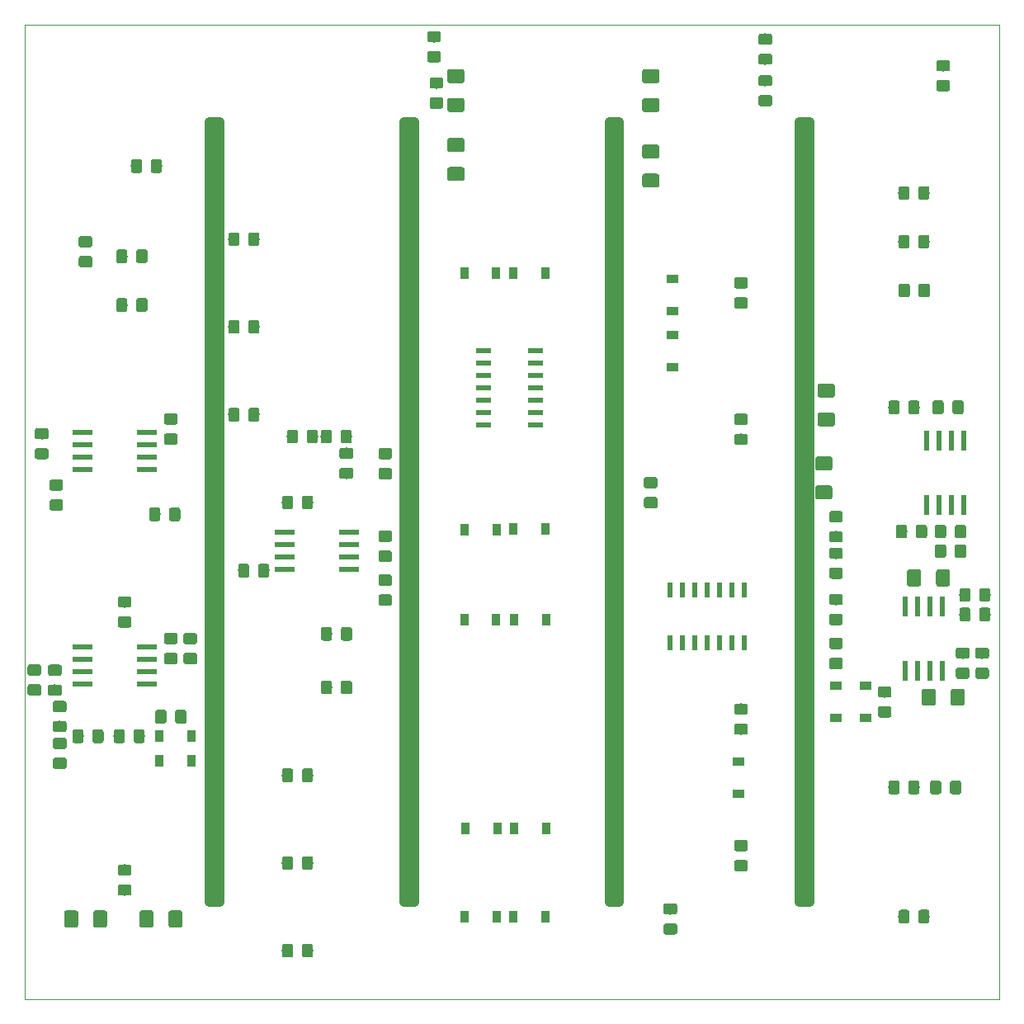
<source format=gbr>
%TF.GenerationSoftware,KiCad,Pcbnew,(5.1.0)-1*%
%TF.CreationDate,2019-10-02T21:08:56+02:00*%
%TF.ProjectId,Kicad_LFO_1_2,4b696361-645f-44c4-964f-5f315f322e6b,Rev A*%
%TF.SameCoordinates,Original*%
%TF.FileFunction,Paste,Bot*%
%TF.FilePolarity,Positive*%
%FSLAX46Y46*%
G04 Gerber Fmt 4.6, Leading zero omitted, Abs format (unit mm)*
G04 Created by KiCad (PCBNEW (5.1.0)-1) date 2019-10-02 21:08:56*
%MOMM*%
%LPD*%
G04 APERTURE LIST*
%ADD10C,1.000000*%
%ADD11C,0.050000*%
%ADD12C,0.150000*%
%ADD13C,1.150000*%
%ADD14R,0.550000X2.000000*%
%ADD15C,1.425000*%
%ADD16R,1.200000X0.900000*%
%ADD17R,2.000000X0.550000*%
%ADD18R,0.900000X1.200000*%
%ADD19R,0.600000X1.500000*%
%ADD20R,1.500000X0.600000*%
G04 APERTURE END LIST*
D10*
X111000000Y-60000000D02*
X111000000Y-140000000D01*
X110000000Y-140000000D02*
X111000000Y-140000000D01*
X110000000Y-60000000D02*
X111000000Y-60000000D01*
X110000000Y-140000000D02*
X110000000Y-60000000D01*
X129500000Y-140000000D02*
X130500000Y-140000000D01*
X130500000Y-60000000D02*
X130500000Y-140000000D01*
X129500000Y-60000000D02*
X130500000Y-60000000D01*
X129500000Y-140000000D02*
X129500000Y-60000000D01*
X90000000Y-60000000D02*
X90000000Y-140000000D01*
X89000000Y-60000000D02*
X90000000Y-60000000D01*
X89000000Y-140000000D02*
X90000000Y-140000000D01*
X89000000Y-140000000D02*
X89000000Y-60000000D01*
X69000000Y-60000000D02*
X70000000Y-60000000D01*
X69000000Y-140000000D02*
X69000000Y-60000000D01*
X69000000Y-140000000D02*
X70000000Y-140000000D01*
X70000000Y-60000000D02*
X70000000Y-140000000D01*
D11*
X150000000Y-50000000D02*
X50000000Y-50000000D01*
X150000000Y-150000000D02*
X150000000Y-50000000D01*
X50000000Y-150000000D02*
X150000000Y-150000000D01*
X50000000Y-50000000D02*
X50000000Y-150000000D01*
D12*
G36*
X144724505Y-53626204D02*
G01*
X144748773Y-53629804D01*
X144772572Y-53635765D01*
X144795671Y-53644030D01*
X144817850Y-53654520D01*
X144838893Y-53667132D01*
X144858599Y-53681747D01*
X144876777Y-53698223D01*
X144893253Y-53716401D01*
X144907868Y-53736107D01*
X144920480Y-53757150D01*
X144930970Y-53779329D01*
X144939235Y-53802428D01*
X144945196Y-53826227D01*
X144948796Y-53850495D01*
X144950000Y-53874999D01*
X144950000Y-54525001D01*
X144948796Y-54549505D01*
X144945196Y-54573773D01*
X144939235Y-54597572D01*
X144930970Y-54620671D01*
X144920480Y-54642850D01*
X144907868Y-54663893D01*
X144893253Y-54683599D01*
X144876777Y-54701777D01*
X144858599Y-54718253D01*
X144838893Y-54732868D01*
X144817850Y-54745480D01*
X144795671Y-54755970D01*
X144772572Y-54764235D01*
X144748773Y-54770196D01*
X144724505Y-54773796D01*
X144700001Y-54775000D01*
X143799999Y-54775000D01*
X143775495Y-54773796D01*
X143751227Y-54770196D01*
X143727428Y-54764235D01*
X143704329Y-54755970D01*
X143682150Y-54745480D01*
X143661107Y-54732868D01*
X143641401Y-54718253D01*
X143623223Y-54701777D01*
X143606747Y-54683599D01*
X143592132Y-54663893D01*
X143579520Y-54642850D01*
X143569030Y-54620671D01*
X143560765Y-54597572D01*
X143554804Y-54573773D01*
X143551204Y-54549505D01*
X143550000Y-54525001D01*
X143550000Y-53874999D01*
X143551204Y-53850495D01*
X143554804Y-53826227D01*
X143560765Y-53802428D01*
X143569030Y-53779329D01*
X143579520Y-53757150D01*
X143592132Y-53736107D01*
X143606747Y-53716401D01*
X143623223Y-53698223D01*
X143641401Y-53681747D01*
X143661107Y-53667132D01*
X143682150Y-53654520D01*
X143704329Y-53644030D01*
X143727428Y-53635765D01*
X143751227Y-53629804D01*
X143775495Y-53626204D01*
X143799999Y-53625000D01*
X144700001Y-53625000D01*
X144724505Y-53626204D01*
X144724505Y-53626204D01*
G37*
D13*
X144250000Y-54200000D03*
D12*
G36*
X144724505Y-55676204D02*
G01*
X144748773Y-55679804D01*
X144772572Y-55685765D01*
X144795671Y-55694030D01*
X144817850Y-55704520D01*
X144838893Y-55717132D01*
X144858599Y-55731747D01*
X144876777Y-55748223D01*
X144893253Y-55766401D01*
X144907868Y-55786107D01*
X144920480Y-55807150D01*
X144930970Y-55829329D01*
X144939235Y-55852428D01*
X144945196Y-55876227D01*
X144948796Y-55900495D01*
X144950000Y-55924999D01*
X144950000Y-56575001D01*
X144948796Y-56599505D01*
X144945196Y-56623773D01*
X144939235Y-56647572D01*
X144930970Y-56670671D01*
X144920480Y-56692850D01*
X144907868Y-56713893D01*
X144893253Y-56733599D01*
X144876777Y-56751777D01*
X144858599Y-56768253D01*
X144838893Y-56782868D01*
X144817850Y-56795480D01*
X144795671Y-56805970D01*
X144772572Y-56814235D01*
X144748773Y-56820196D01*
X144724505Y-56823796D01*
X144700001Y-56825000D01*
X143799999Y-56825000D01*
X143775495Y-56823796D01*
X143751227Y-56820196D01*
X143727428Y-56814235D01*
X143704329Y-56805970D01*
X143682150Y-56795480D01*
X143661107Y-56782868D01*
X143641401Y-56768253D01*
X143623223Y-56751777D01*
X143606747Y-56733599D01*
X143592132Y-56713893D01*
X143579520Y-56692850D01*
X143569030Y-56670671D01*
X143560765Y-56647572D01*
X143554804Y-56623773D01*
X143551204Y-56599505D01*
X143550000Y-56575001D01*
X143550000Y-55924999D01*
X143551204Y-55900495D01*
X143554804Y-55876227D01*
X143560765Y-55852428D01*
X143569030Y-55829329D01*
X143579520Y-55807150D01*
X143592132Y-55786107D01*
X143606747Y-55766401D01*
X143623223Y-55748223D01*
X143641401Y-55731747D01*
X143661107Y-55717132D01*
X143682150Y-55704520D01*
X143704329Y-55694030D01*
X143727428Y-55685765D01*
X143751227Y-55679804D01*
X143775495Y-55676204D01*
X143799999Y-55675000D01*
X144700001Y-55675000D01*
X144724505Y-55676204D01*
X144724505Y-55676204D01*
G37*
D13*
X144250000Y-56250000D03*
D12*
G36*
X146374505Y-103301204D02*
G01*
X146398773Y-103304804D01*
X146422572Y-103310765D01*
X146445671Y-103319030D01*
X146467850Y-103329520D01*
X146488893Y-103342132D01*
X146508599Y-103356747D01*
X146526777Y-103373223D01*
X146543253Y-103391401D01*
X146557868Y-103411107D01*
X146570480Y-103432150D01*
X146580970Y-103454329D01*
X146589235Y-103477428D01*
X146595196Y-103501227D01*
X146598796Y-103525495D01*
X146600000Y-103549999D01*
X146600000Y-104450001D01*
X146598796Y-104474505D01*
X146595196Y-104498773D01*
X146589235Y-104522572D01*
X146580970Y-104545671D01*
X146570480Y-104567850D01*
X146557868Y-104588893D01*
X146543253Y-104608599D01*
X146526777Y-104626777D01*
X146508599Y-104643253D01*
X146488893Y-104657868D01*
X146467850Y-104670480D01*
X146445671Y-104680970D01*
X146422572Y-104689235D01*
X146398773Y-104695196D01*
X146374505Y-104698796D01*
X146350001Y-104700000D01*
X145699999Y-104700000D01*
X145675495Y-104698796D01*
X145651227Y-104695196D01*
X145627428Y-104689235D01*
X145604329Y-104680970D01*
X145582150Y-104670480D01*
X145561107Y-104657868D01*
X145541401Y-104643253D01*
X145523223Y-104626777D01*
X145506747Y-104608599D01*
X145492132Y-104588893D01*
X145479520Y-104567850D01*
X145469030Y-104545671D01*
X145460765Y-104522572D01*
X145454804Y-104498773D01*
X145451204Y-104474505D01*
X145450000Y-104450001D01*
X145450000Y-103549999D01*
X145451204Y-103525495D01*
X145454804Y-103501227D01*
X145460765Y-103477428D01*
X145469030Y-103454329D01*
X145479520Y-103432150D01*
X145492132Y-103411107D01*
X145506747Y-103391401D01*
X145523223Y-103373223D01*
X145541401Y-103356747D01*
X145561107Y-103342132D01*
X145582150Y-103329520D01*
X145604329Y-103319030D01*
X145627428Y-103310765D01*
X145651227Y-103304804D01*
X145675495Y-103301204D01*
X145699999Y-103300000D01*
X146350001Y-103300000D01*
X146374505Y-103301204D01*
X146374505Y-103301204D01*
G37*
D13*
X146025000Y-104000000D03*
D12*
G36*
X144324505Y-103301204D02*
G01*
X144348773Y-103304804D01*
X144372572Y-103310765D01*
X144395671Y-103319030D01*
X144417850Y-103329520D01*
X144438893Y-103342132D01*
X144458599Y-103356747D01*
X144476777Y-103373223D01*
X144493253Y-103391401D01*
X144507868Y-103411107D01*
X144520480Y-103432150D01*
X144530970Y-103454329D01*
X144539235Y-103477428D01*
X144545196Y-103501227D01*
X144548796Y-103525495D01*
X144550000Y-103549999D01*
X144550000Y-104450001D01*
X144548796Y-104474505D01*
X144545196Y-104498773D01*
X144539235Y-104522572D01*
X144530970Y-104545671D01*
X144520480Y-104567850D01*
X144507868Y-104588893D01*
X144493253Y-104608599D01*
X144476777Y-104626777D01*
X144458599Y-104643253D01*
X144438893Y-104657868D01*
X144417850Y-104670480D01*
X144395671Y-104680970D01*
X144372572Y-104689235D01*
X144348773Y-104695196D01*
X144324505Y-104698796D01*
X144300001Y-104700000D01*
X143649999Y-104700000D01*
X143625495Y-104698796D01*
X143601227Y-104695196D01*
X143577428Y-104689235D01*
X143554329Y-104680970D01*
X143532150Y-104670480D01*
X143511107Y-104657868D01*
X143491401Y-104643253D01*
X143473223Y-104626777D01*
X143456747Y-104608599D01*
X143442132Y-104588893D01*
X143429520Y-104567850D01*
X143419030Y-104545671D01*
X143410765Y-104522572D01*
X143404804Y-104498773D01*
X143401204Y-104474505D01*
X143400000Y-104450001D01*
X143400000Y-103549999D01*
X143401204Y-103525495D01*
X143404804Y-103501227D01*
X143410765Y-103477428D01*
X143419030Y-103454329D01*
X143429520Y-103432150D01*
X143442132Y-103411107D01*
X143456747Y-103391401D01*
X143473223Y-103373223D01*
X143491401Y-103356747D01*
X143511107Y-103342132D01*
X143532150Y-103329520D01*
X143554329Y-103319030D01*
X143577428Y-103310765D01*
X143601227Y-103304804D01*
X143625495Y-103301204D01*
X143649999Y-103300000D01*
X144300001Y-103300000D01*
X144324505Y-103301204D01*
X144324505Y-103301204D01*
G37*
D13*
X143975000Y-104000000D03*
D12*
G36*
X133724505Y-99901204D02*
G01*
X133748773Y-99904804D01*
X133772572Y-99910765D01*
X133795671Y-99919030D01*
X133817850Y-99929520D01*
X133838893Y-99942132D01*
X133858599Y-99956747D01*
X133876777Y-99973223D01*
X133893253Y-99991401D01*
X133907868Y-100011107D01*
X133920480Y-100032150D01*
X133930970Y-100054329D01*
X133939235Y-100077428D01*
X133945196Y-100101227D01*
X133948796Y-100125495D01*
X133950000Y-100149999D01*
X133950000Y-100800001D01*
X133948796Y-100824505D01*
X133945196Y-100848773D01*
X133939235Y-100872572D01*
X133930970Y-100895671D01*
X133920480Y-100917850D01*
X133907868Y-100938893D01*
X133893253Y-100958599D01*
X133876777Y-100976777D01*
X133858599Y-100993253D01*
X133838893Y-101007868D01*
X133817850Y-101020480D01*
X133795671Y-101030970D01*
X133772572Y-101039235D01*
X133748773Y-101045196D01*
X133724505Y-101048796D01*
X133700001Y-101050000D01*
X132799999Y-101050000D01*
X132775495Y-101048796D01*
X132751227Y-101045196D01*
X132727428Y-101039235D01*
X132704329Y-101030970D01*
X132682150Y-101020480D01*
X132661107Y-101007868D01*
X132641401Y-100993253D01*
X132623223Y-100976777D01*
X132606747Y-100958599D01*
X132592132Y-100938893D01*
X132579520Y-100917850D01*
X132569030Y-100895671D01*
X132560765Y-100872572D01*
X132554804Y-100848773D01*
X132551204Y-100824505D01*
X132550000Y-100800001D01*
X132550000Y-100149999D01*
X132551204Y-100125495D01*
X132554804Y-100101227D01*
X132560765Y-100077428D01*
X132569030Y-100054329D01*
X132579520Y-100032150D01*
X132592132Y-100011107D01*
X132606747Y-99991401D01*
X132623223Y-99973223D01*
X132641401Y-99956747D01*
X132661107Y-99942132D01*
X132682150Y-99929520D01*
X132704329Y-99919030D01*
X132727428Y-99910765D01*
X132751227Y-99904804D01*
X132775495Y-99901204D01*
X132799999Y-99900000D01*
X133700001Y-99900000D01*
X133724505Y-99901204D01*
X133724505Y-99901204D01*
G37*
D13*
X133250000Y-100475000D03*
D12*
G36*
X133724505Y-101951204D02*
G01*
X133748773Y-101954804D01*
X133772572Y-101960765D01*
X133795671Y-101969030D01*
X133817850Y-101979520D01*
X133838893Y-101992132D01*
X133858599Y-102006747D01*
X133876777Y-102023223D01*
X133893253Y-102041401D01*
X133907868Y-102061107D01*
X133920480Y-102082150D01*
X133930970Y-102104329D01*
X133939235Y-102127428D01*
X133945196Y-102151227D01*
X133948796Y-102175495D01*
X133950000Y-102199999D01*
X133950000Y-102850001D01*
X133948796Y-102874505D01*
X133945196Y-102898773D01*
X133939235Y-102922572D01*
X133930970Y-102945671D01*
X133920480Y-102967850D01*
X133907868Y-102988893D01*
X133893253Y-103008599D01*
X133876777Y-103026777D01*
X133858599Y-103043253D01*
X133838893Y-103057868D01*
X133817850Y-103070480D01*
X133795671Y-103080970D01*
X133772572Y-103089235D01*
X133748773Y-103095196D01*
X133724505Y-103098796D01*
X133700001Y-103100000D01*
X132799999Y-103100000D01*
X132775495Y-103098796D01*
X132751227Y-103095196D01*
X132727428Y-103089235D01*
X132704329Y-103080970D01*
X132682150Y-103070480D01*
X132661107Y-103057868D01*
X132641401Y-103043253D01*
X132623223Y-103026777D01*
X132606747Y-103008599D01*
X132592132Y-102988893D01*
X132579520Y-102967850D01*
X132569030Y-102945671D01*
X132560765Y-102922572D01*
X132554804Y-102898773D01*
X132551204Y-102874505D01*
X132550000Y-102850001D01*
X132550000Y-102199999D01*
X132551204Y-102175495D01*
X132554804Y-102151227D01*
X132560765Y-102127428D01*
X132569030Y-102104329D01*
X132579520Y-102082150D01*
X132592132Y-102061107D01*
X132606747Y-102041401D01*
X132623223Y-102023223D01*
X132641401Y-102006747D01*
X132661107Y-101992132D01*
X132682150Y-101979520D01*
X132704329Y-101969030D01*
X132727428Y-101960765D01*
X132751227Y-101954804D01*
X132775495Y-101951204D01*
X132799999Y-101950000D01*
X133700001Y-101950000D01*
X133724505Y-101951204D01*
X133724505Y-101951204D01*
G37*
D13*
X133250000Y-102525000D03*
D12*
G36*
X148874505Y-107801204D02*
G01*
X148898773Y-107804804D01*
X148922572Y-107810765D01*
X148945671Y-107819030D01*
X148967850Y-107829520D01*
X148988893Y-107842132D01*
X149008599Y-107856747D01*
X149026777Y-107873223D01*
X149043253Y-107891401D01*
X149057868Y-107911107D01*
X149070480Y-107932150D01*
X149080970Y-107954329D01*
X149089235Y-107977428D01*
X149095196Y-108001227D01*
X149098796Y-108025495D01*
X149100000Y-108049999D01*
X149100000Y-108950001D01*
X149098796Y-108974505D01*
X149095196Y-108998773D01*
X149089235Y-109022572D01*
X149080970Y-109045671D01*
X149070480Y-109067850D01*
X149057868Y-109088893D01*
X149043253Y-109108599D01*
X149026777Y-109126777D01*
X149008599Y-109143253D01*
X148988893Y-109157868D01*
X148967850Y-109170480D01*
X148945671Y-109180970D01*
X148922572Y-109189235D01*
X148898773Y-109195196D01*
X148874505Y-109198796D01*
X148850001Y-109200000D01*
X148199999Y-109200000D01*
X148175495Y-109198796D01*
X148151227Y-109195196D01*
X148127428Y-109189235D01*
X148104329Y-109180970D01*
X148082150Y-109170480D01*
X148061107Y-109157868D01*
X148041401Y-109143253D01*
X148023223Y-109126777D01*
X148006747Y-109108599D01*
X147992132Y-109088893D01*
X147979520Y-109067850D01*
X147969030Y-109045671D01*
X147960765Y-109022572D01*
X147954804Y-108998773D01*
X147951204Y-108974505D01*
X147950000Y-108950001D01*
X147950000Y-108049999D01*
X147951204Y-108025495D01*
X147954804Y-108001227D01*
X147960765Y-107977428D01*
X147969030Y-107954329D01*
X147979520Y-107932150D01*
X147992132Y-107911107D01*
X148006747Y-107891401D01*
X148023223Y-107873223D01*
X148041401Y-107856747D01*
X148061107Y-107842132D01*
X148082150Y-107829520D01*
X148104329Y-107819030D01*
X148127428Y-107810765D01*
X148151227Y-107804804D01*
X148175495Y-107801204D01*
X148199999Y-107800000D01*
X148850001Y-107800000D01*
X148874505Y-107801204D01*
X148874505Y-107801204D01*
G37*
D13*
X148525000Y-108500000D03*
D12*
G36*
X146824505Y-107801204D02*
G01*
X146848773Y-107804804D01*
X146872572Y-107810765D01*
X146895671Y-107819030D01*
X146917850Y-107829520D01*
X146938893Y-107842132D01*
X146958599Y-107856747D01*
X146976777Y-107873223D01*
X146993253Y-107891401D01*
X147007868Y-107911107D01*
X147020480Y-107932150D01*
X147030970Y-107954329D01*
X147039235Y-107977428D01*
X147045196Y-108001227D01*
X147048796Y-108025495D01*
X147050000Y-108049999D01*
X147050000Y-108950001D01*
X147048796Y-108974505D01*
X147045196Y-108998773D01*
X147039235Y-109022572D01*
X147030970Y-109045671D01*
X147020480Y-109067850D01*
X147007868Y-109088893D01*
X146993253Y-109108599D01*
X146976777Y-109126777D01*
X146958599Y-109143253D01*
X146938893Y-109157868D01*
X146917850Y-109170480D01*
X146895671Y-109180970D01*
X146872572Y-109189235D01*
X146848773Y-109195196D01*
X146824505Y-109198796D01*
X146800001Y-109200000D01*
X146149999Y-109200000D01*
X146125495Y-109198796D01*
X146101227Y-109195196D01*
X146077428Y-109189235D01*
X146054329Y-109180970D01*
X146032150Y-109170480D01*
X146011107Y-109157868D01*
X145991401Y-109143253D01*
X145973223Y-109126777D01*
X145956747Y-109108599D01*
X145942132Y-109088893D01*
X145929520Y-109067850D01*
X145919030Y-109045671D01*
X145910765Y-109022572D01*
X145904804Y-108998773D01*
X145901204Y-108974505D01*
X145900000Y-108950001D01*
X145900000Y-108049999D01*
X145901204Y-108025495D01*
X145904804Y-108001227D01*
X145910765Y-107977428D01*
X145919030Y-107954329D01*
X145929520Y-107932150D01*
X145942132Y-107911107D01*
X145956747Y-107891401D01*
X145973223Y-107873223D01*
X145991401Y-107856747D01*
X146011107Y-107842132D01*
X146032150Y-107829520D01*
X146054329Y-107819030D01*
X146077428Y-107810765D01*
X146101227Y-107804804D01*
X146125495Y-107801204D01*
X146149999Y-107800000D01*
X146800001Y-107800000D01*
X146824505Y-107801204D01*
X146824505Y-107801204D01*
G37*
D13*
X146475000Y-108500000D03*
D12*
G36*
X146374505Y-101301204D02*
G01*
X146398773Y-101304804D01*
X146422572Y-101310765D01*
X146445671Y-101319030D01*
X146467850Y-101329520D01*
X146488893Y-101342132D01*
X146508599Y-101356747D01*
X146526777Y-101373223D01*
X146543253Y-101391401D01*
X146557868Y-101411107D01*
X146570480Y-101432150D01*
X146580970Y-101454329D01*
X146589235Y-101477428D01*
X146595196Y-101501227D01*
X146598796Y-101525495D01*
X146600000Y-101549999D01*
X146600000Y-102450001D01*
X146598796Y-102474505D01*
X146595196Y-102498773D01*
X146589235Y-102522572D01*
X146580970Y-102545671D01*
X146570480Y-102567850D01*
X146557868Y-102588893D01*
X146543253Y-102608599D01*
X146526777Y-102626777D01*
X146508599Y-102643253D01*
X146488893Y-102657868D01*
X146467850Y-102670480D01*
X146445671Y-102680970D01*
X146422572Y-102689235D01*
X146398773Y-102695196D01*
X146374505Y-102698796D01*
X146350001Y-102700000D01*
X145699999Y-102700000D01*
X145675495Y-102698796D01*
X145651227Y-102695196D01*
X145627428Y-102689235D01*
X145604329Y-102680970D01*
X145582150Y-102670480D01*
X145561107Y-102657868D01*
X145541401Y-102643253D01*
X145523223Y-102626777D01*
X145506747Y-102608599D01*
X145492132Y-102588893D01*
X145479520Y-102567850D01*
X145469030Y-102545671D01*
X145460765Y-102522572D01*
X145454804Y-102498773D01*
X145451204Y-102474505D01*
X145450000Y-102450001D01*
X145450000Y-101549999D01*
X145451204Y-101525495D01*
X145454804Y-101501227D01*
X145460765Y-101477428D01*
X145469030Y-101454329D01*
X145479520Y-101432150D01*
X145492132Y-101411107D01*
X145506747Y-101391401D01*
X145523223Y-101373223D01*
X145541401Y-101356747D01*
X145561107Y-101342132D01*
X145582150Y-101329520D01*
X145604329Y-101319030D01*
X145627428Y-101310765D01*
X145651227Y-101304804D01*
X145675495Y-101301204D01*
X145699999Y-101300000D01*
X146350001Y-101300000D01*
X146374505Y-101301204D01*
X146374505Y-101301204D01*
G37*
D13*
X146025000Y-102000000D03*
D12*
G36*
X144324505Y-101301204D02*
G01*
X144348773Y-101304804D01*
X144372572Y-101310765D01*
X144395671Y-101319030D01*
X144417850Y-101329520D01*
X144438893Y-101342132D01*
X144458599Y-101356747D01*
X144476777Y-101373223D01*
X144493253Y-101391401D01*
X144507868Y-101411107D01*
X144520480Y-101432150D01*
X144530970Y-101454329D01*
X144539235Y-101477428D01*
X144545196Y-101501227D01*
X144548796Y-101525495D01*
X144550000Y-101549999D01*
X144550000Y-102450001D01*
X144548796Y-102474505D01*
X144545196Y-102498773D01*
X144539235Y-102522572D01*
X144530970Y-102545671D01*
X144520480Y-102567850D01*
X144507868Y-102588893D01*
X144493253Y-102608599D01*
X144476777Y-102626777D01*
X144458599Y-102643253D01*
X144438893Y-102657868D01*
X144417850Y-102670480D01*
X144395671Y-102680970D01*
X144372572Y-102689235D01*
X144348773Y-102695196D01*
X144324505Y-102698796D01*
X144300001Y-102700000D01*
X143649999Y-102700000D01*
X143625495Y-102698796D01*
X143601227Y-102695196D01*
X143577428Y-102689235D01*
X143554329Y-102680970D01*
X143532150Y-102670480D01*
X143511107Y-102657868D01*
X143491401Y-102643253D01*
X143473223Y-102626777D01*
X143456747Y-102608599D01*
X143442132Y-102588893D01*
X143429520Y-102567850D01*
X143419030Y-102545671D01*
X143410765Y-102522572D01*
X143404804Y-102498773D01*
X143401204Y-102474505D01*
X143400000Y-102450001D01*
X143400000Y-101549999D01*
X143401204Y-101525495D01*
X143404804Y-101501227D01*
X143410765Y-101477428D01*
X143419030Y-101454329D01*
X143429520Y-101432150D01*
X143442132Y-101411107D01*
X143456747Y-101391401D01*
X143473223Y-101373223D01*
X143491401Y-101356747D01*
X143511107Y-101342132D01*
X143532150Y-101329520D01*
X143554329Y-101319030D01*
X143577428Y-101310765D01*
X143601227Y-101304804D01*
X143625495Y-101301204D01*
X143649999Y-101300000D01*
X144300001Y-101300000D01*
X144324505Y-101301204D01*
X144324505Y-101301204D01*
G37*
D13*
X143975000Y-102000000D03*
D14*
X146405000Y-99300000D03*
X145135000Y-99300000D03*
X143865000Y-99300000D03*
X142595000Y-99300000D03*
X142595000Y-92700000D03*
X143865000Y-92700000D03*
X145135000Y-92700000D03*
X146405000Y-92700000D03*
D12*
G36*
X148724505Y-115951204D02*
G01*
X148748773Y-115954804D01*
X148772572Y-115960765D01*
X148795671Y-115969030D01*
X148817850Y-115979520D01*
X148838893Y-115992132D01*
X148858599Y-116006747D01*
X148876777Y-116023223D01*
X148893253Y-116041401D01*
X148907868Y-116061107D01*
X148920480Y-116082150D01*
X148930970Y-116104329D01*
X148939235Y-116127428D01*
X148945196Y-116151227D01*
X148948796Y-116175495D01*
X148950000Y-116199999D01*
X148950000Y-116850001D01*
X148948796Y-116874505D01*
X148945196Y-116898773D01*
X148939235Y-116922572D01*
X148930970Y-116945671D01*
X148920480Y-116967850D01*
X148907868Y-116988893D01*
X148893253Y-117008599D01*
X148876777Y-117026777D01*
X148858599Y-117043253D01*
X148838893Y-117057868D01*
X148817850Y-117070480D01*
X148795671Y-117080970D01*
X148772572Y-117089235D01*
X148748773Y-117095196D01*
X148724505Y-117098796D01*
X148700001Y-117100000D01*
X147799999Y-117100000D01*
X147775495Y-117098796D01*
X147751227Y-117095196D01*
X147727428Y-117089235D01*
X147704329Y-117080970D01*
X147682150Y-117070480D01*
X147661107Y-117057868D01*
X147641401Y-117043253D01*
X147623223Y-117026777D01*
X147606747Y-117008599D01*
X147592132Y-116988893D01*
X147579520Y-116967850D01*
X147569030Y-116945671D01*
X147560765Y-116922572D01*
X147554804Y-116898773D01*
X147551204Y-116874505D01*
X147550000Y-116850001D01*
X147550000Y-116199999D01*
X147551204Y-116175495D01*
X147554804Y-116151227D01*
X147560765Y-116127428D01*
X147569030Y-116104329D01*
X147579520Y-116082150D01*
X147592132Y-116061107D01*
X147606747Y-116041401D01*
X147623223Y-116023223D01*
X147641401Y-116006747D01*
X147661107Y-115992132D01*
X147682150Y-115979520D01*
X147704329Y-115969030D01*
X147727428Y-115960765D01*
X147751227Y-115954804D01*
X147775495Y-115951204D01*
X147799999Y-115950000D01*
X148700001Y-115950000D01*
X148724505Y-115951204D01*
X148724505Y-115951204D01*
G37*
D13*
X148250000Y-116525000D03*
D12*
G36*
X148724505Y-113901204D02*
G01*
X148748773Y-113904804D01*
X148772572Y-113910765D01*
X148795671Y-113919030D01*
X148817850Y-113929520D01*
X148838893Y-113942132D01*
X148858599Y-113956747D01*
X148876777Y-113973223D01*
X148893253Y-113991401D01*
X148907868Y-114011107D01*
X148920480Y-114032150D01*
X148930970Y-114054329D01*
X148939235Y-114077428D01*
X148945196Y-114101227D01*
X148948796Y-114125495D01*
X148950000Y-114149999D01*
X148950000Y-114800001D01*
X148948796Y-114824505D01*
X148945196Y-114848773D01*
X148939235Y-114872572D01*
X148930970Y-114895671D01*
X148920480Y-114917850D01*
X148907868Y-114938893D01*
X148893253Y-114958599D01*
X148876777Y-114976777D01*
X148858599Y-114993253D01*
X148838893Y-115007868D01*
X148817850Y-115020480D01*
X148795671Y-115030970D01*
X148772572Y-115039235D01*
X148748773Y-115045196D01*
X148724505Y-115048796D01*
X148700001Y-115050000D01*
X147799999Y-115050000D01*
X147775495Y-115048796D01*
X147751227Y-115045196D01*
X147727428Y-115039235D01*
X147704329Y-115030970D01*
X147682150Y-115020480D01*
X147661107Y-115007868D01*
X147641401Y-114993253D01*
X147623223Y-114976777D01*
X147606747Y-114958599D01*
X147592132Y-114938893D01*
X147579520Y-114917850D01*
X147569030Y-114895671D01*
X147560765Y-114872572D01*
X147554804Y-114848773D01*
X147551204Y-114824505D01*
X147550000Y-114800001D01*
X147550000Y-114149999D01*
X147551204Y-114125495D01*
X147554804Y-114101227D01*
X147560765Y-114077428D01*
X147569030Y-114054329D01*
X147579520Y-114032150D01*
X147592132Y-114011107D01*
X147606747Y-113991401D01*
X147623223Y-113973223D01*
X147641401Y-113956747D01*
X147661107Y-113942132D01*
X147682150Y-113929520D01*
X147704329Y-113919030D01*
X147727428Y-113910765D01*
X147751227Y-113904804D01*
X147775495Y-113901204D01*
X147799999Y-113900000D01*
X148700001Y-113900000D01*
X148724505Y-113901204D01*
X148724505Y-113901204D01*
G37*
D13*
X148250000Y-114475000D03*
D12*
G36*
X133724505Y-114951204D02*
G01*
X133748773Y-114954804D01*
X133772572Y-114960765D01*
X133795671Y-114969030D01*
X133817850Y-114979520D01*
X133838893Y-114992132D01*
X133858599Y-115006747D01*
X133876777Y-115023223D01*
X133893253Y-115041401D01*
X133907868Y-115061107D01*
X133920480Y-115082150D01*
X133930970Y-115104329D01*
X133939235Y-115127428D01*
X133945196Y-115151227D01*
X133948796Y-115175495D01*
X133950000Y-115199999D01*
X133950000Y-115850001D01*
X133948796Y-115874505D01*
X133945196Y-115898773D01*
X133939235Y-115922572D01*
X133930970Y-115945671D01*
X133920480Y-115967850D01*
X133907868Y-115988893D01*
X133893253Y-116008599D01*
X133876777Y-116026777D01*
X133858599Y-116043253D01*
X133838893Y-116057868D01*
X133817850Y-116070480D01*
X133795671Y-116080970D01*
X133772572Y-116089235D01*
X133748773Y-116095196D01*
X133724505Y-116098796D01*
X133700001Y-116100000D01*
X132799999Y-116100000D01*
X132775495Y-116098796D01*
X132751227Y-116095196D01*
X132727428Y-116089235D01*
X132704329Y-116080970D01*
X132682150Y-116070480D01*
X132661107Y-116057868D01*
X132641401Y-116043253D01*
X132623223Y-116026777D01*
X132606747Y-116008599D01*
X132592132Y-115988893D01*
X132579520Y-115967850D01*
X132569030Y-115945671D01*
X132560765Y-115922572D01*
X132554804Y-115898773D01*
X132551204Y-115874505D01*
X132550000Y-115850001D01*
X132550000Y-115199999D01*
X132551204Y-115175495D01*
X132554804Y-115151227D01*
X132560765Y-115127428D01*
X132569030Y-115104329D01*
X132579520Y-115082150D01*
X132592132Y-115061107D01*
X132606747Y-115041401D01*
X132623223Y-115023223D01*
X132641401Y-115006747D01*
X132661107Y-114992132D01*
X132682150Y-114979520D01*
X132704329Y-114969030D01*
X132727428Y-114960765D01*
X132751227Y-114954804D01*
X132775495Y-114951204D01*
X132799999Y-114950000D01*
X133700001Y-114950000D01*
X133724505Y-114951204D01*
X133724505Y-114951204D01*
G37*
D13*
X133250000Y-115525000D03*
D12*
G36*
X133724505Y-112901204D02*
G01*
X133748773Y-112904804D01*
X133772572Y-112910765D01*
X133795671Y-112919030D01*
X133817850Y-112929520D01*
X133838893Y-112942132D01*
X133858599Y-112956747D01*
X133876777Y-112973223D01*
X133893253Y-112991401D01*
X133907868Y-113011107D01*
X133920480Y-113032150D01*
X133930970Y-113054329D01*
X133939235Y-113077428D01*
X133945196Y-113101227D01*
X133948796Y-113125495D01*
X133950000Y-113149999D01*
X133950000Y-113800001D01*
X133948796Y-113824505D01*
X133945196Y-113848773D01*
X133939235Y-113872572D01*
X133930970Y-113895671D01*
X133920480Y-113917850D01*
X133907868Y-113938893D01*
X133893253Y-113958599D01*
X133876777Y-113976777D01*
X133858599Y-113993253D01*
X133838893Y-114007868D01*
X133817850Y-114020480D01*
X133795671Y-114030970D01*
X133772572Y-114039235D01*
X133748773Y-114045196D01*
X133724505Y-114048796D01*
X133700001Y-114050000D01*
X132799999Y-114050000D01*
X132775495Y-114048796D01*
X132751227Y-114045196D01*
X132727428Y-114039235D01*
X132704329Y-114030970D01*
X132682150Y-114020480D01*
X132661107Y-114007868D01*
X132641401Y-113993253D01*
X132623223Y-113976777D01*
X132606747Y-113958599D01*
X132592132Y-113938893D01*
X132579520Y-113917850D01*
X132569030Y-113895671D01*
X132560765Y-113872572D01*
X132554804Y-113848773D01*
X132551204Y-113824505D01*
X132550000Y-113800001D01*
X132550000Y-113149999D01*
X132551204Y-113125495D01*
X132554804Y-113101227D01*
X132560765Y-113077428D01*
X132569030Y-113054329D01*
X132579520Y-113032150D01*
X132592132Y-113011107D01*
X132606747Y-112991401D01*
X132623223Y-112973223D01*
X132641401Y-112956747D01*
X132661107Y-112942132D01*
X132682150Y-112929520D01*
X132704329Y-112919030D01*
X132727428Y-112910765D01*
X132751227Y-112904804D01*
X132775495Y-112901204D01*
X132799999Y-112900000D01*
X133700001Y-112900000D01*
X133724505Y-112901204D01*
X133724505Y-112901204D01*
G37*
D13*
X133250000Y-113475000D03*
D12*
G36*
X133724505Y-110451204D02*
G01*
X133748773Y-110454804D01*
X133772572Y-110460765D01*
X133795671Y-110469030D01*
X133817850Y-110479520D01*
X133838893Y-110492132D01*
X133858599Y-110506747D01*
X133876777Y-110523223D01*
X133893253Y-110541401D01*
X133907868Y-110561107D01*
X133920480Y-110582150D01*
X133930970Y-110604329D01*
X133939235Y-110627428D01*
X133945196Y-110651227D01*
X133948796Y-110675495D01*
X133950000Y-110699999D01*
X133950000Y-111350001D01*
X133948796Y-111374505D01*
X133945196Y-111398773D01*
X133939235Y-111422572D01*
X133930970Y-111445671D01*
X133920480Y-111467850D01*
X133907868Y-111488893D01*
X133893253Y-111508599D01*
X133876777Y-111526777D01*
X133858599Y-111543253D01*
X133838893Y-111557868D01*
X133817850Y-111570480D01*
X133795671Y-111580970D01*
X133772572Y-111589235D01*
X133748773Y-111595196D01*
X133724505Y-111598796D01*
X133700001Y-111600000D01*
X132799999Y-111600000D01*
X132775495Y-111598796D01*
X132751227Y-111595196D01*
X132727428Y-111589235D01*
X132704329Y-111580970D01*
X132682150Y-111570480D01*
X132661107Y-111557868D01*
X132641401Y-111543253D01*
X132623223Y-111526777D01*
X132606747Y-111508599D01*
X132592132Y-111488893D01*
X132579520Y-111467850D01*
X132569030Y-111445671D01*
X132560765Y-111422572D01*
X132554804Y-111398773D01*
X132551204Y-111374505D01*
X132550000Y-111350001D01*
X132550000Y-110699999D01*
X132551204Y-110675495D01*
X132554804Y-110651227D01*
X132560765Y-110627428D01*
X132569030Y-110604329D01*
X132579520Y-110582150D01*
X132592132Y-110561107D01*
X132606747Y-110541401D01*
X132623223Y-110523223D01*
X132641401Y-110506747D01*
X132661107Y-110492132D01*
X132682150Y-110479520D01*
X132704329Y-110469030D01*
X132727428Y-110460765D01*
X132751227Y-110454804D01*
X132775495Y-110451204D01*
X132799999Y-110450000D01*
X133700001Y-110450000D01*
X133724505Y-110451204D01*
X133724505Y-110451204D01*
G37*
D13*
X133250000Y-111025000D03*
D12*
G36*
X133724505Y-108401204D02*
G01*
X133748773Y-108404804D01*
X133772572Y-108410765D01*
X133795671Y-108419030D01*
X133817850Y-108429520D01*
X133838893Y-108442132D01*
X133858599Y-108456747D01*
X133876777Y-108473223D01*
X133893253Y-108491401D01*
X133907868Y-108511107D01*
X133920480Y-108532150D01*
X133930970Y-108554329D01*
X133939235Y-108577428D01*
X133945196Y-108601227D01*
X133948796Y-108625495D01*
X133950000Y-108649999D01*
X133950000Y-109300001D01*
X133948796Y-109324505D01*
X133945196Y-109348773D01*
X133939235Y-109372572D01*
X133930970Y-109395671D01*
X133920480Y-109417850D01*
X133907868Y-109438893D01*
X133893253Y-109458599D01*
X133876777Y-109476777D01*
X133858599Y-109493253D01*
X133838893Y-109507868D01*
X133817850Y-109520480D01*
X133795671Y-109530970D01*
X133772572Y-109539235D01*
X133748773Y-109545196D01*
X133724505Y-109548796D01*
X133700001Y-109550000D01*
X132799999Y-109550000D01*
X132775495Y-109548796D01*
X132751227Y-109545196D01*
X132727428Y-109539235D01*
X132704329Y-109530970D01*
X132682150Y-109520480D01*
X132661107Y-109507868D01*
X132641401Y-109493253D01*
X132623223Y-109476777D01*
X132606747Y-109458599D01*
X132592132Y-109438893D01*
X132579520Y-109417850D01*
X132569030Y-109395671D01*
X132560765Y-109372572D01*
X132554804Y-109348773D01*
X132551204Y-109324505D01*
X132550000Y-109300001D01*
X132550000Y-108649999D01*
X132551204Y-108625495D01*
X132554804Y-108601227D01*
X132560765Y-108577428D01*
X132569030Y-108554329D01*
X132579520Y-108532150D01*
X132592132Y-108511107D01*
X132606747Y-108491401D01*
X132623223Y-108473223D01*
X132641401Y-108456747D01*
X132661107Y-108442132D01*
X132682150Y-108429520D01*
X132704329Y-108419030D01*
X132727428Y-108410765D01*
X132751227Y-108404804D01*
X132775495Y-108401204D01*
X132799999Y-108400000D01*
X133700001Y-108400000D01*
X133724505Y-108401204D01*
X133724505Y-108401204D01*
G37*
D13*
X133250000Y-108975000D03*
D12*
G36*
X140324505Y-101301204D02*
G01*
X140348773Y-101304804D01*
X140372572Y-101310765D01*
X140395671Y-101319030D01*
X140417850Y-101329520D01*
X140438893Y-101342132D01*
X140458599Y-101356747D01*
X140476777Y-101373223D01*
X140493253Y-101391401D01*
X140507868Y-101411107D01*
X140520480Y-101432150D01*
X140530970Y-101454329D01*
X140539235Y-101477428D01*
X140545196Y-101501227D01*
X140548796Y-101525495D01*
X140550000Y-101549999D01*
X140550000Y-102450001D01*
X140548796Y-102474505D01*
X140545196Y-102498773D01*
X140539235Y-102522572D01*
X140530970Y-102545671D01*
X140520480Y-102567850D01*
X140507868Y-102588893D01*
X140493253Y-102608599D01*
X140476777Y-102626777D01*
X140458599Y-102643253D01*
X140438893Y-102657868D01*
X140417850Y-102670480D01*
X140395671Y-102680970D01*
X140372572Y-102689235D01*
X140348773Y-102695196D01*
X140324505Y-102698796D01*
X140300001Y-102700000D01*
X139649999Y-102700000D01*
X139625495Y-102698796D01*
X139601227Y-102695196D01*
X139577428Y-102689235D01*
X139554329Y-102680970D01*
X139532150Y-102670480D01*
X139511107Y-102657868D01*
X139491401Y-102643253D01*
X139473223Y-102626777D01*
X139456747Y-102608599D01*
X139442132Y-102588893D01*
X139429520Y-102567850D01*
X139419030Y-102545671D01*
X139410765Y-102522572D01*
X139404804Y-102498773D01*
X139401204Y-102474505D01*
X139400000Y-102450001D01*
X139400000Y-101549999D01*
X139401204Y-101525495D01*
X139404804Y-101501227D01*
X139410765Y-101477428D01*
X139419030Y-101454329D01*
X139429520Y-101432150D01*
X139442132Y-101411107D01*
X139456747Y-101391401D01*
X139473223Y-101373223D01*
X139491401Y-101356747D01*
X139511107Y-101342132D01*
X139532150Y-101329520D01*
X139554329Y-101319030D01*
X139577428Y-101310765D01*
X139601227Y-101304804D01*
X139625495Y-101301204D01*
X139649999Y-101300000D01*
X140300001Y-101300000D01*
X140324505Y-101301204D01*
X140324505Y-101301204D01*
G37*
D13*
X139975000Y-102000000D03*
D12*
G36*
X142374505Y-101301204D02*
G01*
X142398773Y-101304804D01*
X142422572Y-101310765D01*
X142445671Y-101319030D01*
X142467850Y-101329520D01*
X142488893Y-101342132D01*
X142508599Y-101356747D01*
X142526777Y-101373223D01*
X142543253Y-101391401D01*
X142557868Y-101411107D01*
X142570480Y-101432150D01*
X142580970Y-101454329D01*
X142589235Y-101477428D01*
X142595196Y-101501227D01*
X142598796Y-101525495D01*
X142600000Y-101549999D01*
X142600000Y-102450001D01*
X142598796Y-102474505D01*
X142595196Y-102498773D01*
X142589235Y-102522572D01*
X142580970Y-102545671D01*
X142570480Y-102567850D01*
X142557868Y-102588893D01*
X142543253Y-102608599D01*
X142526777Y-102626777D01*
X142508599Y-102643253D01*
X142488893Y-102657868D01*
X142467850Y-102670480D01*
X142445671Y-102680970D01*
X142422572Y-102689235D01*
X142398773Y-102695196D01*
X142374505Y-102698796D01*
X142350001Y-102700000D01*
X141699999Y-102700000D01*
X141675495Y-102698796D01*
X141651227Y-102695196D01*
X141627428Y-102689235D01*
X141604329Y-102680970D01*
X141582150Y-102670480D01*
X141561107Y-102657868D01*
X141541401Y-102643253D01*
X141523223Y-102626777D01*
X141506747Y-102608599D01*
X141492132Y-102588893D01*
X141479520Y-102567850D01*
X141469030Y-102545671D01*
X141460765Y-102522572D01*
X141454804Y-102498773D01*
X141451204Y-102474505D01*
X141450000Y-102450001D01*
X141450000Y-101549999D01*
X141451204Y-101525495D01*
X141454804Y-101501227D01*
X141460765Y-101477428D01*
X141469030Y-101454329D01*
X141479520Y-101432150D01*
X141492132Y-101411107D01*
X141506747Y-101391401D01*
X141523223Y-101373223D01*
X141541401Y-101356747D01*
X141561107Y-101342132D01*
X141582150Y-101329520D01*
X141604329Y-101319030D01*
X141627428Y-101310765D01*
X141651227Y-101304804D01*
X141675495Y-101301204D01*
X141699999Y-101300000D01*
X142350001Y-101300000D01*
X142374505Y-101301204D01*
X142374505Y-101301204D01*
G37*
D13*
X142025000Y-102000000D03*
D12*
G36*
X132649504Y-94301204D02*
G01*
X132673773Y-94304804D01*
X132697571Y-94310765D01*
X132720671Y-94319030D01*
X132742849Y-94329520D01*
X132763893Y-94342133D01*
X132783598Y-94356747D01*
X132801777Y-94373223D01*
X132818253Y-94391402D01*
X132832867Y-94411107D01*
X132845480Y-94432151D01*
X132855970Y-94454329D01*
X132864235Y-94477429D01*
X132870196Y-94501227D01*
X132873796Y-94525496D01*
X132875000Y-94550000D01*
X132875000Y-95475000D01*
X132873796Y-95499504D01*
X132870196Y-95523773D01*
X132864235Y-95547571D01*
X132855970Y-95570671D01*
X132845480Y-95592849D01*
X132832867Y-95613893D01*
X132818253Y-95633598D01*
X132801777Y-95651777D01*
X132783598Y-95668253D01*
X132763893Y-95682867D01*
X132742849Y-95695480D01*
X132720671Y-95705970D01*
X132697571Y-95714235D01*
X132673773Y-95720196D01*
X132649504Y-95723796D01*
X132625000Y-95725000D01*
X131375000Y-95725000D01*
X131350496Y-95723796D01*
X131326227Y-95720196D01*
X131302429Y-95714235D01*
X131279329Y-95705970D01*
X131257151Y-95695480D01*
X131236107Y-95682867D01*
X131216402Y-95668253D01*
X131198223Y-95651777D01*
X131181747Y-95633598D01*
X131167133Y-95613893D01*
X131154520Y-95592849D01*
X131144030Y-95570671D01*
X131135765Y-95547571D01*
X131129804Y-95523773D01*
X131126204Y-95499504D01*
X131125000Y-95475000D01*
X131125000Y-94550000D01*
X131126204Y-94525496D01*
X131129804Y-94501227D01*
X131135765Y-94477429D01*
X131144030Y-94454329D01*
X131154520Y-94432151D01*
X131167133Y-94411107D01*
X131181747Y-94391402D01*
X131198223Y-94373223D01*
X131216402Y-94356747D01*
X131236107Y-94342133D01*
X131257151Y-94329520D01*
X131279329Y-94319030D01*
X131302429Y-94310765D01*
X131326227Y-94304804D01*
X131350496Y-94301204D01*
X131375000Y-94300000D01*
X132625000Y-94300000D01*
X132649504Y-94301204D01*
X132649504Y-94301204D01*
G37*
D15*
X132000000Y-95012500D03*
D12*
G36*
X132649504Y-97276204D02*
G01*
X132673773Y-97279804D01*
X132697571Y-97285765D01*
X132720671Y-97294030D01*
X132742849Y-97304520D01*
X132763893Y-97317133D01*
X132783598Y-97331747D01*
X132801777Y-97348223D01*
X132818253Y-97366402D01*
X132832867Y-97386107D01*
X132845480Y-97407151D01*
X132855970Y-97429329D01*
X132864235Y-97452429D01*
X132870196Y-97476227D01*
X132873796Y-97500496D01*
X132875000Y-97525000D01*
X132875000Y-98450000D01*
X132873796Y-98474504D01*
X132870196Y-98498773D01*
X132864235Y-98522571D01*
X132855970Y-98545671D01*
X132845480Y-98567849D01*
X132832867Y-98588893D01*
X132818253Y-98608598D01*
X132801777Y-98626777D01*
X132783598Y-98643253D01*
X132763893Y-98657867D01*
X132742849Y-98670480D01*
X132720671Y-98680970D01*
X132697571Y-98689235D01*
X132673773Y-98695196D01*
X132649504Y-98698796D01*
X132625000Y-98700000D01*
X131375000Y-98700000D01*
X131350496Y-98698796D01*
X131326227Y-98695196D01*
X131302429Y-98689235D01*
X131279329Y-98680970D01*
X131257151Y-98670480D01*
X131236107Y-98657867D01*
X131216402Y-98643253D01*
X131198223Y-98626777D01*
X131181747Y-98608598D01*
X131167133Y-98588893D01*
X131154520Y-98567849D01*
X131144030Y-98545671D01*
X131135765Y-98522571D01*
X131129804Y-98498773D01*
X131126204Y-98474504D01*
X131125000Y-98450000D01*
X131125000Y-97525000D01*
X131126204Y-97500496D01*
X131129804Y-97476227D01*
X131135765Y-97452429D01*
X131144030Y-97429329D01*
X131154520Y-97407151D01*
X131167133Y-97386107D01*
X131181747Y-97366402D01*
X131198223Y-97348223D01*
X131216402Y-97331747D01*
X131236107Y-97317133D01*
X131257151Y-97304520D01*
X131279329Y-97294030D01*
X131302429Y-97285765D01*
X131326227Y-97279804D01*
X131350496Y-97276204D01*
X131375000Y-97275000D01*
X132625000Y-97275000D01*
X132649504Y-97276204D01*
X132649504Y-97276204D01*
G37*
D15*
X132000000Y-97987500D03*
D12*
G36*
X141749504Y-105876204D02*
G01*
X141773773Y-105879804D01*
X141797571Y-105885765D01*
X141820671Y-105894030D01*
X141842849Y-105904520D01*
X141863893Y-105917133D01*
X141883598Y-105931747D01*
X141901777Y-105948223D01*
X141918253Y-105966402D01*
X141932867Y-105986107D01*
X141945480Y-106007151D01*
X141955970Y-106029329D01*
X141964235Y-106052429D01*
X141970196Y-106076227D01*
X141973796Y-106100496D01*
X141975000Y-106125000D01*
X141975000Y-107375000D01*
X141973796Y-107399504D01*
X141970196Y-107423773D01*
X141964235Y-107447571D01*
X141955970Y-107470671D01*
X141945480Y-107492849D01*
X141932867Y-107513893D01*
X141918253Y-107533598D01*
X141901777Y-107551777D01*
X141883598Y-107568253D01*
X141863893Y-107582867D01*
X141842849Y-107595480D01*
X141820671Y-107605970D01*
X141797571Y-107614235D01*
X141773773Y-107620196D01*
X141749504Y-107623796D01*
X141725000Y-107625000D01*
X140800000Y-107625000D01*
X140775496Y-107623796D01*
X140751227Y-107620196D01*
X140727429Y-107614235D01*
X140704329Y-107605970D01*
X140682151Y-107595480D01*
X140661107Y-107582867D01*
X140641402Y-107568253D01*
X140623223Y-107551777D01*
X140606747Y-107533598D01*
X140592133Y-107513893D01*
X140579520Y-107492849D01*
X140569030Y-107470671D01*
X140560765Y-107447571D01*
X140554804Y-107423773D01*
X140551204Y-107399504D01*
X140550000Y-107375000D01*
X140550000Y-106125000D01*
X140551204Y-106100496D01*
X140554804Y-106076227D01*
X140560765Y-106052429D01*
X140569030Y-106029329D01*
X140579520Y-106007151D01*
X140592133Y-105986107D01*
X140606747Y-105966402D01*
X140623223Y-105948223D01*
X140641402Y-105931747D01*
X140661107Y-105917133D01*
X140682151Y-105904520D01*
X140704329Y-105894030D01*
X140727429Y-105885765D01*
X140751227Y-105879804D01*
X140775496Y-105876204D01*
X140800000Y-105875000D01*
X141725000Y-105875000D01*
X141749504Y-105876204D01*
X141749504Y-105876204D01*
G37*
D15*
X141262500Y-106750000D03*
D12*
G36*
X144724504Y-105876204D02*
G01*
X144748773Y-105879804D01*
X144772571Y-105885765D01*
X144795671Y-105894030D01*
X144817849Y-105904520D01*
X144838893Y-105917133D01*
X144858598Y-105931747D01*
X144876777Y-105948223D01*
X144893253Y-105966402D01*
X144907867Y-105986107D01*
X144920480Y-106007151D01*
X144930970Y-106029329D01*
X144939235Y-106052429D01*
X144945196Y-106076227D01*
X144948796Y-106100496D01*
X144950000Y-106125000D01*
X144950000Y-107375000D01*
X144948796Y-107399504D01*
X144945196Y-107423773D01*
X144939235Y-107447571D01*
X144930970Y-107470671D01*
X144920480Y-107492849D01*
X144907867Y-107513893D01*
X144893253Y-107533598D01*
X144876777Y-107551777D01*
X144858598Y-107568253D01*
X144838893Y-107582867D01*
X144817849Y-107595480D01*
X144795671Y-107605970D01*
X144772571Y-107614235D01*
X144748773Y-107620196D01*
X144724504Y-107623796D01*
X144700000Y-107625000D01*
X143775000Y-107625000D01*
X143750496Y-107623796D01*
X143726227Y-107620196D01*
X143702429Y-107614235D01*
X143679329Y-107605970D01*
X143657151Y-107595480D01*
X143636107Y-107582867D01*
X143616402Y-107568253D01*
X143598223Y-107551777D01*
X143581747Y-107533598D01*
X143567133Y-107513893D01*
X143554520Y-107492849D01*
X143544030Y-107470671D01*
X143535765Y-107447571D01*
X143529804Y-107423773D01*
X143526204Y-107399504D01*
X143525000Y-107375000D01*
X143525000Y-106125000D01*
X143526204Y-106100496D01*
X143529804Y-106076227D01*
X143535765Y-106052429D01*
X143544030Y-106029329D01*
X143554520Y-106007151D01*
X143567133Y-105986107D01*
X143581747Y-105966402D01*
X143598223Y-105948223D01*
X143616402Y-105931747D01*
X143636107Y-105917133D01*
X143657151Y-105904520D01*
X143679329Y-105894030D01*
X143702429Y-105885765D01*
X143726227Y-105879804D01*
X143750496Y-105876204D01*
X143775000Y-105875000D01*
X144700000Y-105875000D01*
X144724504Y-105876204D01*
X144724504Y-105876204D01*
G37*
D15*
X144237500Y-106750000D03*
D16*
X136250000Y-117850000D03*
X136250000Y-121150000D03*
X133250000Y-117850000D03*
X133250000Y-121150000D03*
D12*
G36*
X132899504Y-89788704D02*
G01*
X132923773Y-89792304D01*
X132947571Y-89798265D01*
X132970671Y-89806530D01*
X132992849Y-89817020D01*
X133013893Y-89829633D01*
X133033598Y-89844247D01*
X133051777Y-89860723D01*
X133068253Y-89878902D01*
X133082867Y-89898607D01*
X133095480Y-89919651D01*
X133105970Y-89941829D01*
X133114235Y-89964929D01*
X133120196Y-89988727D01*
X133123796Y-90012996D01*
X133125000Y-90037500D01*
X133125000Y-90962500D01*
X133123796Y-90987004D01*
X133120196Y-91011273D01*
X133114235Y-91035071D01*
X133105970Y-91058171D01*
X133095480Y-91080349D01*
X133082867Y-91101393D01*
X133068253Y-91121098D01*
X133051777Y-91139277D01*
X133033598Y-91155753D01*
X133013893Y-91170367D01*
X132992849Y-91182980D01*
X132970671Y-91193470D01*
X132947571Y-91201735D01*
X132923773Y-91207696D01*
X132899504Y-91211296D01*
X132875000Y-91212500D01*
X131625000Y-91212500D01*
X131600496Y-91211296D01*
X131576227Y-91207696D01*
X131552429Y-91201735D01*
X131529329Y-91193470D01*
X131507151Y-91182980D01*
X131486107Y-91170367D01*
X131466402Y-91155753D01*
X131448223Y-91139277D01*
X131431747Y-91121098D01*
X131417133Y-91101393D01*
X131404520Y-91080349D01*
X131394030Y-91058171D01*
X131385765Y-91035071D01*
X131379804Y-91011273D01*
X131376204Y-90987004D01*
X131375000Y-90962500D01*
X131375000Y-90037500D01*
X131376204Y-90012996D01*
X131379804Y-89988727D01*
X131385765Y-89964929D01*
X131394030Y-89941829D01*
X131404520Y-89919651D01*
X131417133Y-89898607D01*
X131431747Y-89878902D01*
X131448223Y-89860723D01*
X131466402Y-89844247D01*
X131486107Y-89829633D01*
X131507151Y-89817020D01*
X131529329Y-89806530D01*
X131552429Y-89798265D01*
X131576227Y-89792304D01*
X131600496Y-89788704D01*
X131625000Y-89787500D01*
X132875000Y-89787500D01*
X132899504Y-89788704D01*
X132899504Y-89788704D01*
G37*
D15*
X132250000Y-90500000D03*
D12*
G36*
X132899504Y-86813704D02*
G01*
X132923773Y-86817304D01*
X132947571Y-86823265D01*
X132970671Y-86831530D01*
X132992849Y-86842020D01*
X133013893Y-86854633D01*
X133033598Y-86869247D01*
X133051777Y-86885723D01*
X133068253Y-86903902D01*
X133082867Y-86923607D01*
X133095480Y-86944651D01*
X133105970Y-86966829D01*
X133114235Y-86989929D01*
X133120196Y-87013727D01*
X133123796Y-87037996D01*
X133125000Y-87062500D01*
X133125000Y-87987500D01*
X133123796Y-88012004D01*
X133120196Y-88036273D01*
X133114235Y-88060071D01*
X133105970Y-88083171D01*
X133095480Y-88105349D01*
X133082867Y-88126393D01*
X133068253Y-88146098D01*
X133051777Y-88164277D01*
X133033598Y-88180753D01*
X133013893Y-88195367D01*
X132992849Y-88207980D01*
X132970671Y-88218470D01*
X132947571Y-88226735D01*
X132923773Y-88232696D01*
X132899504Y-88236296D01*
X132875000Y-88237500D01*
X131625000Y-88237500D01*
X131600496Y-88236296D01*
X131576227Y-88232696D01*
X131552429Y-88226735D01*
X131529329Y-88218470D01*
X131507151Y-88207980D01*
X131486107Y-88195367D01*
X131466402Y-88180753D01*
X131448223Y-88164277D01*
X131431747Y-88146098D01*
X131417133Y-88126393D01*
X131404520Y-88105349D01*
X131394030Y-88083171D01*
X131385765Y-88060071D01*
X131379804Y-88036273D01*
X131376204Y-88012004D01*
X131375000Y-87987500D01*
X131375000Y-87062500D01*
X131376204Y-87037996D01*
X131379804Y-87013727D01*
X131385765Y-86989929D01*
X131394030Y-86966829D01*
X131404520Y-86944651D01*
X131417133Y-86923607D01*
X131431747Y-86903902D01*
X131448223Y-86885723D01*
X131466402Y-86869247D01*
X131486107Y-86854633D01*
X131507151Y-86842020D01*
X131529329Y-86831530D01*
X131552429Y-86823265D01*
X131576227Y-86817304D01*
X131600496Y-86813704D01*
X131625000Y-86812500D01*
X132875000Y-86812500D01*
X132899504Y-86813704D01*
X132899504Y-86813704D01*
G37*
D15*
X132250000Y-87525000D03*
D12*
G36*
X148874505Y-109801204D02*
G01*
X148898773Y-109804804D01*
X148922572Y-109810765D01*
X148945671Y-109819030D01*
X148967850Y-109829520D01*
X148988893Y-109842132D01*
X149008599Y-109856747D01*
X149026777Y-109873223D01*
X149043253Y-109891401D01*
X149057868Y-109911107D01*
X149070480Y-109932150D01*
X149080970Y-109954329D01*
X149089235Y-109977428D01*
X149095196Y-110001227D01*
X149098796Y-110025495D01*
X149100000Y-110049999D01*
X149100000Y-110950001D01*
X149098796Y-110974505D01*
X149095196Y-110998773D01*
X149089235Y-111022572D01*
X149080970Y-111045671D01*
X149070480Y-111067850D01*
X149057868Y-111088893D01*
X149043253Y-111108599D01*
X149026777Y-111126777D01*
X149008599Y-111143253D01*
X148988893Y-111157868D01*
X148967850Y-111170480D01*
X148945671Y-111180970D01*
X148922572Y-111189235D01*
X148898773Y-111195196D01*
X148874505Y-111198796D01*
X148850001Y-111200000D01*
X148199999Y-111200000D01*
X148175495Y-111198796D01*
X148151227Y-111195196D01*
X148127428Y-111189235D01*
X148104329Y-111180970D01*
X148082150Y-111170480D01*
X148061107Y-111157868D01*
X148041401Y-111143253D01*
X148023223Y-111126777D01*
X148006747Y-111108599D01*
X147992132Y-111088893D01*
X147979520Y-111067850D01*
X147969030Y-111045671D01*
X147960765Y-111022572D01*
X147954804Y-110998773D01*
X147951204Y-110974505D01*
X147950000Y-110950001D01*
X147950000Y-110049999D01*
X147951204Y-110025495D01*
X147954804Y-110001227D01*
X147960765Y-109977428D01*
X147969030Y-109954329D01*
X147979520Y-109932150D01*
X147992132Y-109911107D01*
X148006747Y-109891401D01*
X148023223Y-109873223D01*
X148041401Y-109856747D01*
X148061107Y-109842132D01*
X148082150Y-109829520D01*
X148104329Y-109819030D01*
X148127428Y-109810765D01*
X148151227Y-109804804D01*
X148175495Y-109801204D01*
X148199999Y-109800000D01*
X148850001Y-109800000D01*
X148874505Y-109801204D01*
X148874505Y-109801204D01*
G37*
D13*
X148525000Y-110500000D03*
D12*
G36*
X146824505Y-109801204D02*
G01*
X146848773Y-109804804D01*
X146872572Y-109810765D01*
X146895671Y-109819030D01*
X146917850Y-109829520D01*
X146938893Y-109842132D01*
X146958599Y-109856747D01*
X146976777Y-109873223D01*
X146993253Y-109891401D01*
X147007868Y-109911107D01*
X147020480Y-109932150D01*
X147030970Y-109954329D01*
X147039235Y-109977428D01*
X147045196Y-110001227D01*
X147048796Y-110025495D01*
X147050000Y-110049999D01*
X147050000Y-110950001D01*
X147048796Y-110974505D01*
X147045196Y-110998773D01*
X147039235Y-111022572D01*
X147030970Y-111045671D01*
X147020480Y-111067850D01*
X147007868Y-111088893D01*
X146993253Y-111108599D01*
X146976777Y-111126777D01*
X146958599Y-111143253D01*
X146938893Y-111157868D01*
X146917850Y-111170480D01*
X146895671Y-111180970D01*
X146872572Y-111189235D01*
X146848773Y-111195196D01*
X146824505Y-111198796D01*
X146800001Y-111200000D01*
X146149999Y-111200000D01*
X146125495Y-111198796D01*
X146101227Y-111195196D01*
X146077428Y-111189235D01*
X146054329Y-111180970D01*
X146032150Y-111170480D01*
X146011107Y-111157868D01*
X145991401Y-111143253D01*
X145973223Y-111126777D01*
X145956747Y-111108599D01*
X145942132Y-111088893D01*
X145929520Y-111067850D01*
X145919030Y-111045671D01*
X145910765Y-111022572D01*
X145904804Y-110998773D01*
X145901204Y-110974505D01*
X145900000Y-110950001D01*
X145900000Y-110049999D01*
X145901204Y-110025495D01*
X145904804Y-110001227D01*
X145910765Y-109977428D01*
X145919030Y-109954329D01*
X145929520Y-109932150D01*
X145942132Y-109911107D01*
X145956747Y-109891401D01*
X145973223Y-109873223D01*
X145991401Y-109856747D01*
X146011107Y-109842132D01*
X146032150Y-109829520D01*
X146054329Y-109819030D01*
X146077428Y-109810765D01*
X146101227Y-109804804D01*
X146125495Y-109801204D01*
X146149999Y-109800000D01*
X146800001Y-109800000D01*
X146824505Y-109801204D01*
X146824505Y-109801204D01*
G37*
D13*
X146475000Y-110500000D03*
D12*
G36*
X146224504Y-118126204D02*
G01*
X146248773Y-118129804D01*
X146272571Y-118135765D01*
X146295671Y-118144030D01*
X146317849Y-118154520D01*
X146338893Y-118167133D01*
X146358598Y-118181747D01*
X146376777Y-118198223D01*
X146393253Y-118216402D01*
X146407867Y-118236107D01*
X146420480Y-118257151D01*
X146430970Y-118279329D01*
X146439235Y-118302429D01*
X146445196Y-118326227D01*
X146448796Y-118350496D01*
X146450000Y-118375000D01*
X146450000Y-119625000D01*
X146448796Y-119649504D01*
X146445196Y-119673773D01*
X146439235Y-119697571D01*
X146430970Y-119720671D01*
X146420480Y-119742849D01*
X146407867Y-119763893D01*
X146393253Y-119783598D01*
X146376777Y-119801777D01*
X146358598Y-119818253D01*
X146338893Y-119832867D01*
X146317849Y-119845480D01*
X146295671Y-119855970D01*
X146272571Y-119864235D01*
X146248773Y-119870196D01*
X146224504Y-119873796D01*
X146200000Y-119875000D01*
X145275000Y-119875000D01*
X145250496Y-119873796D01*
X145226227Y-119870196D01*
X145202429Y-119864235D01*
X145179329Y-119855970D01*
X145157151Y-119845480D01*
X145136107Y-119832867D01*
X145116402Y-119818253D01*
X145098223Y-119801777D01*
X145081747Y-119783598D01*
X145067133Y-119763893D01*
X145054520Y-119742849D01*
X145044030Y-119720671D01*
X145035765Y-119697571D01*
X145029804Y-119673773D01*
X145026204Y-119649504D01*
X145025000Y-119625000D01*
X145025000Y-118375000D01*
X145026204Y-118350496D01*
X145029804Y-118326227D01*
X145035765Y-118302429D01*
X145044030Y-118279329D01*
X145054520Y-118257151D01*
X145067133Y-118236107D01*
X145081747Y-118216402D01*
X145098223Y-118198223D01*
X145116402Y-118181747D01*
X145136107Y-118167133D01*
X145157151Y-118154520D01*
X145179329Y-118144030D01*
X145202429Y-118135765D01*
X145226227Y-118129804D01*
X145250496Y-118126204D01*
X145275000Y-118125000D01*
X146200000Y-118125000D01*
X146224504Y-118126204D01*
X146224504Y-118126204D01*
G37*
D15*
X145737500Y-119000000D03*
D12*
G36*
X143249504Y-118126204D02*
G01*
X143273773Y-118129804D01*
X143297571Y-118135765D01*
X143320671Y-118144030D01*
X143342849Y-118154520D01*
X143363893Y-118167133D01*
X143383598Y-118181747D01*
X143401777Y-118198223D01*
X143418253Y-118216402D01*
X143432867Y-118236107D01*
X143445480Y-118257151D01*
X143455970Y-118279329D01*
X143464235Y-118302429D01*
X143470196Y-118326227D01*
X143473796Y-118350496D01*
X143475000Y-118375000D01*
X143475000Y-119625000D01*
X143473796Y-119649504D01*
X143470196Y-119673773D01*
X143464235Y-119697571D01*
X143455970Y-119720671D01*
X143445480Y-119742849D01*
X143432867Y-119763893D01*
X143418253Y-119783598D01*
X143401777Y-119801777D01*
X143383598Y-119818253D01*
X143363893Y-119832867D01*
X143342849Y-119845480D01*
X143320671Y-119855970D01*
X143297571Y-119864235D01*
X143273773Y-119870196D01*
X143249504Y-119873796D01*
X143225000Y-119875000D01*
X142300000Y-119875000D01*
X142275496Y-119873796D01*
X142251227Y-119870196D01*
X142227429Y-119864235D01*
X142204329Y-119855970D01*
X142182151Y-119845480D01*
X142161107Y-119832867D01*
X142141402Y-119818253D01*
X142123223Y-119801777D01*
X142106747Y-119783598D01*
X142092133Y-119763893D01*
X142079520Y-119742849D01*
X142069030Y-119720671D01*
X142060765Y-119697571D01*
X142054804Y-119673773D01*
X142051204Y-119649504D01*
X142050000Y-119625000D01*
X142050000Y-118375000D01*
X142051204Y-118350496D01*
X142054804Y-118326227D01*
X142060765Y-118302429D01*
X142069030Y-118279329D01*
X142079520Y-118257151D01*
X142092133Y-118236107D01*
X142106747Y-118216402D01*
X142123223Y-118198223D01*
X142141402Y-118181747D01*
X142161107Y-118167133D01*
X142182151Y-118154520D01*
X142204329Y-118144030D01*
X142227429Y-118135765D01*
X142251227Y-118129804D01*
X142275496Y-118126204D01*
X142300000Y-118125000D01*
X143225000Y-118125000D01*
X143249504Y-118126204D01*
X143249504Y-118126204D01*
G37*
D15*
X142762500Y-119000000D03*
D12*
G36*
X138724505Y-119926204D02*
G01*
X138748773Y-119929804D01*
X138772572Y-119935765D01*
X138795671Y-119944030D01*
X138817850Y-119954520D01*
X138838893Y-119967132D01*
X138858599Y-119981747D01*
X138876777Y-119998223D01*
X138893253Y-120016401D01*
X138907868Y-120036107D01*
X138920480Y-120057150D01*
X138930970Y-120079329D01*
X138939235Y-120102428D01*
X138945196Y-120126227D01*
X138948796Y-120150495D01*
X138950000Y-120174999D01*
X138950000Y-120825001D01*
X138948796Y-120849505D01*
X138945196Y-120873773D01*
X138939235Y-120897572D01*
X138930970Y-120920671D01*
X138920480Y-120942850D01*
X138907868Y-120963893D01*
X138893253Y-120983599D01*
X138876777Y-121001777D01*
X138858599Y-121018253D01*
X138838893Y-121032868D01*
X138817850Y-121045480D01*
X138795671Y-121055970D01*
X138772572Y-121064235D01*
X138748773Y-121070196D01*
X138724505Y-121073796D01*
X138700001Y-121075000D01*
X137799999Y-121075000D01*
X137775495Y-121073796D01*
X137751227Y-121070196D01*
X137727428Y-121064235D01*
X137704329Y-121055970D01*
X137682150Y-121045480D01*
X137661107Y-121032868D01*
X137641401Y-121018253D01*
X137623223Y-121001777D01*
X137606747Y-120983599D01*
X137592132Y-120963893D01*
X137579520Y-120942850D01*
X137569030Y-120920671D01*
X137560765Y-120897572D01*
X137554804Y-120873773D01*
X137551204Y-120849505D01*
X137550000Y-120825001D01*
X137550000Y-120174999D01*
X137551204Y-120150495D01*
X137554804Y-120126227D01*
X137560765Y-120102428D01*
X137569030Y-120079329D01*
X137579520Y-120057150D01*
X137592132Y-120036107D01*
X137606747Y-120016401D01*
X137623223Y-119998223D01*
X137641401Y-119981747D01*
X137661107Y-119967132D01*
X137682150Y-119954520D01*
X137704329Y-119944030D01*
X137727428Y-119935765D01*
X137751227Y-119929804D01*
X137775495Y-119926204D01*
X137799999Y-119925000D01*
X138700001Y-119925000D01*
X138724505Y-119926204D01*
X138724505Y-119926204D01*
G37*
D13*
X138250000Y-120500000D03*
D12*
G36*
X138724505Y-117876204D02*
G01*
X138748773Y-117879804D01*
X138772572Y-117885765D01*
X138795671Y-117894030D01*
X138817850Y-117904520D01*
X138838893Y-117917132D01*
X138858599Y-117931747D01*
X138876777Y-117948223D01*
X138893253Y-117966401D01*
X138907868Y-117986107D01*
X138920480Y-118007150D01*
X138930970Y-118029329D01*
X138939235Y-118052428D01*
X138945196Y-118076227D01*
X138948796Y-118100495D01*
X138950000Y-118124999D01*
X138950000Y-118775001D01*
X138948796Y-118799505D01*
X138945196Y-118823773D01*
X138939235Y-118847572D01*
X138930970Y-118870671D01*
X138920480Y-118892850D01*
X138907868Y-118913893D01*
X138893253Y-118933599D01*
X138876777Y-118951777D01*
X138858599Y-118968253D01*
X138838893Y-118982868D01*
X138817850Y-118995480D01*
X138795671Y-119005970D01*
X138772572Y-119014235D01*
X138748773Y-119020196D01*
X138724505Y-119023796D01*
X138700001Y-119025000D01*
X137799999Y-119025000D01*
X137775495Y-119023796D01*
X137751227Y-119020196D01*
X137727428Y-119014235D01*
X137704329Y-119005970D01*
X137682150Y-118995480D01*
X137661107Y-118982868D01*
X137641401Y-118968253D01*
X137623223Y-118951777D01*
X137606747Y-118933599D01*
X137592132Y-118913893D01*
X137579520Y-118892850D01*
X137569030Y-118870671D01*
X137560765Y-118847572D01*
X137554804Y-118823773D01*
X137551204Y-118799505D01*
X137550000Y-118775001D01*
X137550000Y-118124999D01*
X137551204Y-118100495D01*
X137554804Y-118076227D01*
X137560765Y-118052428D01*
X137569030Y-118029329D01*
X137579520Y-118007150D01*
X137592132Y-117986107D01*
X137606747Y-117966401D01*
X137623223Y-117948223D01*
X137641401Y-117931747D01*
X137661107Y-117917132D01*
X137682150Y-117904520D01*
X137704329Y-117894030D01*
X137727428Y-117885765D01*
X137751227Y-117879804D01*
X137775495Y-117876204D01*
X137799999Y-117875000D01*
X138700001Y-117875000D01*
X138724505Y-117876204D01*
X138724505Y-117876204D01*
G37*
D13*
X138250000Y-118450000D03*
D12*
G36*
X133724505Y-103651204D02*
G01*
X133748773Y-103654804D01*
X133772572Y-103660765D01*
X133795671Y-103669030D01*
X133817850Y-103679520D01*
X133838893Y-103692132D01*
X133858599Y-103706747D01*
X133876777Y-103723223D01*
X133893253Y-103741401D01*
X133907868Y-103761107D01*
X133920480Y-103782150D01*
X133930970Y-103804329D01*
X133939235Y-103827428D01*
X133945196Y-103851227D01*
X133948796Y-103875495D01*
X133950000Y-103899999D01*
X133950000Y-104550001D01*
X133948796Y-104574505D01*
X133945196Y-104598773D01*
X133939235Y-104622572D01*
X133930970Y-104645671D01*
X133920480Y-104667850D01*
X133907868Y-104688893D01*
X133893253Y-104708599D01*
X133876777Y-104726777D01*
X133858599Y-104743253D01*
X133838893Y-104757868D01*
X133817850Y-104770480D01*
X133795671Y-104780970D01*
X133772572Y-104789235D01*
X133748773Y-104795196D01*
X133724505Y-104798796D01*
X133700001Y-104800000D01*
X132799999Y-104800000D01*
X132775495Y-104798796D01*
X132751227Y-104795196D01*
X132727428Y-104789235D01*
X132704329Y-104780970D01*
X132682150Y-104770480D01*
X132661107Y-104757868D01*
X132641401Y-104743253D01*
X132623223Y-104726777D01*
X132606747Y-104708599D01*
X132592132Y-104688893D01*
X132579520Y-104667850D01*
X132569030Y-104645671D01*
X132560765Y-104622572D01*
X132554804Y-104598773D01*
X132551204Y-104574505D01*
X132550000Y-104550001D01*
X132550000Y-103899999D01*
X132551204Y-103875495D01*
X132554804Y-103851227D01*
X132560765Y-103827428D01*
X132569030Y-103804329D01*
X132579520Y-103782150D01*
X132592132Y-103761107D01*
X132606747Y-103741401D01*
X132623223Y-103723223D01*
X132641401Y-103706747D01*
X132661107Y-103692132D01*
X132682150Y-103679520D01*
X132704329Y-103669030D01*
X132727428Y-103660765D01*
X132751227Y-103654804D01*
X132775495Y-103651204D01*
X132799999Y-103650000D01*
X133700001Y-103650000D01*
X133724505Y-103651204D01*
X133724505Y-103651204D01*
G37*
D13*
X133250000Y-104225000D03*
D12*
G36*
X133724505Y-105701204D02*
G01*
X133748773Y-105704804D01*
X133772572Y-105710765D01*
X133795671Y-105719030D01*
X133817850Y-105729520D01*
X133838893Y-105742132D01*
X133858599Y-105756747D01*
X133876777Y-105773223D01*
X133893253Y-105791401D01*
X133907868Y-105811107D01*
X133920480Y-105832150D01*
X133930970Y-105854329D01*
X133939235Y-105877428D01*
X133945196Y-105901227D01*
X133948796Y-105925495D01*
X133950000Y-105949999D01*
X133950000Y-106600001D01*
X133948796Y-106624505D01*
X133945196Y-106648773D01*
X133939235Y-106672572D01*
X133930970Y-106695671D01*
X133920480Y-106717850D01*
X133907868Y-106738893D01*
X133893253Y-106758599D01*
X133876777Y-106776777D01*
X133858599Y-106793253D01*
X133838893Y-106807868D01*
X133817850Y-106820480D01*
X133795671Y-106830970D01*
X133772572Y-106839235D01*
X133748773Y-106845196D01*
X133724505Y-106848796D01*
X133700001Y-106850000D01*
X132799999Y-106850000D01*
X132775495Y-106848796D01*
X132751227Y-106845196D01*
X132727428Y-106839235D01*
X132704329Y-106830970D01*
X132682150Y-106820480D01*
X132661107Y-106807868D01*
X132641401Y-106793253D01*
X132623223Y-106776777D01*
X132606747Y-106758599D01*
X132592132Y-106738893D01*
X132579520Y-106717850D01*
X132569030Y-106695671D01*
X132560765Y-106672572D01*
X132554804Y-106648773D01*
X132551204Y-106624505D01*
X132550000Y-106600001D01*
X132550000Y-105949999D01*
X132551204Y-105925495D01*
X132554804Y-105901227D01*
X132560765Y-105877428D01*
X132569030Y-105854329D01*
X132579520Y-105832150D01*
X132592132Y-105811107D01*
X132606747Y-105791401D01*
X132623223Y-105773223D01*
X132641401Y-105756747D01*
X132661107Y-105742132D01*
X132682150Y-105729520D01*
X132704329Y-105719030D01*
X132727428Y-105710765D01*
X132751227Y-105704804D01*
X132775495Y-105701204D01*
X132799999Y-105700000D01*
X133700001Y-105700000D01*
X133724505Y-105701204D01*
X133724505Y-105701204D01*
G37*
D13*
X133250000Y-106275000D03*
D12*
G36*
X146724505Y-113901204D02*
G01*
X146748773Y-113904804D01*
X146772572Y-113910765D01*
X146795671Y-113919030D01*
X146817850Y-113929520D01*
X146838893Y-113942132D01*
X146858599Y-113956747D01*
X146876777Y-113973223D01*
X146893253Y-113991401D01*
X146907868Y-114011107D01*
X146920480Y-114032150D01*
X146930970Y-114054329D01*
X146939235Y-114077428D01*
X146945196Y-114101227D01*
X146948796Y-114125495D01*
X146950000Y-114149999D01*
X146950000Y-114800001D01*
X146948796Y-114824505D01*
X146945196Y-114848773D01*
X146939235Y-114872572D01*
X146930970Y-114895671D01*
X146920480Y-114917850D01*
X146907868Y-114938893D01*
X146893253Y-114958599D01*
X146876777Y-114976777D01*
X146858599Y-114993253D01*
X146838893Y-115007868D01*
X146817850Y-115020480D01*
X146795671Y-115030970D01*
X146772572Y-115039235D01*
X146748773Y-115045196D01*
X146724505Y-115048796D01*
X146700001Y-115050000D01*
X145799999Y-115050000D01*
X145775495Y-115048796D01*
X145751227Y-115045196D01*
X145727428Y-115039235D01*
X145704329Y-115030970D01*
X145682150Y-115020480D01*
X145661107Y-115007868D01*
X145641401Y-114993253D01*
X145623223Y-114976777D01*
X145606747Y-114958599D01*
X145592132Y-114938893D01*
X145579520Y-114917850D01*
X145569030Y-114895671D01*
X145560765Y-114872572D01*
X145554804Y-114848773D01*
X145551204Y-114824505D01*
X145550000Y-114800001D01*
X145550000Y-114149999D01*
X145551204Y-114125495D01*
X145554804Y-114101227D01*
X145560765Y-114077428D01*
X145569030Y-114054329D01*
X145579520Y-114032150D01*
X145592132Y-114011107D01*
X145606747Y-113991401D01*
X145623223Y-113973223D01*
X145641401Y-113956747D01*
X145661107Y-113942132D01*
X145682150Y-113929520D01*
X145704329Y-113919030D01*
X145727428Y-113910765D01*
X145751227Y-113904804D01*
X145775495Y-113901204D01*
X145799999Y-113900000D01*
X146700001Y-113900000D01*
X146724505Y-113901204D01*
X146724505Y-113901204D01*
G37*
D13*
X146250000Y-114475000D03*
D12*
G36*
X146724505Y-115951204D02*
G01*
X146748773Y-115954804D01*
X146772572Y-115960765D01*
X146795671Y-115969030D01*
X146817850Y-115979520D01*
X146838893Y-115992132D01*
X146858599Y-116006747D01*
X146876777Y-116023223D01*
X146893253Y-116041401D01*
X146907868Y-116061107D01*
X146920480Y-116082150D01*
X146930970Y-116104329D01*
X146939235Y-116127428D01*
X146945196Y-116151227D01*
X146948796Y-116175495D01*
X146950000Y-116199999D01*
X146950000Y-116850001D01*
X146948796Y-116874505D01*
X146945196Y-116898773D01*
X146939235Y-116922572D01*
X146930970Y-116945671D01*
X146920480Y-116967850D01*
X146907868Y-116988893D01*
X146893253Y-117008599D01*
X146876777Y-117026777D01*
X146858599Y-117043253D01*
X146838893Y-117057868D01*
X146817850Y-117070480D01*
X146795671Y-117080970D01*
X146772572Y-117089235D01*
X146748773Y-117095196D01*
X146724505Y-117098796D01*
X146700001Y-117100000D01*
X145799999Y-117100000D01*
X145775495Y-117098796D01*
X145751227Y-117095196D01*
X145727428Y-117089235D01*
X145704329Y-117080970D01*
X145682150Y-117070480D01*
X145661107Y-117057868D01*
X145641401Y-117043253D01*
X145623223Y-117026777D01*
X145606747Y-117008599D01*
X145592132Y-116988893D01*
X145579520Y-116967850D01*
X145569030Y-116945671D01*
X145560765Y-116922572D01*
X145554804Y-116898773D01*
X145551204Y-116874505D01*
X145550000Y-116850001D01*
X145550000Y-116199999D01*
X145551204Y-116175495D01*
X145554804Y-116151227D01*
X145560765Y-116127428D01*
X145569030Y-116104329D01*
X145579520Y-116082150D01*
X145592132Y-116061107D01*
X145606747Y-116041401D01*
X145623223Y-116023223D01*
X145641401Y-116006747D01*
X145661107Y-115992132D01*
X145682150Y-115979520D01*
X145704329Y-115969030D01*
X145727428Y-115960765D01*
X145751227Y-115954804D01*
X145775495Y-115951204D01*
X145799999Y-115950000D01*
X146700001Y-115950000D01*
X146724505Y-115951204D01*
X146724505Y-115951204D01*
G37*
D13*
X146250000Y-116525000D03*
D14*
X144155000Y-109700000D03*
X142885000Y-109700000D03*
X141615000Y-109700000D03*
X140345000Y-109700000D03*
X140345000Y-116300000D03*
X141615000Y-116300000D03*
X142885000Y-116300000D03*
X144155000Y-116300000D03*
D12*
G36*
X92724505Y-57451204D02*
G01*
X92748773Y-57454804D01*
X92772572Y-57460765D01*
X92795671Y-57469030D01*
X92817850Y-57479520D01*
X92838893Y-57492132D01*
X92858599Y-57506747D01*
X92876777Y-57523223D01*
X92893253Y-57541401D01*
X92907868Y-57561107D01*
X92920480Y-57582150D01*
X92930970Y-57604329D01*
X92939235Y-57627428D01*
X92945196Y-57651227D01*
X92948796Y-57675495D01*
X92950000Y-57699999D01*
X92950000Y-58350001D01*
X92948796Y-58374505D01*
X92945196Y-58398773D01*
X92939235Y-58422572D01*
X92930970Y-58445671D01*
X92920480Y-58467850D01*
X92907868Y-58488893D01*
X92893253Y-58508599D01*
X92876777Y-58526777D01*
X92858599Y-58543253D01*
X92838893Y-58557868D01*
X92817850Y-58570480D01*
X92795671Y-58580970D01*
X92772572Y-58589235D01*
X92748773Y-58595196D01*
X92724505Y-58598796D01*
X92700001Y-58600000D01*
X91799999Y-58600000D01*
X91775495Y-58598796D01*
X91751227Y-58595196D01*
X91727428Y-58589235D01*
X91704329Y-58580970D01*
X91682150Y-58570480D01*
X91661107Y-58557868D01*
X91641401Y-58543253D01*
X91623223Y-58526777D01*
X91606747Y-58508599D01*
X91592132Y-58488893D01*
X91579520Y-58467850D01*
X91569030Y-58445671D01*
X91560765Y-58422572D01*
X91554804Y-58398773D01*
X91551204Y-58374505D01*
X91550000Y-58350001D01*
X91550000Y-57699999D01*
X91551204Y-57675495D01*
X91554804Y-57651227D01*
X91560765Y-57627428D01*
X91569030Y-57604329D01*
X91579520Y-57582150D01*
X91592132Y-57561107D01*
X91606747Y-57541401D01*
X91623223Y-57523223D01*
X91641401Y-57506747D01*
X91661107Y-57492132D01*
X91682150Y-57479520D01*
X91704329Y-57469030D01*
X91727428Y-57460765D01*
X91751227Y-57454804D01*
X91775495Y-57451204D01*
X91799999Y-57450000D01*
X92700001Y-57450000D01*
X92724505Y-57451204D01*
X92724505Y-57451204D01*
G37*
D13*
X92250000Y-58025000D03*
D12*
G36*
X92724505Y-55401204D02*
G01*
X92748773Y-55404804D01*
X92772572Y-55410765D01*
X92795671Y-55419030D01*
X92817850Y-55429520D01*
X92838893Y-55442132D01*
X92858599Y-55456747D01*
X92876777Y-55473223D01*
X92893253Y-55491401D01*
X92907868Y-55511107D01*
X92920480Y-55532150D01*
X92930970Y-55554329D01*
X92939235Y-55577428D01*
X92945196Y-55601227D01*
X92948796Y-55625495D01*
X92950000Y-55649999D01*
X92950000Y-56300001D01*
X92948796Y-56324505D01*
X92945196Y-56348773D01*
X92939235Y-56372572D01*
X92930970Y-56395671D01*
X92920480Y-56417850D01*
X92907868Y-56438893D01*
X92893253Y-56458599D01*
X92876777Y-56476777D01*
X92858599Y-56493253D01*
X92838893Y-56507868D01*
X92817850Y-56520480D01*
X92795671Y-56530970D01*
X92772572Y-56539235D01*
X92748773Y-56545196D01*
X92724505Y-56548796D01*
X92700001Y-56550000D01*
X91799999Y-56550000D01*
X91775495Y-56548796D01*
X91751227Y-56545196D01*
X91727428Y-56539235D01*
X91704329Y-56530970D01*
X91682150Y-56520480D01*
X91661107Y-56507868D01*
X91641401Y-56493253D01*
X91623223Y-56476777D01*
X91606747Y-56458599D01*
X91592132Y-56438893D01*
X91579520Y-56417850D01*
X91569030Y-56395671D01*
X91560765Y-56372572D01*
X91554804Y-56348773D01*
X91551204Y-56324505D01*
X91550000Y-56300001D01*
X91550000Y-55649999D01*
X91551204Y-55625495D01*
X91554804Y-55601227D01*
X91560765Y-55577428D01*
X91569030Y-55554329D01*
X91579520Y-55532150D01*
X91592132Y-55511107D01*
X91606747Y-55491401D01*
X91623223Y-55473223D01*
X91641401Y-55456747D01*
X91661107Y-55442132D01*
X91682150Y-55429520D01*
X91704329Y-55419030D01*
X91727428Y-55410765D01*
X91751227Y-55404804D01*
X91775495Y-55401204D01*
X91799999Y-55400000D01*
X92700001Y-55400000D01*
X92724505Y-55401204D01*
X92724505Y-55401204D01*
G37*
D13*
X92250000Y-55975000D03*
D12*
G36*
X53724505Y-98701204D02*
G01*
X53748773Y-98704804D01*
X53772572Y-98710765D01*
X53795671Y-98719030D01*
X53817850Y-98729520D01*
X53838893Y-98742132D01*
X53858599Y-98756747D01*
X53876777Y-98773223D01*
X53893253Y-98791401D01*
X53907868Y-98811107D01*
X53920480Y-98832150D01*
X53930970Y-98854329D01*
X53939235Y-98877428D01*
X53945196Y-98901227D01*
X53948796Y-98925495D01*
X53950000Y-98949999D01*
X53950000Y-99600001D01*
X53948796Y-99624505D01*
X53945196Y-99648773D01*
X53939235Y-99672572D01*
X53930970Y-99695671D01*
X53920480Y-99717850D01*
X53907868Y-99738893D01*
X53893253Y-99758599D01*
X53876777Y-99776777D01*
X53858599Y-99793253D01*
X53838893Y-99807868D01*
X53817850Y-99820480D01*
X53795671Y-99830970D01*
X53772572Y-99839235D01*
X53748773Y-99845196D01*
X53724505Y-99848796D01*
X53700001Y-99850000D01*
X52799999Y-99850000D01*
X52775495Y-99848796D01*
X52751227Y-99845196D01*
X52727428Y-99839235D01*
X52704329Y-99830970D01*
X52682150Y-99820480D01*
X52661107Y-99807868D01*
X52641401Y-99793253D01*
X52623223Y-99776777D01*
X52606747Y-99758599D01*
X52592132Y-99738893D01*
X52579520Y-99717850D01*
X52569030Y-99695671D01*
X52560765Y-99672572D01*
X52554804Y-99648773D01*
X52551204Y-99624505D01*
X52550000Y-99600001D01*
X52550000Y-98949999D01*
X52551204Y-98925495D01*
X52554804Y-98901227D01*
X52560765Y-98877428D01*
X52569030Y-98854329D01*
X52579520Y-98832150D01*
X52592132Y-98811107D01*
X52606747Y-98791401D01*
X52623223Y-98773223D01*
X52641401Y-98756747D01*
X52661107Y-98742132D01*
X52682150Y-98729520D01*
X52704329Y-98719030D01*
X52727428Y-98710765D01*
X52751227Y-98704804D01*
X52775495Y-98701204D01*
X52799999Y-98700000D01*
X53700001Y-98700000D01*
X53724505Y-98701204D01*
X53724505Y-98701204D01*
G37*
D13*
X53250000Y-99275000D03*
D12*
G36*
X53724505Y-96651204D02*
G01*
X53748773Y-96654804D01*
X53772572Y-96660765D01*
X53795671Y-96669030D01*
X53817850Y-96679520D01*
X53838893Y-96692132D01*
X53858599Y-96706747D01*
X53876777Y-96723223D01*
X53893253Y-96741401D01*
X53907868Y-96761107D01*
X53920480Y-96782150D01*
X53930970Y-96804329D01*
X53939235Y-96827428D01*
X53945196Y-96851227D01*
X53948796Y-96875495D01*
X53950000Y-96899999D01*
X53950000Y-97550001D01*
X53948796Y-97574505D01*
X53945196Y-97598773D01*
X53939235Y-97622572D01*
X53930970Y-97645671D01*
X53920480Y-97667850D01*
X53907868Y-97688893D01*
X53893253Y-97708599D01*
X53876777Y-97726777D01*
X53858599Y-97743253D01*
X53838893Y-97757868D01*
X53817850Y-97770480D01*
X53795671Y-97780970D01*
X53772572Y-97789235D01*
X53748773Y-97795196D01*
X53724505Y-97798796D01*
X53700001Y-97800000D01*
X52799999Y-97800000D01*
X52775495Y-97798796D01*
X52751227Y-97795196D01*
X52727428Y-97789235D01*
X52704329Y-97780970D01*
X52682150Y-97770480D01*
X52661107Y-97757868D01*
X52641401Y-97743253D01*
X52623223Y-97726777D01*
X52606747Y-97708599D01*
X52592132Y-97688893D01*
X52579520Y-97667850D01*
X52569030Y-97645671D01*
X52560765Y-97622572D01*
X52554804Y-97598773D01*
X52551204Y-97574505D01*
X52550000Y-97550001D01*
X52550000Y-96899999D01*
X52551204Y-96875495D01*
X52554804Y-96851227D01*
X52560765Y-96827428D01*
X52569030Y-96804329D01*
X52579520Y-96782150D01*
X52592132Y-96761107D01*
X52606747Y-96741401D01*
X52623223Y-96723223D01*
X52641401Y-96706747D01*
X52661107Y-96692132D01*
X52682150Y-96679520D01*
X52704329Y-96669030D01*
X52727428Y-96660765D01*
X52751227Y-96654804D01*
X52775495Y-96651204D01*
X52799999Y-96650000D01*
X53700001Y-96650000D01*
X53724505Y-96651204D01*
X53724505Y-96651204D01*
G37*
D13*
X53250000Y-97225000D03*
D12*
G36*
X65474505Y-91926204D02*
G01*
X65498773Y-91929804D01*
X65522572Y-91935765D01*
X65545671Y-91944030D01*
X65567850Y-91954520D01*
X65588893Y-91967132D01*
X65608599Y-91981747D01*
X65626777Y-91998223D01*
X65643253Y-92016401D01*
X65657868Y-92036107D01*
X65670480Y-92057150D01*
X65680970Y-92079329D01*
X65689235Y-92102428D01*
X65695196Y-92126227D01*
X65698796Y-92150495D01*
X65700000Y-92174999D01*
X65700000Y-92825001D01*
X65698796Y-92849505D01*
X65695196Y-92873773D01*
X65689235Y-92897572D01*
X65680970Y-92920671D01*
X65670480Y-92942850D01*
X65657868Y-92963893D01*
X65643253Y-92983599D01*
X65626777Y-93001777D01*
X65608599Y-93018253D01*
X65588893Y-93032868D01*
X65567850Y-93045480D01*
X65545671Y-93055970D01*
X65522572Y-93064235D01*
X65498773Y-93070196D01*
X65474505Y-93073796D01*
X65450001Y-93075000D01*
X64549999Y-93075000D01*
X64525495Y-93073796D01*
X64501227Y-93070196D01*
X64477428Y-93064235D01*
X64454329Y-93055970D01*
X64432150Y-93045480D01*
X64411107Y-93032868D01*
X64391401Y-93018253D01*
X64373223Y-93001777D01*
X64356747Y-92983599D01*
X64342132Y-92963893D01*
X64329520Y-92942850D01*
X64319030Y-92920671D01*
X64310765Y-92897572D01*
X64304804Y-92873773D01*
X64301204Y-92849505D01*
X64300000Y-92825001D01*
X64300000Y-92174999D01*
X64301204Y-92150495D01*
X64304804Y-92126227D01*
X64310765Y-92102428D01*
X64319030Y-92079329D01*
X64329520Y-92057150D01*
X64342132Y-92036107D01*
X64356747Y-92016401D01*
X64373223Y-91998223D01*
X64391401Y-91981747D01*
X64411107Y-91967132D01*
X64432150Y-91954520D01*
X64454329Y-91944030D01*
X64477428Y-91935765D01*
X64501227Y-91929804D01*
X64525495Y-91926204D01*
X64549999Y-91925000D01*
X65450001Y-91925000D01*
X65474505Y-91926204D01*
X65474505Y-91926204D01*
G37*
D13*
X65000000Y-92500000D03*
D12*
G36*
X65474505Y-89876204D02*
G01*
X65498773Y-89879804D01*
X65522572Y-89885765D01*
X65545671Y-89894030D01*
X65567850Y-89904520D01*
X65588893Y-89917132D01*
X65608599Y-89931747D01*
X65626777Y-89948223D01*
X65643253Y-89966401D01*
X65657868Y-89986107D01*
X65670480Y-90007150D01*
X65680970Y-90029329D01*
X65689235Y-90052428D01*
X65695196Y-90076227D01*
X65698796Y-90100495D01*
X65700000Y-90124999D01*
X65700000Y-90775001D01*
X65698796Y-90799505D01*
X65695196Y-90823773D01*
X65689235Y-90847572D01*
X65680970Y-90870671D01*
X65670480Y-90892850D01*
X65657868Y-90913893D01*
X65643253Y-90933599D01*
X65626777Y-90951777D01*
X65608599Y-90968253D01*
X65588893Y-90982868D01*
X65567850Y-90995480D01*
X65545671Y-91005970D01*
X65522572Y-91014235D01*
X65498773Y-91020196D01*
X65474505Y-91023796D01*
X65450001Y-91025000D01*
X64549999Y-91025000D01*
X64525495Y-91023796D01*
X64501227Y-91020196D01*
X64477428Y-91014235D01*
X64454329Y-91005970D01*
X64432150Y-90995480D01*
X64411107Y-90982868D01*
X64391401Y-90968253D01*
X64373223Y-90951777D01*
X64356747Y-90933599D01*
X64342132Y-90913893D01*
X64329520Y-90892850D01*
X64319030Y-90870671D01*
X64310765Y-90847572D01*
X64304804Y-90823773D01*
X64301204Y-90799505D01*
X64300000Y-90775001D01*
X64300000Y-90124999D01*
X64301204Y-90100495D01*
X64304804Y-90076227D01*
X64310765Y-90052428D01*
X64319030Y-90029329D01*
X64329520Y-90007150D01*
X64342132Y-89986107D01*
X64356747Y-89966401D01*
X64373223Y-89948223D01*
X64391401Y-89931747D01*
X64411107Y-89917132D01*
X64432150Y-89904520D01*
X64454329Y-89894030D01*
X64477428Y-89885765D01*
X64501227Y-89879804D01*
X64525495Y-89876204D01*
X64549999Y-89875000D01*
X65450001Y-89875000D01*
X65474505Y-89876204D01*
X65474505Y-89876204D01*
G37*
D13*
X65000000Y-90450000D03*
D12*
G36*
X60324505Y-78051204D02*
G01*
X60348773Y-78054804D01*
X60372572Y-78060765D01*
X60395671Y-78069030D01*
X60417850Y-78079520D01*
X60438893Y-78092132D01*
X60458599Y-78106747D01*
X60476777Y-78123223D01*
X60493253Y-78141401D01*
X60507868Y-78161107D01*
X60520480Y-78182150D01*
X60530970Y-78204329D01*
X60539235Y-78227428D01*
X60545196Y-78251227D01*
X60548796Y-78275495D01*
X60550000Y-78299999D01*
X60550000Y-79200001D01*
X60548796Y-79224505D01*
X60545196Y-79248773D01*
X60539235Y-79272572D01*
X60530970Y-79295671D01*
X60520480Y-79317850D01*
X60507868Y-79338893D01*
X60493253Y-79358599D01*
X60476777Y-79376777D01*
X60458599Y-79393253D01*
X60438893Y-79407868D01*
X60417850Y-79420480D01*
X60395671Y-79430970D01*
X60372572Y-79439235D01*
X60348773Y-79445196D01*
X60324505Y-79448796D01*
X60300001Y-79450000D01*
X59649999Y-79450000D01*
X59625495Y-79448796D01*
X59601227Y-79445196D01*
X59577428Y-79439235D01*
X59554329Y-79430970D01*
X59532150Y-79420480D01*
X59511107Y-79407868D01*
X59491401Y-79393253D01*
X59473223Y-79376777D01*
X59456747Y-79358599D01*
X59442132Y-79338893D01*
X59429520Y-79317850D01*
X59419030Y-79295671D01*
X59410765Y-79272572D01*
X59404804Y-79248773D01*
X59401204Y-79224505D01*
X59400000Y-79200001D01*
X59400000Y-78299999D01*
X59401204Y-78275495D01*
X59404804Y-78251227D01*
X59410765Y-78227428D01*
X59419030Y-78204329D01*
X59429520Y-78182150D01*
X59442132Y-78161107D01*
X59456747Y-78141401D01*
X59473223Y-78123223D01*
X59491401Y-78106747D01*
X59511107Y-78092132D01*
X59532150Y-78079520D01*
X59554329Y-78069030D01*
X59577428Y-78060765D01*
X59601227Y-78054804D01*
X59625495Y-78051204D01*
X59649999Y-78050000D01*
X60300001Y-78050000D01*
X60324505Y-78051204D01*
X60324505Y-78051204D01*
G37*
D13*
X59975000Y-78750000D03*
D12*
G36*
X62374505Y-78051204D02*
G01*
X62398773Y-78054804D01*
X62422572Y-78060765D01*
X62445671Y-78069030D01*
X62467850Y-78079520D01*
X62488893Y-78092132D01*
X62508599Y-78106747D01*
X62526777Y-78123223D01*
X62543253Y-78141401D01*
X62557868Y-78161107D01*
X62570480Y-78182150D01*
X62580970Y-78204329D01*
X62589235Y-78227428D01*
X62595196Y-78251227D01*
X62598796Y-78275495D01*
X62600000Y-78299999D01*
X62600000Y-79200001D01*
X62598796Y-79224505D01*
X62595196Y-79248773D01*
X62589235Y-79272572D01*
X62580970Y-79295671D01*
X62570480Y-79317850D01*
X62557868Y-79338893D01*
X62543253Y-79358599D01*
X62526777Y-79376777D01*
X62508599Y-79393253D01*
X62488893Y-79407868D01*
X62467850Y-79420480D01*
X62445671Y-79430970D01*
X62422572Y-79439235D01*
X62398773Y-79445196D01*
X62374505Y-79448796D01*
X62350001Y-79450000D01*
X61699999Y-79450000D01*
X61675495Y-79448796D01*
X61651227Y-79445196D01*
X61627428Y-79439235D01*
X61604329Y-79430970D01*
X61582150Y-79420480D01*
X61561107Y-79407868D01*
X61541401Y-79393253D01*
X61523223Y-79376777D01*
X61506747Y-79358599D01*
X61492132Y-79338893D01*
X61479520Y-79317850D01*
X61469030Y-79295671D01*
X61460765Y-79272572D01*
X61454804Y-79248773D01*
X61451204Y-79224505D01*
X61450000Y-79200001D01*
X61450000Y-78299999D01*
X61451204Y-78275495D01*
X61454804Y-78251227D01*
X61460765Y-78227428D01*
X61469030Y-78204329D01*
X61479520Y-78182150D01*
X61492132Y-78161107D01*
X61506747Y-78141401D01*
X61523223Y-78123223D01*
X61541401Y-78106747D01*
X61561107Y-78092132D01*
X61582150Y-78079520D01*
X61604329Y-78069030D01*
X61627428Y-78060765D01*
X61651227Y-78054804D01*
X61675495Y-78051204D01*
X61699999Y-78050000D01*
X62350001Y-78050000D01*
X62374505Y-78051204D01*
X62374505Y-78051204D01*
G37*
D13*
X62025000Y-78750000D03*
D12*
G36*
X52224505Y-93426204D02*
G01*
X52248773Y-93429804D01*
X52272572Y-93435765D01*
X52295671Y-93444030D01*
X52317850Y-93454520D01*
X52338893Y-93467132D01*
X52358599Y-93481747D01*
X52376777Y-93498223D01*
X52393253Y-93516401D01*
X52407868Y-93536107D01*
X52420480Y-93557150D01*
X52430970Y-93579329D01*
X52439235Y-93602428D01*
X52445196Y-93626227D01*
X52448796Y-93650495D01*
X52450000Y-93674999D01*
X52450000Y-94325001D01*
X52448796Y-94349505D01*
X52445196Y-94373773D01*
X52439235Y-94397572D01*
X52430970Y-94420671D01*
X52420480Y-94442850D01*
X52407868Y-94463893D01*
X52393253Y-94483599D01*
X52376777Y-94501777D01*
X52358599Y-94518253D01*
X52338893Y-94532868D01*
X52317850Y-94545480D01*
X52295671Y-94555970D01*
X52272572Y-94564235D01*
X52248773Y-94570196D01*
X52224505Y-94573796D01*
X52200001Y-94575000D01*
X51299999Y-94575000D01*
X51275495Y-94573796D01*
X51251227Y-94570196D01*
X51227428Y-94564235D01*
X51204329Y-94555970D01*
X51182150Y-94545480D01*
X51161107Y-94532868D01*
X51141401Y-94518253D01*
X51123223Y-94501777D01*
X51106747Y-94483599D01*
X51092132Y-94463893D01*
X51079520Y-94442850D01*
X51069030Y-94420671D01*
X51060765Y-94397572D01*
X51054804Y-94373773D01*
X51051204Y-94349505D01*
X51050000Y-94325001D01*
X51050000Y-93674999D01*
X51051204Y-93650495D01*
X51054804Y-93626227D01*
X51060765Y-93602428D01*
X51069030Y-93579329D01*
X51079520Y-93557150D01*
X51092132Y-93536107D01*
X51106747Y-93516401D01*
X51123223Y-93498223D01*
X51141401Y-93481747D01*
X51161107Y-93467132D01*
X51182150Y-93454520D01*
X51204329Y-93444030D01*
X51227428Y-93435765D01*
X51251227Y-93429804D01*
X51275495Y-93426204D01*
X51299999Y-93425000D01*
X52200001Y-93425000D01*
X52224505Y-93426204D01*
X52224505Y-93426204D01*
G37*
D13*
X51750000Y-94000000D03*
D12*
G36*
X52224505Y-91376204D02*
G01*
X52248773Y-91379804D01*
X52272572Y-91385765D01*
X52295671Y-91394030D01*
X52317850Y-91404520D01*
X52338893Y-91417132D01*
X52358599Y-91431747D01*
X52376777Y-91448223D01*
X52393253Y-91466401D01*
X52407868Y-91486107D01*
X52420480Y-91507150D01*
X52430970Y-91529329D01*
X52439235Y-91552428D01*
X52445196Y-91576227D01*
X52448796Y-91600495D01*
X52450000Y-91624999D01*
X52450000Y-92275001D01*
X52448796Y-92299505D01*
X52445196Y-92323773D01*
X52439235Y-92347572D01*
X52430970Y-92370671D01*
X52420480Y-92392850D01*
X52407868Y-92413893D01*
X52393253Y-92433599D01*
X52376777Y-92451777D01*
X52358599Y-92468253D01*
X52338893Y-92482868D01*
X52317850Y-92495480D01*
X52295671Y-92505970D01*
X52272572Y-92514235D01*
X52248773Y-92520196D01*
X52224505Y-92523796D01*
X52200001Y-92525000D01*
X51299999Y-92525000D01*
X51275495Y-92523796D01*
X51251227Y-92520196D01*
X51227428Y-92514235D01*
X51204329Y-92505970D01*
X51182150Y-92495480D01*
X51161107Y-92482868D01*
X51141401Y-92468253D01*
X51123223Y-92451777D01*
X51106747Y-92433599D01*
X51092132Y-92413893D01*
X51079520Y-92392850D01*
X51069030Y-92370671D01*
X51060765Y-92347572D01*
X51054804Y-92323773D01*
X51051204Y-92299505D01*
X51050000Y-92275001D01*
X51050000Y-91624999D01*
X51051204Y-91600495D01*
X51054804Y-91576227D01*
X51060765Y-91552428D01*
X51069030Y-91529329D01*
X51079520Y-91507150D01*
X51092132Y-91486107D01*
X51106747Y-91466401D01*
X51123223Y-91448223D01*
X51141401Y-91431747D01*
X51161107Y-91417132D01*
X51182150Y-91404520D01*
X51204329Y-91394030D01*
X51227428Y-91385765D01*
X51251227Y-91379804D01*
X51275495Y-91376204D01*
X51299999Y-91375000D01*
X52200001Y-91375000D01*
X52224505Y-91376204D01*
X52224505Y-91376204D01*
G37*
D13*
X51750000Y-91950000D03*
D12*
G36*
X62374505Y-73051204D02*
G01*
X62398773Y-73054804D01*
X62422572Y-73060765D01*
X62445671Y-73069030D01*
X62467850Y-73079520D01*
X62488893Y-73092132D01*
X62508599Y-73106747D01*
X62526777Y-73123223D01*
X62543253Y-73141401D01*
X62557868Y-73161107D01*
X62570480Y-73182150D01*
X62580970Y-73204329D01*
X62589235Y-73227428D01*
X62595196Y-73251227D01*
X62598796Y-73275495D01*
X62600000Y-73299999D01*
X62600000Y-74200001D01*
X62598796Y-74224505D01*
X62595196Y-74248773D01*
X62589235Y-74272572D01*
X62580970Y-74295671D01*
X62570480Y-74317850D01*
X62557868Y-74338893D01*
X62543253Y-74358599D01*
X62526777Y-74376777D01*
X62508599Y-74393253D01*
X62488893Y-74407868D01*
X62467850Y-74420480D01*
X62445671Y-74430970D01*
X62422572Y-74439235D01*
X62398773Y-74445196D01*
X62374505Y-74448796D01*
X62350001Y-74450000D01*
X61699999Y-74450000D01*
X61675495Y-74448796D01*
X61651227Y-74445196D01*
X61627428Y-74439235D01*
X61604329Y-74430970D01*
X61582150Y-74420480D01*
X61561107Y-74407868D01*
X61541401Y-74393253D01*
X61523223Y-74376777D01*
X61506747Y-74358599D01*
X61492132Y-74338893D01*
X61479520Y-74317850D01*
X61469030Y-74295671D01*
X61460765Y-74272572D01*
X61454804Y-74248773D01*
X61451204Y-74224505D01*
X61450000Y-74200001D01*
X61450000Y-73299999D01*
X61451204Y-73275495D01*
X61454804Y-73251227D01*
X61460765Y-73227428D01*
X61469030Y-73204329D01*
X61479520Y-73182150D01*
X61492132Y-73161107D01*
X61506747Y-73141401D01*
X61523223Y-73123223D01*
X61541401Y-73106747D01*
X61561107Y-73092132D01*
X61582150Y-73079520D01*
X61604329Y-73069030D01*
X61627428Y-73060765D01*
X61651227Y-73054804D01*
X61675495Y-73051204D01*
X61699999Y-73050000D01*
X62350001Y-73050000D01*
X62374505Y-73051204D01*
X62374505Y-73051204D01*
G37*
D13*
X62025000Y-73750000D03*
D12*
G36*
X60324505Y-73051204D02*
G01*
X60348773Y-73054804D01*
X60372572Y-73060765D01*
X60395671Y-73069030D01*
X60417850Y-73079520D01*
X60438893Y-73092132D01*
X60458599Y-73106747D01*
X60476777Y-73123223D01*
X60493253Y-73141401D01*
X60507868Y-73161107D01*
X60520480Y-73182150D01*
X60530970Y-73204329D01*
X60539235Y-73227428D01*
X60545196Y-73251227D01*
X60548796Y-73275495D01*
X60550000Y-73299999D01*
X60550000Y-74200001D01*
X60548796Y-74224505D01*
X60545196Y-74248773D01*
X60539235Y-74272572D01*
X60530970Y-74295671D01*
X60520480Y-74317850D01*
X60507868Y-74338893D01*
X60493253Y-74358599D01*
X60476777Y-74376777D01*
X60458599Y-74393253D01*
X60438893Y-74407868D01*
X60417850Y-74420480D01*
X60395671Y-74430970D01*
X60372572Y-74439235D01*
X60348773Y-74445196D01*
X60324505Y-74448796D01*
X60300001Y-74450000D01*
X59649999Y-74450000D01*
X59625495Y-74448796D01*
X59601227Y-74445196D01*
X59577428Y-74439235D01*
X59554329Y-74430970D01*
X59532150Y-74420480D01*
X59511107Y-74407868D01*
X59491401Y-74393253D01*
X59473223Y-74376777D01*
X59456747Y-74358599D01*
X59442132Y-74338893D01*
X59429520Y-74317850D01*
X59419030Y-74295671D01*
X59410765Y-74272572D01*
X59404804Y-74248773D01*
X59401204Y-74224505D01*
X59400000Y-74200001D01*
X59400000Y-73299999D01*
X59401204Y-73275495D01*
X59404804Y-73251227D01*
X59410765Y-73227428D01*
X59419030Y-73204329D01*
X59429520Y-73182150D01*
X59442132Y-73161107D01*
X59456747Y-73141401D01*
X59473223Y-73123223D01*
X59491401Y-73106747D01*
X59511107Y-73092132D01*
X59532150Y-73079520D01*
X59554329Y-73069030D01*
X59577428Y-73060765D01*
X59601227Y-73054804D01*
X59625495Y-73051204D01*
X59649999Y-73050000D01*
X60300001Y-73050000D01*
X60324505Y-73051204D01*
X60324505Y-73051204D01*
G37*
D13*
X59975000Y-73750000D03*
D12*
G36*
X61824505Y-63801204D02*
G01*
X61848773Y-63804804D01*
X61872572Y-63810765D01*
X61895671Y-63819030D01*
X61917850Y-63829520D01*
X61938893Y-63842132D01*
X61958599Y-63856747D01*
X61976777Y-63873223D01*
X61993253Y-63891401D01*
X62007868Y-63911107D01*
X62020480Y-63932150D01*
X62030970Y-63954329D01*
X62039235Y-63977428D01*
X62045196Y-64001227D01*
X62048796Y-64025495D01*
X62050000Y-64049999D01*
X62050000Y-64950001D01*
X62048796Y-64974505D01*
X62045196Y-64998773D01*
X62039235Y-65022572D01*
X62030970Y-65045671D01*
X62020480Y-65067850D01*
X62007868Y-65088893D01*
X61993253Y-65108599D01*
X61976777Y-65126777D01*
X61958599Y-65143253D01*
X61938893Y-65157868D01*
X61917850Y-65170480D01*
X61895671Y-65180970D01*
X61872572Y-65189235D01*
X61848773Y-65195196D01*
X61824505Y-65198796D01*
X61800001Y-65200000D01*
X61149999Y-65200000D01*
X61125495Y-65198796D01*
X61101227Y-65195196D01*
X61077428Y-65189235D01*
X61054329Y-65180970D01*
X61032150Y-65170480D01*
X61011107Y-65157868D01*
X60991401Y-65143253D01*
X60973223Y-65126777D01*
X60956747Y-65108599D01*
X60942132Y-65088893D01*
X60929520Y-65067850D01*
X60919030Y-65045671D01*
X60910765Y-65022572D01*
X60904804Y-64998773D01*
X60901204Y-64974505D01*
X60900000Y-64950001D01*
X60900000Y-64049999D01*
X60901204Y-64025495D01*
X60904804Y-64001227D01*
X60910765Y-63977428D01*
X60919030Y-63954329D01*
X60929520Y-63932150D01*
X60942132Y-63911107D01*
X60956747Y-63891401D01*
X60973223Y-63873223D01*
X60991401Y-63856747D01*
X61011107Y-63842132D01*
X61032150Y-63829520D01*
X61054329Y-63819030D01*
X61077428Y-63810765D01*
X61101227Y-63804804D01*
X61125495Y-63801204D01*
X61149999Y-63800000D01*
X61800001Y-63800000D01*
X61824505Y-63801204D01*
X61824505Y-63801204D01*
G37*
D13*
X61475000Y-64500000D03*
D12*
G36*
X63874505Y-63801204D02*
G01*
X63898773Y-63804804D01*
X63922572Y-63810765D01*
X63945671Y-63819030D01*
X63967850Y-63829520D01*
X63988893Y-63842132D01*
X64008599Y-63856747D01*
X64026777Y-63873223D01*
X64043253Y-63891401D01*
X64057868Y-63911107D01*
X64070480Y-63932150D01*
X64080970Y-63954329D01*
X64089235Y-63977428D01*
X64095196Y-64001227D01*
X64098796Y-64025495D01*
X64100000Y-64049999D01*
X64100000Y-64950001D01*
X64098796Y-64974505D01*
X64095196Y-64998773D01*
X64089235Y-65022572D01*
X64080970Y-65045671D01*
X64070480Y-65067850D01*
X64057868Y-65088893D01*
X64043253Y-65108599D01*
X64026777Y-65126777D01*
X64008599Y-65143253D01*
X63988893Y-65157868D01*
X63967850Y-65170480D01*
X63945671Y-65180970D01*
X63922572Y-65189235D01*
X63898773Y-65195196D01*
X63874505Y-65198796D01*
X63850001Y-65200000D01*
X63199999Y-65200000D01*
X63175495Y-65198796D01*
X63151227Y-65195196D01*
X63127428Y-65189235D01*
X63104329Y-65180970D01*
X63082150Y-65170480D01*
X63061107Y-65157868D01*
X63041401Y-65143253D01*
X63023223Y-65126777D01*
X63006747Y-65108599D01*
X62992132Y-65088893D01*
X62979520Y-65067850D01*
X62969030Y-65045671D01*
X62960765Y-65022572D01*
X62954804Y-64998773D01*
X62951204Y-64974505D01*
X62950000Y-64950001D01*
X62950000Y-64049999D01*
X62951204Y-64025495D01*
X62954804Y-64001227D01*
X62960765Y-63977428D01*
X62969030Y-63954329D01*
X62979520Y-63932150D01*
X62992132Y-63911107D01*
X63006747Y-63891401D01*
X63023223Y-63873223D01*
X63041401Y-63856747D01*
X63061107Y-63842132D01*
X63082150Y-63829520D01*
X63104329Y-63819030D01*
X63127428Y-63810765D01*
X63151227Y-63804804D01*
X63175495Y-63801204D01*
X63199999Y-63800000D01*
X63850001Y-63800000D01*
X63874505Y-63801204D01*
X63874505Y-63801204D01*
G37*
D13*
X63525000Y-64500000D03*
D17*
X62550000Y-91845000D03*
X62550000Y-93115000D03*
X62550000Y-94385000D03*
X62550000Y-95655000D03*
X55950000Y-95655000D03*
X55950000Y-94385000D03*
X55950000Y-93115000D03*
X55950000Y-91845000D03*
X62550000Y-113845000D03*
X62550000Y-115115000D03*
X62550000Y-116385000D03*
X62550000Y-117655000D03*
X55950000Y-117655000D03*
X55950000Y-116385000D03*
X55950000Y-115115000D03*
X55950000Y-113845000D03*
D12*
G36*
X58237004Y-140876204D02*
G01*
X58261273Y-140879804D01*
X58285071Y-140885765D01*
X58308171Y-140894030D01*
X58330349Y-140904520D01*
X58351393Y-140917133D01*
X58371098Y-140931747D01*
X58389277Y-140948223D01*
X58405753Y-140966402D01*
X58420367Y-140986107D01*
X58432980Y-141007151D01*
X58443470Y-141029329D01*
X58451735Y-141052429D01*
X58457696Y-141076227D01*
X58461296Y-141100496D01*
X58462500Y-141125000D01*
X58462500Y-142375000D01*
X58461296Y-142399504D01*
X58457696Y-142423773D01*
X58451735Y-142447571D01*
X58443470Y-142470671D01*
X58432980Y-142492849D01*
X58420367Y-142513893D01*
X58405753Y-142533598D01*
X58389277Y-142551777D01*
X58371098Y-142568253D01*
X58351393Y-142582867D01*
X58330349Y-142595480D01*
X58308171Y-142605970D01*
X58285071Y-142614235D01*
X58261273Y-142620196D01*
X58237004Y-142623796D01*
X58212500Y-142625000D01*
X57287500Y-142625000D01*
X57262996Y-142623796D01*
X57238727Y-142620196D01*
X57214929Y-142614235D01*
X57191829Y-142605970D01*
X57169651Y-142595480D01*
X57148607Y-142582867D01*
X57128902Y-142568253D01*
X57110723Y-142551777D01*
X57094247Y-142533598D01*
X57079633Y-142513893D01*
X57067020Y-142492849D01*
X57056530Y-142470671D01*
X57048265Y-142447571D01*
X57042304Y-142423773D01*
X57038704Y-142399504D01*
X57037500Y-142375000D01*
X57037500Y-141125000D01*
X57038704Y-141100496D01*
X57042304Y-141076227D01*
X57048265Y-141052429D01*
X57056530Y-141029329D01*
X57067020Y-141007151D01*
X57079633Y-140986107D01*
X57094247Y-140966402D01*
X57110723Y-140948223D01*
X57128902Y-140931747D01*
X57148607Y-140917133D01*
X57169651Y-140904520D01*
X57191829Y-140894030D01*
X57214929Y-140885765D01*
X57238727Y-140879804D01*
X57262996Y-140876204D01*
X57287500Y-140875000D01*
X58212500Y-140875000D01*
X58237004Y-140876204D01*
X58237004Y-140876204D01*
G37*
D15*
X57750000Y-141750000D03*
D12*
G36*
X55262004Y-140876204D02*
G01*
X55286273Y-140879804D01*
X55310071Y-140885765D01*
X55333171Y-140894030D01*
X55355349Y-140904520D01*
X55376393Y-140917133D01*
X55396098Y-140931747D01*
X55414277Y-140948223D01*
X55430753Y-140966402D01*
X55445367Y-140986107D01*
X55457980Y-141007151D01*
X55468470Y-141029329D01*
X55476735Y-141052429D01*
X55482696Y-141076227D01*
X55486296Y-141100496D01*
X55487500Y-141125000D01*
X55487500Y-142375000D01*
X55486296Y-142399504D01*
X55482696Y-142423773D01*
X55476735Y-142447571D01*
X55468470Y-142470671D01*
X55457980Y-142492849D01*
X55445367Y-142513893D01*
X55430753Y-142533598D01*
X55414277Y-142551777D01*
X55396098Y-142568253D01*
X55376393Y-142582867D01*
X55355349Y-142595480D01*
X55333171Y-142605970D01*
X55310071Y-142614235D01*
X55286273Y-142620196D01*
X55262004Y-142623796D01*
X55237500Y-142625000D01*
X54312500Y-142625000D01*
X54287996Y-142623796D01*
X54263727Y-142620196D01*
X54239929Y-142614235D01*
X54216829Y-142605970D01*
X54194651Y-142595480D01*
X54173607Y-142582867D01*
X54153902Y-142568253D01*
X54135723Y-142551777D01*
X54119247Y-142533598D01*
X54104633Y-142513893D01*
X54092020Y-142492849D01*
X54081530Y-142470671D01*
X54073265Y-142447571D01*
X54067304Y-142423773D01*
X54063704Y-142399504D01*
X54062500Y-142375000D01*
X54062500Y-141125000D01*
X54063704Y-141100496D01*
X54067304Y-141076227D01*
X54073265Y-141052429D01*
X54081530Y-141029329D01*
X54092020Y-141007151D01*
X54104633Y-140986107D01*
X54119247Y-140966402D01*
X54135723Y-140948223D01*
X54153902Y-140931747D01*
X54173607Y-140917133D01*
X54194651Y-140904520D01*
X54216829Y-140894030D01*
X54239929Y-140885765D01*
X54263727Y-140879804D01*
X54287996Y-140876204D01*
X54312500Y-140875000D01*
X55237500Y-140875000D01*
X55262004Y-140876204D01*
X55262004Y-140876204D01*
G37*
D15*
X54775000Y-141750000D03*
D12*
G36*
X62987004Y-140876204D02*
G01*
X63011273Y-140879804D01*
X63035071Y-140885765D01*
X63058171Y-140894030D01*
X63080349Y-140904520D01*
X63101393Y-140917133D01*
X63121098Y-140931747D01*
X63139277Y-140948223D01*
X63155753Y-140966402D01*
X63170367Y-140986107D01*
X63182980Y-141007151D01*
X63193470Y-141029329D01*
X63201735Y-141052429D01*
X63207696Y-141076227D01*
X63211296Y-141100496D01*
X63212500Y-141125000D01*
X63212500Y-142375000D01*
X63211296Y-142399504D01*
X63207696Y-142423773D01*
X63201735Y-142447571D01*
X63193470Y-142470671D01*
X63182980Y-142492849D01*
X63170367Y-142513893D01*
X63155753Y-142533598D01*
X63139277Y-142551777D01*
X63121098Y-142568253D01*
X63101393Y-142582867D01*
X63080349Y-142595480D01*
X63058171Y-142605970D01*
X63035071Y-142614235D01*
X63011273Y-142620196D01*
X62987004Y-142623796D01*
X62962500Y-142625000D01*
X62037500Y-142625000D01*
X62012996Y-142623796D01*
X61988727Y-142620196D01*
X61964929Y-142614235D01*
X61941829Y-142605970D01*
X61919651Y-142595480D01*
X61898607Y-142582867D01*
X61878902Y-142568253D01*
X61860723Y-142551777D01*
X61844247Y-142533598D01*
X61829633Y-142513893D01*
X61817020Y-142492849D01*
X61806530Y-142470671D01*
X61798265Y-142447571D01*
X61792304Y-142423773D01*
X61788704Y-142399504D01*
X61787500Y-142375000D01*
X61787500Y-141125000D01*
X61788704Y-141100496D01*
X61792304Y-141076227D01*
X61798265Y-141052429D01*
X61806530Y-141029329D01*
X61817020Y-141007151D01*
X61829633Y-140986107D01*
X61844247Y-140966402D01*
X61860723Y-140948223D01*
X61878902Y-140931747D01*
X61898607Y-140917133D01*
X61919651Y-140904520D01*
X61941829Y-140894030D01*
X61964929Y-140885765D01*
X61988727Y-140879804D01*
X62012996Y-140876204D01*
X62037500Y-140875000D01*
X62962500Y-140875000D01*
X62987004Y-140876204D01*
X62987004Y-140876204D01*
G37*
D15*
X62500000Y-141750000D03*
D12*
G36*
X65962004Y-140876204D02*
G01*
X65986273Y-140879804D01*
X66010071Y-140885765D01*
X66033171Y-140894030D01*
X66055349Y-140904520D01*
X66076393Y-140917133D01*
X66096098Y-140931747D01*
X66114277Y-140948223D01*
X66130753Y-140966402D01*
X66145367Y-140986107D01*
X66157980Y-141007151D01*
X66168470Y-141029329D01*
X66176735Y-141052429D01*
X66182696Y-141076227D01*
X66186296Y-141100496D01*
X66187500Y-141125000D01*
X66187500Y-142375000D01*
X66186296Y-142399504D01*
X66182696Y-142423773D01*
X66176735Y-142447571D01*
X66168470Y-142470671D01*
X66157980Y-142492849D01*
X66145367Y-142513893D01*
X66130753Y-142533598D01*
X66114277Y-142551777D01*
X66096098Y-142568253D01*
X66076393Y-142582867D01*
X66055349Y-142595480D01*
X66033171Y-142605970D01*
X66010071Y-142614235D01*
X65986273Y-142620196D01*
X65962004Y-142623796D01*
X65937500Y-142625000D01*
X65012500Y-142625000D01*
X64987996Y-142623796D01*
X64963727Y-142620196D01*
X64939929Y-142614235D01*
X64916829Y-142605970D01*
X64894651Y-142595480D01*
X64873607Y-142582867D01*
X64853902Y-142568253D01*
X64835723Y-142551777D01*
X64819247Y-142533598D01*
X64804633Y-142513893D01*
X64792020Y-142492849D01*
X64781530Y-142470671D01*
X64773265Y-142447571D01*
X64767304Y-142423773D01*
X64763704Y-142399504D01*
X64762500Y-142375000D01*
X64762500Y-141125000D01*
X64763704Y-141100496D01*
X64767304Y-141076227D01*
X64773265Y-141052429D01*
X64781530Y-141029329D01*
X64792020Y-141007151D01*
X64804633Y-140986107D01*
X64819247Y-140966402D01*
X64835723Y-140948223D01*
X64853902Y-140931747D01*
X64873607Y-140917133D01*
X64894651Y-140904520D01*
X64916829Y-140894030D01*
X64939929Y-140885765D01*
X64963727Y-140879804D01*
X64987996Y-140876204D01*
X65012500Y-140875000D01*
X65937500Y-140875000D01*
X65962004Y-140876204D01*
X65962004Y-140876204D01*
G37*
D15*
X65475000Y-141750000D03*
D12*
G36*
X65474505Y-112401204D02*
G01*
X65498773Y-112404804D01*
X65522572Y-112410765D01*
X65545671Y-112419030D01*
X65567850Y-112429520D01*
X65588893Y-112442132D01*
X65608599Y-112456747D01*
X65626777Y-112473223D01*
X65643253Y-112491401D01*
X65657868Y-112511107D01*
X65670480Y-112532150D01*
X65680970Y-112554329D01*
X65689235Y-112577428D01*
X65695196Y-112601227D01*
X65698796Y-112625495D01*
X65700000Y-112649999D01*
X65700000Y-113300001D01*
X65698796Y-113324505D01*
X65695196Y-113348773D01*
X65689235Y-113372572D01*
X65680970Y-113395671D01*
X65670480Y-113417850D01*
X65657868Y-113438893D01*
X65643253Y-113458599D01*
X65626777Y-113476777D01*
X65608599Y-113493253D01*
X65588893Y-113507868D01*
X65567850Y-113520480D01*
X65545671Y-113530970D01*
X65522572Y-113539235D01*
X65498773Y-113545196D01*
X65474505Y-113548796D01*
X65450001Y-113550000D01*
X64549999Y-113550000D01*
X64525495Y-113548796D01*
X64501227Y-113545196D01*
X64477428Y-113539235D01*
X64454329Y-113530970D01*
X64432150Y-113520480D01*
X64411107Y-113507868D01*
X64391401Y-113493253D01*
X64373223Y-113476777D01*
X64356747Y-113458599D01*
X64342132Y-113438893D01*
X64329520Y-113417850D01*
X64319030Y-113395671D01*
X64310765Y-113372572D01*
X64304804Y-113348773D01*
X64301204Y-113324505D01*
X64300000Y-113300001D01*
X64300000Y-112649999D01*
X64301204Y-112625495D01*
X64304804Y-112601227D01*
X64310765Y-112577428D01*
X64319030Y-112554329D01*
X64329520Y-112532150D01*
X64342132Y-112511107D01*
X64356747Y-112491401D01*
X64373223Y-112473223D01*
X64391401Y-112456747D01*
X64411107Y-112442132D01*
X64432150Y-112429520D01*
X64454329Y-112419030D01*
X64477428Y-112410765D01*
X64501227Y-112404804D01*
X64525495Y-112401204D01*
X64549999Y-112400000D01*
X65450001Y-112400000D01*
X65474505Y-112401204D01*
X65474505Y-112401204D01*
G37*
D13*
X65000000Y-112975000D03*
D12*
G36*
X65474505Y-114451204D02*
G01*
X65498773Y-114454804D01*
X65522572Y-114460765D01*
X65545671Y-114469030D01*
X65567850Y-114479520D01*
X65588893Y-114492132D01*
X65608599Y-114506747D01*
X65626777Y-114523223D01*
X65643253Y-114541401D01*
X65657868Y-114561107D01*
X65670480Y-114582150D01*
X65680970Y-114604329D01*
X65689235Y-114627428D01*
X65695196Y-114651227D01*
X65698796Y-114675495D01*
X65700000Y-114699999D01*
X65700000Y-115350001D01*
X65698796Y-115374505D01*
X65695196Y-115398773D01*
X65689235Y-115422572D01*
X65680970Y-115445671D01*
X65670480Y-115467850D01*
X65657868Y-115488893D01*
X65643253Y-115508599D01*
X65626777Y-115526777D01*
X65608599Y-115543253D01*
X65588893Y-115557868D01*
X65567850Y-115570480D01*
X65545671Y-115580970D01*
X65522572Y-115589235D01*
X65498773Y-115595196D01*
X65474505Y-115598796D01*
X65450001Y-115600000D01*
X64549999Y-115600000D01*
X64525495Y-115598796D01*
X64501227Y-115595196D01*
X64477428Y-115589235D01*
X64454329Y-115580970D01*
X64432150Y-115570480D01*
X64411107Y-115557868D01*
X64391401Y-115543253D01*
X64373223Y-115526777D01*
X64356747Y-115508599D01*
X64342132Y-115488893D01*
X64329520Y-115467850D01*
X64319030Y-115445671D01*
X64310765Y-115422572D01*
X64304804Y-115398773D01*
X64301204Y-115374505D01*
X64300000Y-115350001D01*
X64300000Y-114699999D01*
X64301204Y-114675495D01*
X64304804Y-114651227D01*
X64310765Y-114627428D01*
X64319030Y-114604329D01*
X64329520Y-114582150D01*
X64342132Y-114561107D01*
X64356747Y-114541401D01*
X64373223Y-114523223D01*
X64391401Y-114506747D01*
X64411107Y-114492132D01*
X64432150Y-114479520D01*
X64454329Y-114469030D01*
X64477428Y-114460765D01*
X64501227Y-114454804D01*
X64525495Y-114451204D01*
X64549999Y-114450000D01*
X65450001Y-114450000D01*
X65474505Y-114451204D01*
X65474505Y-114451204D01*
G37*
D13*
X65000000Y-115025000D03*
D18*
X67150000Y-125500000D03*
X63850000Y-125500000D03*
X67150000Y-123000000D03*
X63850000Y-123000000D03*
D12*
G36*
X67474505Y-114451204D02*
G01*
X67498773Y-114454804D01*
X67522572Y-114460765D01*
X67545671Y-114469030D01*
X67567850Y-114479520D01*
X67588893Y-114492132D01*
X67608599Y-114506747D01*
X67626777Y-114523223D01*
X67643253Y-114541401D01*
X67657868Y-114561107D01*
X67670480Y-114582150D01*
X67680970Y-114604329D01*
X67689235Y-114627428D01*
X67695196Y-114651227D01*
X67698796Y-114675495D01*
X67700000Y-114699999D01*
X67700000Y-115350001D01*
X67698796Y-115374505D01*
X67695196Y-115398773D01*
X67689235Y-115422572D01*
X67680970Y-115445671D01*
X67670480Y-115467850D01*
X67657868Y-115488893D01*
X67643253Y-115508599D01*
X67626777Y-115526777D01*
X67608599Y-115543253D01*
X67588893Y-115557868D01*
X67567850Y-115570480D01*
X67545671Y-115580970D01*
X67522572Y-115589235D01*
X67498773Y-115595196D01*
X67474505Y-115598796D01*
X67450001Y-115600000D01*
X66549999Y-115600000D01*
X66525495Y-115598796D01*
X66501227Y-115595196D01*
X66477428Y-115589235D01*
X66454329Y-115580970D01*
X66432150Y-115570480D01*
X66411107Y-115557868D01*
X66391401Y-115543253D01*
X66373223Y-115526777D01*
X66356747Y-115508599D01*
X66342132Y-115488893D01*
X66329520Y-115467850D01*
X66319030Y-115445671D01*
X66310765Y-115422572D01*
X66304804Y-115398773D01*
X66301204Y-115374505D01*
X66300000Y-115350001D01*
X66300000Y-114699999D01*
X66301204Y-114675495D01*
X66304804Y-114651227D01*
X66310765Y-114627428D01*
X66319030Y-114604329D01*
X66329520Y-114582150D01*
X66342132Y-114561107D01*
X66356747Y-114541401D01*
X66373223Y-114523223D01*
X66391401Y-114506747D01*
X66411107Y-114492132D01*
X66432150Y-114479520D01*
X66454329Y-114469030D01*
X66477428Y-114460765D01*
X66501227Y-114454804D01*
X66525495Y-114451204D01*
X66549999Y-114450000D01*
X67450001Y-114450000D01*
X67474505Y-114451204D01*
X67474505Y-114451204D01*
G37*
D13*
X67000000Y-115025000D03*
D12*
G36*
X67474505Y-112401204D02*
G01*
X67498773Y-112404804D01*
X67522572Y-112410765D01*
X67545671Y-112419030D01*
X67567850Y-112429520D01*
X67588893Y-112442132D01*
X67608599Y-112456747D01*
X67626777Y-112473223D01*
X67643253Y-112491401D01*
X67657868Y-112511107D01*
X67670480Y-112532150D01*
X67680970Y-112554329D01*
X67689235Y-112577428D01*
X67695196Y-112601227D01*
X67698796Y-112625495D01*
X67700000Y-112649999D01*
X67700000Y-113300001D01*
X67698796Y-113324505D01*
X67695196Y-113348773D01*
X67689235Y-113372572D01*
X67680970Y-113395671D01*
X67670480Y-113417850D01*
X67657868Y-113438893D01*
X67643253Y-113458599D01*
X67626777Y-113476777D01*
X67608599Y-113493253D01*
X67588893Y-113507868D01*
X67567850Y-113520480D01*
X67545671Y-113530970D01*
X67522572Y-113539235D01*
X67498773Y-113545196D01*
X67474505Y-113548796D01*
X67450001Y-113550000D01*
X66549999Y-113550000D01*
X66525495Y-113548796D01*
X66501227Y-113545196D01*
X66477428Y-113539235D01*
X66454329Y-113530970D01*
X66432150Y-113520480D01*
X66411107Y-113507868D01*
X66391401Y-113493253D01*
X66373223Y-113476777D01*
X66356747Y-113458599D01*
X66342132Y-113438893D01*
X66329520Y-113417850D01*
X66319030Y-113395671D01*
X66310765Y-113372572D01*
X66304804Y-113348773D01*
X66301204Y-113324505D01*
X66300000Y-113300001D01*
X66300000Y-112649999D01*
X66301204Y-112625495D01*
X66304804Y-112601227D01*
X66310765Y-112577428D01*
X66319030Y-112554329D01*
X66329520Y-112532150D01*
X66342132Y-112511107D01*
X66356747Y-112491401D01*
X66373223Y-112473223D01*
X66391401Y-112456747D01*
X66411107Y-112442132D01*
X66432150Y-112429520D01*
X66454329Y-112419030D01*
X66477428Y-112410765D01*
X66501227Y-112404804D01*
X66525495Y-112401204D01*
X66549999Y-112400000D01*
X67450001Y-112400000D01*
X67474505Y-112401204D01*
X67474505Y-112401204D01*
G37*
D13*
X67000000Y-112975000D03*
D12*
G36*
X60724505Y-110701204D02*
G01*
X60748773Y-110704804D01*
X60772572Y-110710765D01*
X60795671Y-110719030D01*
X60817850Y-110729520D01*
X60838893Y-110742132D01*
X60858599Y-110756747D01*
X60876777Y-110773223D01*
X60893253Y-110791401D01*
X60907868Y-110811107D01*
X60920480Y-110832150D01*
X60930970Y-110854329D01*
X60939235Y-110877428D01*
X60945196Y-110901227D01*
X60948796Y-110925495D01*
X60950000Y-110949999D01*
X60950000Y-111600001D01*
X60948796Y-111624505D01*
X60945196Y-111648773D01*
X60939235Y-111672572D01*
X60930970Y-111695671D01*
X60920480Y-111717850D01*
X60907868Y-111738893D01*
X60893253Y-111758599D01*
X60876777Y-111776777D01*
X60858599Y-111793253D01*
X60838893Y-111807868D01*
X60817850Y-111820480D01*
X60795671Y-111830970D01*
X60772572Y-111839235D01*
X60748773Y-111845196D01*
X60724505Y-111848796D01*
X60700001Y-111850000D01*
X59799999Y-111850000D01*
X59775495Y-111848796D01*
X59751227Y-111845196D01*
X59727428Y-111839235D01*
X59704329Y-111830970D01*
X59682150Y-111820480D01*
X59661107Y-111807868D01*
X59641401Y-111793253D01*
X59623223Y-111776777D01*
X59606747Y-111758599D01*
X59592132Y-111738893D01*
X59579520Y-111717850D01*
X59569030Y-111695671D01*
X59560765Y-111672572D01*
X59554804Y-111648773D01*
X59551204Y-111624505D01*
X59550000Y-111600001D01*
X59550000Y-110949999D01*
X59551204Y-110925495D01*
X59554804Y-110901227D01*
X59560765Y-110877428D01*
X59569030Y-110854329D01*
X59579520Y-110832150D01*
X59592132Y-110811107D01*
X59606747Y-110791401D01*
X59623223Y-110773223D01*
X59641401Y-110756747D01*
X59661107Y-110742132D01*
X59682150Y-110729520D01*
X59704329Y-110719030D01*
X59727428Y-110710765D01*
X59751227Y-110704804D01*
X59775495Y-110701204D01*
X59799999Y-110700000D01*
X60700001Y-110700000D01*
X60724505Y-110701204D01*
X60724505Y-110701204D01*
G37*
D13*
X60250000Y-111275000D03*
D12*
G36*
X60724505Y-108651204D02*
G01*
X60748773Y-108654804D01*
X60772572Y-108660765D01*
X60795671Y-108669030D01*
X60817850Y-108679520D01*
X60838893Y-108692132D01*
X60858599Y-108706747D01*
X60876777Y-108723223D01*
X60893253Y-108741401D01*
X60907868Y-108761107D01*
X60920480Y-108782150D01*
X60930970Y-108804329D01*
X60939235Y-108827428D01*
X60945196Y-108851227D01*
X60948796Y-108875495D01*
X60950000Y-108899999D01*
X60950000Y-109550001D01*
X60948796Y-109574505D01*
X60945196Y-109598773D01*
X60939235Y-109622572D01*
X60930970Y-109645671D01*
X60920480Y-109667850D01*
X60907868Y-109688893D01*
X60893253Y-109708599D01*
X60876777Y-109726777D01*
X60858599Y-109743253D01*
X60838893Y-109757868D01*
X60817850Y-109770480D01*
X60795671Y-109780970D01*
X60772572Y-109789235D01*
X60748773Y-109795196D01*
X60724505Y-109798796D01*
X60700001Y-109800000D01*
X59799999Y-109800000D01*
X59775495Y-109798796D01*
X59751227Y-109795196D01*
X59727428Y-109789235D01*
X59704329Y-109780970D01*
X59682150Y-109770480D01*
X59661107Y-109757868D01*
X59641401Y-109743253D01*
X59623223Y-109726777D01*
X59606747Y-109708599D01*
X59592132Y-109688893D01*
X59579520Y-109667850D01*
X59569030Y-109645671D01*
X59560765Y-109622572D01*
X59554804Y-109598773D01*
X59551204Y-109574505D01*
X59550000Y-109550001D01*
X59550000Y-108899999D01*
X59551204Y-108875495D01*
X59554804Y-108851227D01*
X59560765Y-108827428D01*
X59569030Y-108804329D01*
X59579520Y-108782150D01*
X59592132Y-108761107D01*
X59606747Y-108741401D01*
X59623223Y-108723223D01*
X59641401Y-108706747D01*
X59661107Y-108692132D01*
X59682150Y-108679520D01*
X59704329Y-108669030D01*
X59727428Y-108660765D01*
X59751227Y-108654804D01*
X59775495Y-108651204D01*
X59799999Y-108650000D01*
X60700001Y-108650000D01*
X60724505Y-108651204D01*
X60724505Y-108651204D01*
G37*
D13*
X60250000Y-109225000D03*
D12*
G36*
X54074505Y-121426204D02*
G01*
X54098773Y-121429804D01*
X54122572Y-121435765D01*
X54145671Y-121444030D01*
X54167850Y-121454520D01*
X54188893Y-121467132D01*
X54208599Y-121481747D01*
X54226777Y-121498223D01*
X54243253Y-121516401D01*
X54257868Y-121536107D01*
X54270480Y-121557150D01*
X54280970Y-121579329D01*
X54289235Y-121602428D01*
X54295196Y-121626227D01*
X54298796Y-121650495D01*
X54300000Y-121674999D01*
X54300000Y-122325001D01*
X54298796Y-122349505D01*
X54295196Y-122373773D01*
X54289235Y-122397572D01*
X54280970Y-122420671D01*
X54270480Y-122442850D01*
X54257868Y-122463893D01*
X54243253Y-122483599D01*
X54226777Y-122501777D01*
X54208599Y-122518253D01*
X54188893Y-122532868D01*
X54167850Y-122545480D01*
X54145671Y-122555970D01*
X54122572Y-122564235D01*
X54098773Y-122570196D01*
X54074505Y-122573796D01*
X54050001Y-122575000D01*
X53149999Y-122575000D01*
X53125495Y-122573796D01*
X53101227Y-122570196D01*
X53077428Y-122564235D01*
X53054329Y-122555970D01*
X53032150Y-122545480D01*
X53011107Y-122532868D01*
X52991401Y-122518253D01*
X52973223Y-122501777D01*
X52956747Y-122483599D01*
X52942132Y-122463893D01*
X52929520Y-122442850D01*
X52919030Y-122420671D01*
X52910765Y-122397572D01*
X52904804Y-122373773D01*
X52901204Y-122349505D01*
X52900000Y-122325001D01*
X52900000Y-121674999D01*
X52901204Y-121650495D01*
X52904804Y-121626227D01*
X52910765Y-121602428D01*
X52919030Y-121579329D01*
X52929520Y-121557150D01*
X52942132Y-121536107D01*
X52956747Y-121516401D01*
X52973223Y-121498223D01*
X52991401Y-121481747D01*
X53011107Y-121467132D01*
X53032150Y-121454520D01*
X53054329Y-121444030D01*
X53077428Y-121435765D01*
X53101227Y-121429804D01*
X53125495Y-121426204D01*
X53149999Y-121425000D01*
X54050001Y-121425000D01*
X54074505Y-121426204D01*
X54074505Y-121426204D01*
G37*
D13*
X53600000Y-122000000D03*
D12*
G36*
X54074505Y-119376204D02*
G01*
X54098773Y-119379804D01*
X54122572Y-119385765D01*
X54145671Y-119394030D01*
X54167850Y-119404520D01*
X54188893Y-119417132D01*
X54208599Y-119431747D01*
X54226777Y-119448223D01*
X54243253Y-119466401D01*
X54257868Y-119486107D01*
X54270480Y-119507150D01*
X54280970Y-119529329D01*
X54289235Y-119552428D01*
X54295196Y-119576227D01*
X54298796Y-119600495D01*
X54300000Y-119624999D01*
X54300000Y-120275001D01*
X54298796Y-120299505D01*
X54295196Y-120323773D01*
X54289235Y-120347572D01*
X54280970Y-120370671D01*
X54270480Y-120392850D01*
X54257868Y-120413893D01*
X54243253Y-120433599D01*
X54226777Y-120451777D01*
X54208599Y-120468253D01*
X54188893Y-120482868D01*
X54167850Y-120495480D01*
X54145671Y-120505970D01*
X54122572Y-120514235D01*
X54098773Y-120520196D01*
X54074505Y-120523796D01*
X54050001Y-120525000D01*
X53149999Y-120525000D01*
X53125495Y-120523796D01*
X53101227Y-120520196D01*
X53077428Y-120514235D01*
X53054329Y-120505970D01*
X53032150Y-120495480D01*
X53011107Y-120482868D01*
X52991401Y-120468253D01*
X52973223Y-120451777D01*
X52956747Y-120433599D01*
X52942132Y-120413893D01*
X52929520Y-120392850D01*
X52919030Y-120370671D01*
X52910765Y-120347572D01*
X52904804Y-120323773D01*
X52901204Y-120299505D01*
X52900000Y-120275001D01*
X52900000Y-119624999D01*
X52901204Y-119600495D01*
X52904804Y-119576227D01*
X52910765Y-119552428D01*
X52919030Y-119529329D01*
X52929520Y-119507150D01*
X52942132Y-119486107D01*
X52956747Y-119466401D01*
X52973223Y-119448223D01*
X52991401Y-119431747D01*
X53011107Y-119417132D01*
X53032150Y-119404520D01*
X53054329Y-119394030D01*
X53077428Y-119385765D01*
X53101227Y-119379804D01*
X53125495Y-119376204D01*
X53149999Y-119375000D01*
X54050001Y-119375000D01*
X54074505Y-119376204D01*
X54074505Y-119376204D01*
G37*
D13*
X53600000Y-119950000D03*
D12*
G36*
X53574505Y-117701204D02*
G01*
X53598773Y-117704804D01*
X53622572Y-117710765D01*
X53645671Y-117719030D01*
X53667850Y-117729520D01*
X53688893Y-117742132D01*
X53708599Y-117756747D01*
X53726777Y-117773223D01*
X53743253Y-117791401D01*
X53757868Y-117811107D01*
X53770480Y-117832150D01*
X53780970Y-117854329D01*
X53789235Y-117877428D01*
X53795196Y-117901227D01*
X53798796Y-117925495D01*
X53800000Y-117949999D01*
X53800000Y-118600001D01*
X53798796Y-118624505D01*
X53795196Y-118648773D01*
X53789235Y-118672572D01*
X53780970Y-118695671D01*
X53770480Y-118717850D01*
X53757868Y-118738893D01*
X53743253Y-118758599D01*
X53726777Y-118776777D01*
X53708599Y-118793253D01*
X53688893Y-118807868D01*
X53667850Y-118820480D01*
X53645671Y-118830970D01*
X53622572Y-118839235D01*
X53598773Y-118845196D01*
X53574505Y-118848796D01*
X53550001Y-118850000D01*
X52649999Y-118850000D01*
X52625495Y-118848796D01*
X52601227Y-118845196D01*
X52577428Y-118839235D01*
X52554329Y-118830970D01*
X52532150Y-118820480D01*
X52511107Y-118807868D01*
X52491401Y-118793253D01*
X52473223Y-118776777D01*
X52456747Y-118758599D01*
X52442132Y-118738893D01*
X52429520Y-118717850D01*
X52419030Y-118695671D01*
X52410765Y-118672572D01*
X52404804Y-118648773D01*
X52401204Y-118624505D01*
X52400000Y-118600001D01*
X52400000Y-117949999D01*
X52401204Y-117925495D01*
X52404804Y-117901227D01*
X52410765Y-117877428D01*
X52419030Y-117854329D01*
X52429520Y-117832150D01*
X52442132Y-117811107D01*
X52456747Y-117791401D01*
X52473223Y-117773223D01*
X52491401Y-117756747D01*
X52511107Y-117742132D01*
X52532150Y-117729520D01*
X52554329Y-117719030D01*
X52577428Y-117710765D01*
X52601227Y-117704804D01*
X52625495Y-117701204D01*
X52649999Y-117700000D01*
X53550001Y-117700000D01*
X53574505Y-117701204D01*
X53574505Y-117701204D01*
G37*
D13*
X53100000Y-118275000D03*
D12*
G36*
X53574505Y-115651204D02*
G01*
X53598773Y-115654804D01*
X53622572Y-115660765D01*
X53645671Y-115669030D01*
X53667850Y-115679520D01*
X53688893Y-115692132D01*
X53708599Y-115706747D01*
X53726777Y-115723223D01*
X53743253Y-115741401D01*
X53757868Y-115761107D01*
X53770480Y-115782150D01*
X53780970Y-115804329D01*
X53789235Y-115827428D01*
X53795196Y-115851227D01*
X53798796Y-115875495D01*
X53800000Y-115899999D01*
X53800000Y-116550001D01*
X53798796Y-116574505D01*
X53795196Y-116598773D01*
X53789235Y-116622572D01*
X53780970Y-116645671D01*
X53770480Y-116667850D01*
X53757868Y-116688893D01*
X53743253Y-116708599D01*
X53726777Y-116726777D01*
X53708599Y-116743253D01*
X53688893Y-116757868D01*
X53667850Y-116770480D01*
X53645671Y-116780970D01*
X53622572Y-116789235D01*
X53598773Y-116795196D01*
X53574505Y-116798796D01*
X53550001Y-116800000D01*
X52649999Y-116800000D01*
X52625495Y-116798796D01*
X52601227Y-116795196D01*
X52577428Y-116789235D01*
X52554329Y-116780970D01*
X52532150Y-116770480D01*
X52511107Y-116757868D01*
X52491401Y-116743253D01*
X52473223Y-116726777D01*
X52456747Y-116708599D01*
X52442132Y-116688893D01*
X52429520Y-116667850D01*
X52419030Y-116645671D01*
X52410765Y-116622572D01*
X52404804Y-116598773D01*
X52401204Y-116574505D01*
X52400000Y-116550001D01*
X52400000Y-115899999D01*
X52401204Y-115875495D01*
X52404804Y-115851227D01*
X52410765Y-115827428D01*
X52419030Y-115804329D01*
X52429520Y-115782150D01*
X52442132Y-115761107D01*
X52456747Y-115741401D01*
X52473223Y-115723223D01*
X52491401Y-115706747D01*
X52511107Y-115692132D01*
X52532150Y-115679520D01*
X52554329Y-115669030D01*
X52577428Y-115660765D01*
X52601227Y-115654804D01*
X52625495Y-115651204D01*
X52649999Y-115650000D01*
X53550001Y-115650000D01*
X53574505Y-115651204D01*
X53574505Y-115651204D01*
G37*
D13*
X53100000Y-116225000D03*
D12*
G36*
X55824505Y-122301204D02*
G01*
X55848773Y-122304804D01*
X55872572Y-122310765D01*
X55895671Y-122319030D01*
X55917850Y-122329520D01*
X55938893Y-122342132D01*
X55958599Y-122356747D01*
X55976777Y-122373223D01*
X55993253Y-122391401D01*
X56007868Y-122411107D01*
X56020480Y-122432150D01*
X56030970Y-122454329D01*
X56039235Y-122477428D01*
X56045196Y-122501227D01*
X56048796Y-122525495D01*
X56050000Y-122549999D01*
X56050000Y-123450001D01*
X56048796Y-123474505D01*
X56045196Y-123498773D01*
X56039235Y-123522572D01*
X56030970Y-123545671D01*
X56020480Y-123567850D01*
X56007868Y-123588893D01*
X55993253Y-123608599D01*
X55976777Y-123626777D01*
X55958599Y-123643253D01*
X55938893Y-123657868D01*
X55917850Y-123670480D01*
X55895671Y-123680970D01*
X55872572Y-123689235D01*
X55848773Y-123695196D01*
X55824505Y-123698796D01*
X55800001Y-123700000D01*
X55149999Y-123700000D01*
X55125495Y-123698796D01*
X55101227Y-123695196D01*
X55077428Y-123689235D01*
X55054329Y-123680970D01*
X55032150Y-123670480D01*
X55011107Y-123657868D01*
X54991401Y-123643253D01*
X54973223Y-123626777D01*
X54956747Y-123608599D01*
X54942132Y-123588893D01*
X54929520Y-123567850D01*
X54919030Y-123545671D01*
X54910765Y-123522572D01*
X54904804Y-123498773D01*
X54901204Y-123474505D01*
X54900000Y-123450001D01*
X54900000Y-122549999D01*
X54901204Y-122525495D01*
X54904804Y-122501227D01*
X54910765Y-122477428D01*
X54919030Y-122454329D01*
X54929520Y-122432150D01*
X54942132Y-122411107D01*
X54956747Y-122391401D01*
X54973223Y-122373223D01*
X54991401Y-122356747D01*
X55011107Y-122342132D01*
X55032150Y-122329520D01*
X55054329Y-122319030D01*
X55077428Y-122310765D01*
X55101227Y-122304804D01*
X55125495Y-122301204D01*
X55149999Y-122300000D01*
X55800001Y-122300000D01*
X55824505Y-122301204D01*
X55824505Y-122301204D01*
G37*
D13*
X55475000Y-123000000D03*
D12*
G36*
X57874505Y-122301204D02*
G01*
X57898773Y-122304804D01*
X57922572Y-122310765D01*
X57945671Y-122319030D01*
X57967850Y-122329520D01*
X57988893Y-122342132D01*
X58008599Y-122356747D01*
X58026777Y-122373223D01*
X58043253Y-122391401D01*
X58057868Y-122411107D01*
X58070480Y-122432150D01*
X58080970Y-122454329D01*
X58089235Y-122477428D01*
X58095196Y-122501227D01*
X58098796Y-122525495D01*
X58100000Y-122549999D01*
X58100000Y-123450001D01*
X58098796Y-123474505D01*
X58095196Y-123498773D01*
X58089235Y-123522572D01*
X58080970Y-123545671D01*
X58070480Y-123567850D01*
X58057868Y-123588893D01*
X58043253Y-123608599D01*
X58026777Y-123626777D01*
X58008599Y-123643253D01*
X57988893Y-123657868D01*
X57967850Y-123670480D01*
X57945671Y-123680970D01*
X57922572Y-123689235D01*
X57898773Y-123695196D01*
X57874505Y-123698796D01*
X57850001Y-123700000D01*
X57199999Y-123700000D01*
X57175495Y-123698796D01*
X57151227Y-123695196D01*
X57127428Y-123689235D01*
X57104329Y-123680970D01*
X57082150Y-123670480D01*
X57061107Y-123657868D01*
X57041401Y-123643253D01*
X57023223Y-123626777D01*
X57006747Y-123608599D01*
X56992132Y-123588893D01*
X56979520Y-123567850D01*
X56969030Y-123545671D01*
X56960765Y-123522572D01*
X56954804Y-123498773D01*
X56951204Y-123474505D01*
X56950000Y-123450001D01*
X56950000Y-122549999D01*
X56951204Y-122525495D01*
X56954804Y-122501227D01*
X56960765Y-122477428D01*
X56969030Y-122454329D01*
X56979520Y-122432150D01*
X56992132Y-122411107D01*
X57006747Y-122391401D01*
X57023223Y-122373223D01*
X57041401Y-122356747D01*
X57061107Y-122342132D01*
X57082150Y-122329520D01*
X57104329Y-122319030D01*
X57127428Y-122310765D01*
X57151227Y-122304804D01*
X57175495Y-122301204D01*
X57199999Y-122300000D01*
X57850001Y-122300000D01*
X57874505Y-122301204D01*
X57874505Y-122301204D01*
G37*
D13*
X57525000Y-123000000D03*
D12*
G36*
X64324505Y-120301204D02*
G01*
X64348773Y-120304804D01*
X64372572Y-120310765D01*
X64395671Y-120319030D01*
X64417850Y-120329520D01*
X64438893Y-120342132D01*
X64458599Y-120356747D01*
X64476777Y-120373223D01*
X64493253Y-120391401D01*
X64507868Y-120411107D01*
X64520480Y-120432150D01*
X64530970Y-120454329D01*
X64539235Y-120477428D01*
X64545196Y-120501227D01*
X64548796Y-120525495D01*
X64550000Y-120549999D01*
X64550000Y-121450001D01*
X64548796Y-121474505D01*
X64545196Y-121498773D01*
X64539235Y-121522572D01*
X64530970Y-121545671D01*
X64520480Y-121567850D01*
X64507868Y-121588893D01*
X64493253Y-121608599D01*
X64476777Y-121626777D01*
X64458599Y-121643253D01*
X64438893Y-121657868D01*
X64417850Y-121670480D01*
X64395671Y-121680970D01*
X64372572Y-121689235D01*
X64348773Y-121695196D01*
X64324505Y-121698796D01*
X64300001Y-121700000D01*
X63649999Y-121700000D01*
X63625495Y-121698796D01*
X63601227Y-121695196D01*
X63577428Y-121689235D01*
X63554329Y-121680970D01*
X63532150Y-121670480D01*
X63511107Y-121657868D01*
X63491401Y-121643253D01*
X63473223Y-121626777D01*
X63456747Y-121608599D01*
X63442132Y-121588893D01*
X63429520Y-121567850D01*
X63419030Y-121545671D01*
X63410765Y-121522572D01*
X63404804Y-121498773D01*
X63401204Y-121474505D01*
X63400000Y-121450001D01*
X63400000Y-120549999D01*
X63401204Y-120525495D01*
X63404804Y-120501227D01*
X63410765Y-120477428D01*
X63419030Y-120454329D01*
X63429520Y-120432150D01*
X63442132Y-120411107D01*
X63456747Y-120391401D01*
X63473223Y-120373223D01*
X63491401Y-120356747D01*
X63511107Y-120342132D01*
X63532150Y-120329520D01*
X63554329Y-120319030D01*
X63577428Y-120310765D01*
X63601227Y-120304804D01*
X63625495Y-120301204D01*
X63649999Y-120300000D01*
X64300001Y-120300000D01*
X64324505Y-120301204D01*
X64324505Y-120301204D01*
G37*
D13*
X63975000Y-121000000D03*
D12*
G36*
X66374505Y-120301204D02*
G01*
X66398773Y-120304804D01*
X66422572Y-120310765D01*
X66445671Y-120319030D01*
X66467850Y-120329520D01*
X66488893Y-120342132D01*
X66508599Y-120356747D01*
X66526777Y-120373223D01*
X66543253Y-120391401D01*
X66557868Y-120411107D01*
X66570480Y-120432150D01*
X66580970Y-120454329D01*
X66589235Y-120477428D01*
X66595196Y-120501227D01*
X66598796Y-120525495D01*
X66600000Y-120549999D01*
X66600000Y-121450001D01*
X66598796Y-121474505D01*
X66595196Y-121498773D01*
X66589235Y-121522572D01*
X66580970Y-121545671D01*
X66570480Y-121567850D01*
X66557868Y-121588893D01*
X66543253Y-121608599D01*
X66526777Y-121626777D01*
X66508599Y-121643253D01*
X66488893Y-121657868D01*
X66467850Y-121670480D01*
X66445671Y-121680970D01*
X66422572Y-121689235D01*
X66398773Y-121695196D01*
X66374505Y-121698796D01*
X66350001Y-121700000D01*
X65699999Y-121700000D01*
X65675495Y-121698796D01*
X65651227Y-121695196D01*
X65627428Y-121689235D01*
X65604329Y-121680970D01*
X65582150Y-121670480D01*
X65561107Y-121657868D01*
X65541401Y-121643253D01*
X65523223Y-121626777D01*
X65506747Y-121608599D01*
X65492132Y-121588893D01*
X65479520Y-121567850D01*
X65469030Y-121545671D01*
X65460765Y-121522572D01*
X65454804Y-121498773D01*
X65451204Y-121474505D01*
X65450000Y-121450001D01*
X65450000Y-120549999D01*
X65451204Y-120525495D01*
X65454804Y-120501227D01*
X65460765Y-120477428D01*
X65469030Y-120454329D01*
X65479520Y-120432150D01*
X65492132Y-120411107D01*
X65506747Y-120391401D01*
X65523223Y-120373223D01*
X65541401Y-120356747D01*
X65561107Y-120342132D01*
X65582150Y-120329520D01*
X65604329Y-120319030D01*
X65627428Y-120310765D01*
X65651227Y-120304804D01*
X65675495Y-120301204D01*
X65699999Y-120300000D01*
X66350001Y-120300000D01*
X66374505Y-120301204D01*
X66374505Y-120301204D01*
G37*
D13*
X66025000Y-121000000D03*
D12*
G36*
X54074505Y-123151204D02*
G01*
X54098773Y-123154804D01*
X54122572Y-123160765D01*
X54145671Y-123169030D01*
X54167850Y-123179520D01*
X54188893Y-123192132D01*
X54208599Y-123206747D01*
X54226777Y-123223223D01*
X54243253Y-123241401D01*
X54257868Y-123261107D01*
X54270480Y-123282150D01*
X54280970Y-123304329D01*
X54289235Y-123327428D01*
X54295196Y-123351227D01*
X54298796Y-123375495D01*
X54300000Y-123399999D01*
X54300000Y-124050001D01*
X54298796Y-124074505D01*
X54295196Y-124098773D01*
X54289235Y-124122572D01*
X54280970Y-124145671D01*
X54270480Y-124167850D01*
X54257868Y-124188893D01*
X54243253Y-124208599D01*
X54226777Y-124226777D01*
X54208599Y-124243253D01*
X54188893Y-124257868D01*
X54167850Y-124270480D01*
X54145671Y-124280970D01*
X54122572Y-124289235D01*
X54098773Y-124295196D01*
X54074505Y-124298796D01*
X54050001Y-124300000D01*
X53149999Y-124300000D01*
X53125495Y-124298796D01*
X53101227Y-124295196D01*
X53077428Y-124289235D01*
X53054329Y-124280970D01*
X53032150Y-124270480D01*
X53011107Y-124257868D01*
X52991401Y-124243253D01*
X52973223Y-124226777D01*
X52956747Y-124208599D01*
X52942132Y-124188893D01*
X52929520Y-124167850D01*
X52919030Y-124145671D01*
X52910765Y-124122572D01*
X52904804Y-124098773D01*
X52901204Y-124074505D01*
X52900000Y-124050001D01*
X52900000Y-123399999D01*
X52901204Y-123375495D01*
X52904804Y-123351227D01*
X52910765Y-123327428D01*
X52919030Y-123304329D01*
X52929520Y-123282150D01*
X52942132Y-123261107D01*
X52956747Y-123241401D01*
X52973223Y-123223223D01*
X52991401Y-123206747D01*
X53011107Y-123192132D01*
X53032150Y-123179520D01*
X53054329Y-123169030D01*
X53077428Y-123160765D01*
X53101227Y-123154804D01*
X53125495Y-123151204D01*
X53149999Y-123150000D01*
X54050001Y-123150000D01*
X54074505Y-123151204D01*
X54074505Y-123151204D01*
G37*
D13*
X53600000Y-123725000D03*
D12*
G36*
X54074505Y-125201204D02*
G01*
X54098773Y-125204804D01*
X54122572Y-125210765D01*
X54145671Y-125219030D01*
X54167850Y-125229520D01*
X54188893Y-125242132D01*
X54208599Y-125256747D01*
X54226777Y-125273223D01*
X54243253Y-125291401D01*
X54257868Y-125311107D01*
X54270480Y-125332150D01*
X54280970Y-125354329D01*
X54289235Y-125377428D01*
X54295196Y-125401227D01*
X54298796Y-125425495D01*
X54300000Y-125449999D01*
X54300000Y-126100001D01*
X54298796Y-126124505D01*
X54295196Y-126148773D01*
X54289235Y-126172572D01*
X54280970Y-126195671D01*
X54270480Y-126217850D01*
X54257868Y-126238893D01*
X54243253Y-126258599D01*
X54226777Y-126276777D01*
X54208599Y-126293253D01*
X54188893Y-126307868D01*
X54167850Y-126320480D01*
X54145671Y-126330970D01*
X54122572Y-126339235D01*
X54098773Y-126345196D01*
X54074505Y-126348796D01*
X54050001Y-126350000D01*
X53149999Y-126350000D01*
X53125495Y-126348796D01*
X53101227Y-126345196D01*
X53077428Y-126339235D01*
X53054329Y-126330970D01*
X53032150Y-126320480D01*
X53011107Y-126307868D01*
X52991401Y-126293253D01*
X52973223Y-126276777D01*
X52956747Y-126258599D01*
X52942132Y-126238893D01*
X52929520Y-126217850D01*
X52919030Y-126195671D01*
X52910765Y-126172572D01*
X52904804Y-126148773D01*
X52901204Y-126124505D01*
X52900000Y-126100001D01*
X52900000Y-125449999D01*
X52901204Y-125425495D01*
X52904804Y-125401227D01*
X52910765Y-125377428D01*
X52919030Y-125354329D01*
X52929520Y-125332150D01*
X52942132Y-125311107D01*
X52956747Y-125291401D01*
X52973223Y-125273223D01*
X52991401Y-125256747D01*
X53011107Y-125242132D01*
X53032150Y-125229520D01*
X53054329Y-125219030D01*
X53077428Y-125210765D01*
X53101227Y-125204804D01*
X53125495Y-125201204D01*
X53149999Y-125200000D01*
X54050001Y-125200000D01*
X54074505Y-125201204D01*
X54074505Y-125201204D01*
G37*
D13*
X53600000Y-125775000D03*
D12*
G36*
X87474505Y-95476204D02*
G01*
X87498773Y-95479804D01*
X87522572Y-95485765D01*
X87545671Y-95494030D01*
X87567850Y-95504520D01*
X87588893Y-95517132D01*
X87608599Y-95531747D01*
X87626777Y-95548223D01*
X87643253Y-95566401D01*
X87657868Y-95586107D01*
X87670480Y-95607150D01*
X87680970Y-95629329D01*
X87689235Y-95652428D01*
X87695196Y-95676227D01*
X87698796Y-95700495D01*
X87700000Y-95724999D01*
X87700000Y-96375001D01*
X87698796Y-96399505D01*
X87695196Y-96423773D01*
X87689235Y-96447572D01*
X87680970Y-96470671D01*
X87670480Y-96492850D01*
X87657868Y-96513893D01*
X87643253Y-96533599D01*
X87626777Y-96551777D01*
X87608599Y-96568253D01*
X87588893Y-96582868D01*
X87567850Y-96595480D01*
X87545671Y-96605970D01*
X87522572Y-96614235D01*
X87498773Y-96620196D01*
X87474505Y-96623796D01*
X87450001Y-96625000D01*
X86549999Y-96625000D01*
X86525495Y-96623796D01*
X86501227Y-96620196D01*
X86477428Y-96614235D01*
X86454329Y-96605970D01*
X86432150Y-96595480D01*
X86411107Y-96582868D01*
X86391401Y-96568253D01*
X86373223Y-96551777D01*
X86356747Y-96533599D01*
X86342132Y-96513893D01*
X86329520Y-96492850D01*
X86319030Y-96470671D01*
X86310765Y-96447572D01*
X86304804Y-96423773D01*
X86301204Y-96399505D01*
X86300000Y-96375001D01*
X86300000Y-95724999D01*
X86301204Y-95700495D01*
X86304804Y-95676227D01*
X86310765Y-95652428D01*
X86319030Y-95629329D01*
X86329520Y-95607150D01*
X86342132Y-95586107D01*
X86356747Y-95566401D01*
X86373223Y-95548223D01*
X86391401Y-95531747D01*
X86411107Y-95517132D01*
X86432150Y-95504520D01*
X86454329Y-95494030D01*
X86477428Y-95485765D01*
X86501227Y-95479804D01*
X86525495Y-95476204D01*
X86549999Y-95475000D01*
X87450001Y-95475000D01*
X87474505Y-95476204D01*
X87474505Y-95476204D01*
G37*
D13*
X87000000Y-96050000D03*
D12*
G36*
X87474505Y-93426204D02*
G01*
X87498773Y-93429804D01*
X87522572Y-93435765D01*
X87545671Y-93444030D01*
X87567850Y-93454520D01*
X87588893Y-93467132D01*
X87608599Y-93481747D01*
X87626777Y-93498223D01*
X87643253Y-93516401D01*
X87657868Y-93536107D01*
X87670480Y-93557150D01*
X87680970Y-93579329D01*
X87689235Y-93602428D01*
X87695196Y-93626227D01*
X87698796Y-93650495D01*
X87700000Y-93674999D01*
X87700000Y-94325001D01*
X87698796Y-94349505D01*
X87695196Y-94373773D01*
X87689235Y-94397572D01*
X87680970Y-94420671D01*
X87670480Y-94442850D01*
X87657868Y-94463893D01*
X87643253Y-94483599D01*
X87626777Y-94501777D01*
X87608599Y-94518253D01*
X87588893Y-94532868D01*
X87567850Y-94545480D01*
X87545671Y-94555970D01*
X87522572Y-94564235D01*
X87498773Y-94570196D01*
X87474505Y-94573796D01*
X87450001Y-94575000D01*
X86549999Y-94575000D01*
X86525495Y-94573796D01*
X86501227Y-94570196D01*
X86477428Y-94564235D01*
X86454329Y-94555970D01*
X86432150Y-94545480D01*
X86411107Y-94532868D01*
X86391401Y-94518253D01*
X86373223Y-94501777D01*
X86356747Y-94483599D01*
X86342132Y-94463893D01*
X86329520Y-94442850D01*
X86319030Y-94420671D01*
X86310765Y-94397572D01*
X86304804Y-94373773D01*
X86301204Y-94349505D01*
X86300000Y-94325001D01*
X86300000Y-93674999D01*
X86301204Y-93650495D01*
X86304804Y-93626227D01*
X86310765Y-93602428D01*
X86319030Y-93579329D01*
X86329520Y-93557150D01*
X86342132Y-93536107D01*
X86356747Y-93516401D01*
X86373223Y-93498223D01*
X86391401Y-93481747D01*
X86411107Y-93467132D01*
X86432150Y-93454520D01*
X86454329Y-93444030D01*
X86477428Y-93435765D01*
X86501227Y-93429804D01*
X86525495Y-93426204D01*
X86549999Y-93425000D01*
X87450001Y-93425000D01*
X87474505Y-93426204D01*
X87474505Y-93426204D01*
G37*
D13*
X87000000Y-94000000D03*
D12*
G36*
X83474505Y-93401204D02*
G01*
X83498773Y-93404804D01*
X83522572Y-93410765D01*
X83545671Y-93419030D01*
X83567850Y-93429520D01*
X83588893Y-93442132D01*
X83608599Y-93456747D01*
X83626777Y-93473223D01*
X83643253Y-93491401D01*
X83657868Y-93511107D01*
X83670480Y-93532150D01*
X83680970Y-93554329D01*
X83689235Y-93577428D01*
X83695196Y-93601227D01*
X83698796Y-93625495D01*
X83700000Y-93649999D01*
X83700000Y-94300001D01*
X83698796Y-94324505D01*
X83695196Y-94348773D01*
X83689235Y-94372572D01*
X83680970Y-94395671D01*
X83670480Y-94417850D01*
X83657868Y-94438893D01*
X83643253Y-94458599D01*
X83626777Y-94476777D01*
X83608599Y-94493253D01*
X83588893Y-94507868D01*
X83567850Y-94520480D01*
X83545671Y-94530970D01*
X83522572Y-94539235D01*
X83498773Y-94545196D01*
X83474505Y-94548796D01*
X83450001Y-94550000D01*
X82549999Y-94550000D01*
X82525495Y-94548796D01*
X82501227Y-94545196D01*
X82477428Y-94539235D01*
X82454329Y-94530970D01*
X82432150Y-94520480D01*
X82411107Y-94507868D01*
X82391401Y-94493253D01*
X82373223Y-94476777D01*
X82356747Y-94458599D01*
X82342132Y-94438893D01*
X82329520Y-94417850D01*
X82319030Y-94395671D01*
X82310765Y-94372572D01*
X82304804Y-94348773D01*
X82301204Y-94324505D01*
X82300000Y-94300001D01*
X82300000Y-93649999D01*
X82301204Y-93625495D01*
X82304804Y-93601227D01*
X82310765Y-93577428D01*
X82319030Y-93554329D01*
X82329520Y-93532150D01*
X82342132Y-93511107D01*
X82356747Y-93491401D01*
X82373223Y-93473223D01*
X82391401Y-93456747D01*
X82411107Y-93442132D01*
X82432150Y-93429520D01*
X82454329Y-93419030D01*
X82477428Y-93410765D01*
X82501227Y-93404804D01*
X82525495Y-93401204D01*
X82549999Y-93400000D01*
X83450001Y-93400000D01*
X83474505Y-93401204D01*
X83474505Y-93401204D01*
G37*
D13*
X83000000Y-93975000D03*
D12*
G36*
X83474505Y-95451204D02*
G01*
X83498773Y-95454804D01*
X83522572Y-95460765D01*
X83545671Y-95469030D01*
X83567850Y-95479520D01*
X83588893Y-95492132D01*
X83608599Y-95506747D01*
X83626777Y-95523223D01*
X83643253Y-95541401D01*
X83657868Y-95561107D01*
X83670480Y-95582150D01*
X83680970Y-95604329D01*
X83689235Y-95627428D01*
X83695196Y-95651227D01*
X83698796Y-95675495D01*
X83700000Y-95699999D01*
X83700000Y-96350001D01*
X83698796Y-96374505D01*
X83695196Y-96398773D01*
X83689235Y-96422572D01*
X83680970Y-96445671D01*
X83670480Y-96467850D01*
X83657868Y-96488893D01*
X83643253Y-96508599D01*
X83626777Y-96526777D01*
X83608599Y-96543253D01*
X83588893Y-96557868D01*
X83567850Y-96570480D01*
X83545671Y-96580970D01*
X83522572Y-96589235D01*
X83498773Y-96595196D01*
X83474505Y-96598796D01*
X83450001Y-96600000D01*
X82549999Y-96600000D01*
X82525495Y-96598796D01*
X82501227Y-96595196D01*
X82477428Y-96589235D01*
X82454329Y-96580970D01*
X82432150Y-96570480D01*
X82411107Y-96557868D01*
X82391401Y-96543253D01*
X82373223Y-96526777D01*
X82356747Y-96508599D01*
X82342132Y-96488893D01*
X82329520Y-96467850D01*
X82319030Y-96445671D01*
X82310765Y-96422572D01*
X82304804Y-96398773D01*
X82301204Y-96374505D01*
X82300000Y-96350001D01*
X82300000Y-95699999D01*
X82301204Y-95675495D01*
X82304804Y-95651227D01*
X82310765Y-95627428D01*
X82319030Y-95604329D01*
X82329520Y-95582150D01*
X82342132Y-95561107D01*
X82356747Y-95541401D01*
X82373223Y-95523223D01*
X82391401Y-95506747D01*
X82411107Y-95492132D01*
X82432150Y-95479520D01*
X82454329Y-95469030D01*
X82477428Y-95460765D01*
X82501227Y-95454804D01*
X82525495Y-95451204D01*
X82549999Y-95450000D01*
X83450001Y-95450000D01*
X83474505Y-95451204D01*
X83474505Y-95451204D01*
G37*
D13*
X83000000Y-96025000D03*
D12*
G36*
X73874505Y-71301204D02*
G01*
X73898773Y-71304804D01*
X73922572Y-71310765D01*
X73945671Y-71319030D01*
X73967850Y-71329520D01*
X73988893Y-71342132D01*
X74008599Y-71356747D01*
X74026777Y-71373223D01*
X74043253Y-71391401D01*
X74057868Y-71411107D01*
X74070480Y-71432150D01*
X74080970Y-71454329D01*
X74089235Y-71477428D01*
X74095196Y-71501227D01*
X74098796Y-71525495D01*
X74100000Y-71549999D01*
X74100000Y-72450001D01*
X74098796Y-72474505D01*
X74095196Y-72498773D01*
X74089235Y-72522572D01*
X74080970Y-72545671D01*
X74070480Y-72567850D01*
X74057868Y-72588893D01*
X74043253Y-72608599D01*
X74026777Y-72626777D01*
X74008599Y-72643253D01*
X73988893Y-72657868D01*
X73967850Y-72670480D01*
X73945671Y-72680970D01*
X73922572Y-72689235D01*
X73898773Y-72695196D01*
X73874505Y-72698796D01*
X73850001Y-72700000D01*
X73199999Y-72700000D01*
X73175495Y-72698796D01*
X73151227Y-72695196D01*
X73127428Y-72689235D01*
X73104329Y-72680970D01*
X73082150Y-72670480D01*
X73061107Y-72657868D01*
X73041401Y-72643253D01*
X73023223Y-72626777D01*
X73006747Y-72608599D01*
X72992132Y-72588893D01*
X72979520Y-72567850D01*
X72969030Y-72545671D01*
X72960765Y-72522572D01*
X72954804Y-72498773D01*
X72951204Y-72474505D01*
X72950000Y-72450001D01*
X72950000Y-71549999D01*
X72951204Y-71525495D01*
X72954804Y-71501227D01*
X72960765Y-71477428D01*
X72969030Y-71454329D01*
X72979520Y-71432150D01*
X72992132Y-71411107D01*
X73006747Y-71391401D01*
X73023223Y-71373223D01*
X73041401Y-71356747D01*
X73061107Y-71342132D01*
X73082150Y-71329520D01*
X73104329Y-71319030D01*
X73127428Y-71310765D01*
X73151227Y-71304804D01*
X73175495Y-71301204D01*
X73199999Y-71300000D01*
X73850001Y-71300000D01*
X73874505Y-71301204D01*
X73874505Y-71301204D01*
G37*
D13*
X73525000Y-72000000D03*
D12*
G36*
X71824505Y-71301204D02*
G01*
X71848773Y-71304804D01*
X71872572Y-71310765D01*
X71895671Y-71319030D01*
X71917850Y-71329520D01*
X71938893Y-71342132D01*
X71958599Y-71356747D01*
X71976777Y-71373223D01*
X71993253Y-71391401D01*
X72007868Y-71411107D01*
X72020480Y-71432150D01*
X72030970Y-71454329D01*
X72039235Y-71477428D01*
X72045196Y-71501227D01*
X72048796Y-71525495D01*
X72050000Y-71549999D01*
X72050000Y-72450001D01*
X72048796Y-72474505D01*
X72045196Y-72498773D01*
X72039235Y-72522572D01*
X72030970Y-72545671D01*
X72020480Y-72567850D01*
X72007868Y-72588893D01*
X71993253Y-72608599D01*
X71976777Y-72626777D01*
X71958599Y-72643253D01*
X71938893Y-72657868D01*
X71917850Y-72670480D01*
X71895671Y-72680970D01*
X71872572Y-72689235D01*
X71848773Y-72695196D01*
X71824505Y-72698796D01*
X71800001Y-72700000D01*
X71149999Y-72700000D01*
X71125495Y-72698796D01*
X71101227Y-72695196D01*
X71077428Y-72689235D01*
X71054329Y-72680970D01*
X71032150Y-72670480D01*
X71011107Y-72657868D01*
X70991401Y-72643253D01*
X70973223Y-72626777D01*
X70956747Y-72608599D01*
X70942132Y-72588893D01*
X70929520Y-72567850D01*
X70919030Y-72545671D01*
X70910765Y-72522572D01*
X70904804Y-72498773D01*
X70901204Y-72474505D01*
X70900000Y-72450001D01*
X70900000Y-71549999D01*
X70901204Y-71525495D01*
X70904804Y-71501227D01*
X70910765Y-71477428D01*
X70919030Y-71454329D01*
X70929520Y-71432150D01*
X70942132Y-71411107D01*
X70956747Y-71391401D01*
X70973223Y-71373223D01*
X70991401Y-71356747D01*
X71011107Y-71342132D01*
X71032150Y-71329520D01*
X71054329Y-71319030D01*
X71077428Y-71310765D01*
X71101227Y-71304804D01*
X71125495Y-71301204D01*
X71149999Y-71300000D01*
X71800001Y-71300000D01*
X71824505Y-71301204D01*
X71824505Y-71301204D01*
G37*
D13*
X71475000Y-72000000D03*
D12*
G36*
X71824505Y-80301204D02*
G01*
X71848773Y-80304804D01*
X71872572Y-80310765D01*
X71895671Y-80319030D01*
X71917850Y-80329520D01*
X71938893Y-80342132D01*
X71958599Y-80356747D01*
X71976777Y-80373223D01*
X71993253Y-80391401D01*
X72007868Y-80411107D01*
X72020480Y-80432150D01*
X72030970Y-80454329D01*
X72039235Y-80477428D01*
X72045196Y-80501227D01*
X72048796Y-80525495D01*
X72050000Y-80549999D01*
X72050000Y-81450001D01*
X72048796Y-81474505D01*
X72045196Y-81498773D01*
X72039235Y-81522572D01*
X72030970Y-81545671D01*
X72020480Y-81567850D01*
X72007868Y-81588893D01*
X71993253Y-81608599D01*
X71976777Y-81626777D01*
X71958599Y-81643253D01*
X71938893Y-81657868D01*
X71917850Y-81670480D01*
X71895671Y-81680970D01*
X71872572Y-81689235D01*
X71848773Y-81695196D01*
X71824505Y-81698796D01*
X71800001Y-81700000D01*
X71149999Y-81700000D01*
X71125495Y-81698796D01*
X71101227Y-81695196D01*
X71077428Y-81689235D01*
X71054329Y-81680970D01*
X71032150Y-81670480D01*
X71011107Y-81657868D01*
X70991401Y-81643253D01*
X70973223Y-81626777D01*
X70956747Y-81608599D01*
X70942132Y-81588893D01*
X70929520Y-81567850D01*
X70919030Y-81545671D01*
X70910765Y-81522572D01*
X70904804Y-81498773D01*
X70901204Y-81474505D01*
X70900000Y-81450001D01*
X70900000Y-80549999D01*
X70901204Y-80525495D01*
X70904804Y-80501227D01*
X70910765Y-80477428D01*
X70919030Y-80454329D01*
X70929520Y-80432150D01*
X70942132Y-80411107D01*
X70956747Y-80391401D01*
X70973223Y-80373223D01*
X70991401Y-80356747D01*
X71011107Y-80342132D01*
X71032150Y-80329520D01*
X71054329Y-80319030D01*
X71077428Y-80310765D01*
X71101227Y-80304804D01*
X71125495Y-80301204D01*
X71149999Y-80300000D01*
X71800001Y-80300000D01*
X71824505Y-80301204D01*
X71824505Y-80301204D01*
G37*
D13*
X71475000Y-81000000D03*
D12*
G36*
X73874505Y-80301204D02*
G01*
X73898773Y-80304804D01*
X73922572Y-80310765D01*
X73945671Y-80319030D01*
X73967850Y-80329520D01*
X73988893Y-80342132D01*
X74008599Y-80356747D01*
X74026777Y-80373223D01*
X74043253Y-80391401D01*
X74057868Y-80411107D01*
X74070480Y-80432150D01*
X74080970Y-80454329D01*
X74089235Y-80477428D01*
X74095196Y-80501227D01*
X74098796Y-80525495D01*
X74100000Y-80549999D01*
X74100000Y-81450001D01*
X74098796Y-81474505D01*
X74095196Y-81498773D01*
X74089235Y-81522572D01*
X74080970Y-81545671D01*
X74070480Y-81567850D01*
X74057868Y-81588893D01*
X74043253Y-81608599D01*
X74026777Y-81626777D01*
X74008599Y-81643253D01*
X73988893Y-81657868D01*
X73967850Y-81670480D01*
X73945671Y-81680970D01*
X73922572Y-81689235D01*
X73898773Y-81695196D01*
X73874505Y-81698796D01*
X73850001Y-81700000D01*
X73199999Y-81700000D01*
X73175495Y-81698796D01*
X73151227Y-81695196D01*
X73127428Y-81689235D01*
X73104329Y-81680970D01*
X73082150Y-81670480D01*
X73061107Y-81657868D01*
X73041401Y-81643253D01*
X73023223Y-81626777D01*
X73006747Y-81608599D01*
X72992132Y-81588893D01*
X72979520Y-81567850D01*
X72969030Y-81545671D01*
X72960765Y-81522572D01*
X72954804Y-81498773D01*
X72951204Y-81474505D01*
X72950000Y-81450001D01*
X72950000Y-80549999D01*
X72951204Y-80525495D01*
X72954804Y-80501227D01*
X72960765Y-80477428D01*
X72969030Y-80454329D01*
X72979520Y-80432150D01*
X72992132Y-80411107D01*
X73006747Y-80391401D01*
X73023223Y-80373223D01*
X73041401Y-80356747D01*
X73061107Y-80342132D01*
X73082150Y-80329520D01*
X73104329Y-80319030D01*
X73127428Y-80310765D01*
X73151227Y-80304804D01*
X73175495Y-80301204D01*
X73199999Y-80300000D01*
X73850001Y-80300000D01*
X73874505Y-80301204D01*
X73874505Y-80301204D01*
G37*
D13*
X73525000Y-81000000D03*
D12*
G36*
X71824505Y-89301204D02*
G01*
X71848773Y-89304804D01*
X71872572Y-89310765D01*
X71895671Y-89319030D01*
X71917850Y-89329520D01*
X71938893Y-89342132D01*
X71958599Y-89356747D01*
X71976777Y-89373223D01*
X71993253Y-89391401D01*
X72007868Y-89411107D01*
X72020480Y-89432150D01*
X72030970Y-89454329D01*
X72039235Y-89477428D01*
X72045196Y-89501227D01*
X72048796Y-89525495D01*
X72050000Y-89549999D01*
X72050000Y-90450001D01*
X72048796Y-90474505D01*
X72045196Y-90498773D01*
X72039235Y-90522572D01*
X72030970Y-90545671D01*
X72020480Y-90567850D01*
X72007868Y-90588893D01*
X71993253Y-90608599D01*
X71976777Y-90626777D01*
X71958599Y-90643253D01*
X71938893Y-90657868D01*
X71917850Y-90670480D01*
X71895671Y-90680970D01*
X71872572Y-90689235D01*
X71848773Y-90695196D01*
X71824505Y-90698796D01*
X71800001Y-90700000D01*
X71149999Y-90700000D01*
X71125495Y-90698796D01*
X71101227Y-90695196D01*
X71077428Y-90689235D01*
X71054329Y-90680970D01*
X71032150Y-90670480D01*
X71011107Y-90657868D01*
X70991401Y-90643253D01*
X70973223Y-90626777D01*
X70956747Y-90608599D01*
X70942132Y-90588893D01*
X70929520Y-90567850D01*
X70919030Y-90545671D01*
X70910765Y-90522572D01*
X70904804Y-90498773D01*
X70901204Y-90474505D01*
X70900000Y-90450001D01*
X70900000Y-89549999D01*
X70901204Y-89525495D01*
X70904804Y-89501227D01*
X70910765Y-89477428D01*
X70919030Y-89454329D01*
X70929520Y-89432150D01*
X70942132Y-89411107D01*
X70956747Y-89391401D01*
X70973223Y-89373223D01*
X70991401Y-89356747D01*
X71011107Y-89342132D01*
X71032150Y-89329520D01*
X71054329Y-89319030D01*
X71077428Y-89310765D01*
X71101227Y-89304804D01*
X71125495Y-89301204D01*
X71149999Y-89300000D01*
X71800001Y-89300000D01*
X71824505Y-89301204D01*
X71824505Y-89301204D01*
G37*
D13*
X71475000Y-90000000D03*
D12*
G36*
X73874505Y-89301204D02*
G01*
X73898773Y-89304804D01*
X73922572Y-89310765D01*
X73945671Y-89319030D01*
X73967850Y-89329520D01*
X73988893Y-89342132D01*
X74008599Y-89356747D01*
X74026777Y-89373223D01*
X74043253Y-89391401D01*
X74057868Y-89411107D01*
X74070480Y-89432150D01*
X74080970Y-89454329D01*
X74089235Y-89477428D01*
X74095196Y-89501227D01*
X74098796Y-89525495D01*
X74100000Y-89549999D01*
X74100000Y-90450001D01*
X74098796Y-90474505D01*
X74095196Y-90498773D01*
X74089235Y-90522572D01*
X74080970Y-90545671D01*
X74070480Y-90567850D01*
X74057868Y-90588893D01*
X74043253Y-90608599D01*
X74026777Y-90626777D01*
X74008599Y-90643253D01*
X73988893Y-90657868D01*
X73967850Y-90670480D01*
X73945671Y-90680970D01*
X73922572Y-90689235D01*
X73898773Y-90695196D01*
X73874505Y-90698796D01*
X73850001Y-90700000D01*
X73199999Y-90700000D01*
X73175495Y-90698796D01*
X73151227Y-90695196D01*
X73127428Y-90689235D01*
X73104329Y-90680970D01*
X73082150Y-90670480D01*
X73061107Y-90657868D01*
X73041401Y-90643253D01*
X73023223Y-90626777D01*
X73006747Y-90608599D01*
X72992132Y-90588893D01*
X72979520Y-90567850D01*
X72969030Y-90545671D01*
X72960765Y-90522572D01*
X72954804Y-90498773D01*
X72951204Y-90474505D01*
X72950000Y-90450001D01*
X72950000Y-89549999D01*
X72951204Y-89525495D01*
X72954804Y-89501227D01*
X72960765Y-89477428D01*
X72969030Y-89454329D01*
X72979520Y-89432150D01*
X72992132Y-89411107D01*
X73006747Y-89391401D01*
X73023223Y-89373223D01*
X73041401Y-89356747D01*
X73061107Y-89342132D01*
X73082150Y-89329520D01*
X73104329Y-89319030D01*
X73127428Y-89310765D01*
X73151227Y-89304804D01*
X73175495Y-89301204D01*
X73199999Y-89300000D01*
X73850001Y-89300000D01*
X73874505Y-89301204D01*
X73874505Y-89301204D01*
G37*
D13*
X73525000Y-90000000D03*
D12*
G36*
X87474505Y-101901204D02*
G01*
X87498773Y-101904804D01*
X87522572Y-101910765D01*
X87545671Y-101919030D01*
X87567850Y-101929520D01*
X87588893Y-101942132D01*
X87608599Y-101956747D01*
X87626777Y-101973223D01*
X87643253Y-101991401D01*
X87657868Y-102011107D01*
X87670480Y-102032150D01*
X87680970Y-102054329D01*
X87689235Y-102077428D01*
X87695196Y-102101227D01*
X87698796Y-102125495D01*
X87700000Y-102149999D01*
X87700000Y-102800001D01*
X87698796Y-102824505D01*
X87695196Y-102848773D01*
X87689235Y-102872572D01*
X87680970Y-102895671D01*
X87670480Y-102917850D01*
X87657868Y-102938893D01*
X87643253Y-102958599D01*
X87626777Y-102976777D01*
X87608599Y-102993253D01*
X87588893Y-103007868D01*
X87567850Y-103020480D01*
X87545671Y-103030970D01*
X87522572Y-103039235D01*
X87498773Y-103045196D01*
X87474505Y-103048796D01*
X87450001Y-103050000D01*
X86549999Y-103050000D01*
X86525495Y-103048796D01*
X86501227Y-103045196D01*
X86477428Y-103039235D01*
X86454329Y-103030970D01*
X86432150Y-103020480D01*
X86411107Y-103007868D01*
X86391401Y-102993253D01*
X86373223Y-102976777D01*
X86356747Y-102958599D01*
X86342132Y-102938893D01*
X86329520Y-102917850D01*
X86319030Y-102895671D01*
X86310765Y-102872572D01*
X86304804Y-102848773D01*
X86301204Y-102824505D01*
X86300000Y-102800001D01*
X86300000Y-102149999D01*
X86301204Y-102125495D01*
X86304804Y-102101227D01*
X86310765Y-102077428D01*
X86319030Y-102054329D01*
X86329520Y-102032150D01*
X86342132Y-102011107D01*
X86356747Y-101991401D01*
X86373223Y-101973223D01*
X86391401Y-101956747D01*
X86411107Y-101942132D01*
X86432150Y-101929520D01*
X86454329Y-101919030D01*
X86477428Y-101910765D01*
X86501227Y-101904804D01*
X86525495Y-101901204D01*
X86549999Y-101900000D01*
X87450001Y-101900000D01*
X87474505Y-101901204D01*
X87474505Y-101901204D01*
G37*
D13*
X87000000Y-102475000D03*
D12*
G36*
X87474505Y-103951204D02*
G01*
X87498773Y-103954804D01*
X87522572Y-103960765D01*
X87545671Y-103969030D01*
X87567850Y-103979520D01*
X87588893Y-103992132D01*
X87608599Y-104006747D01*
X87626777Y-104023223D01*
X87643253Y-104041401D01*
X87657868Y-104061107D01*
X87670480Y-104082150D01*
X87680970Y-104104329D01*
X87689235Y-104127428D01*
X87695196Y-104151227D01*
X87698796Y-104175495D01*
X87700000Y-104199999D01*
X87700000Y-104850001D01*
X87698796Y-104874505D01*
X87695196Y-104898773D01*
X87689235Y-104922572D01*
X87680970Y-104945671D01*
X87670480Y-104967850D01*
X87657868Y-104988893D01*
X87643253Y-105008599D01*
X87626777Y-105026777D01*
X87608599Y-105043253D01*
X87588893Y-105057868D01*
X87567850Y-105070480D01*
X87545671Y-105080970D01*
X87522572Y-105089235D01*
X87498773Y-105095196D01*
X87474505Y-105098796D01*
X87450001Y-105100000D01*
X86549999Y-105100000D01*
X86525495Y-105098796D01*
X86501227Y-105095196D01*
X86477428Y-105089235D01*
X86454329Y-105080970D01*
X86432150Y-105070480D01*
X86411107Y-105057868D01*
X86391401Y-105043253D01*
X86373223Y-105026777D01*
X86356747Y-105008599D01*
X86342132Y-104988893D01*
X86329520Y-104967850D01*
X86319030Y-104945671D01*
X86310765Y-104922572D01*
X86304804Y-104898773D01*
X86301204Y-104874505D01*
X86300000Y-104850001D01*
X86300000Y-104199999D01*
X86301204Y-104175495D01*
X86304804Y-104151227D01*
X86310765Y-104127428D01*
X86319030Y-104104329D01*
X86329520Y-104082150D01*
X86342132Y-104061107D01*
X86356747Y-104041401D01*
X86373223Y-104023223D01*
X86391401Y-104006747D01*
X86411107Y-103992132D01*
X86432150Y-103979520D01*
X86454329Y-103969030D01*
X86477428Y-103960765D01*
X86501227Y-103954804D01*
X86525495Y-103951204D01*
X86549999Y-103950000D01*
X87450001Y-103950000D01*
X87474505Y-103951204D01*
X87474505Y-103951204D01*
G37*
D13*
X87000000Y-104525000D03*
D12*
G36*
X77324505Y-98301204D02*
G01*
X77348773Y-98304804D01*
X77372572Y-98310765D01*
X77395671Y-98319030D01*
X77417850Y-98329520D01*
X77438893Y-98342132D01*
X77458599Y-98356747D01*
X77476777Y-98373223D01*
X77493253Y-98391401D01*
X77507868Y-98411107D01*
X77520480Y-98432150D01*
X77530970Y-98454329D01*
X77539235Y-98477428D01*
X77545196Y-98501227D01*
X77548796Y-98525495D01*
X77550000Y-98549999D01*
X77550000Y-99450001D01*
X77548796Y-99474505D01*
X77545196Y-99498773D01*
X77539235Y-99522572D01*
X77530970Y-99545671D01*
X77520480Y-99567850D01*
X77507868Y-99588893D01*
X77493253Y-99608599D01*
X77476777Y-99626777D01*
X77458599Y-99643253D01*
X77438893Y-99657868D01*
X77417850Y-99670480D01*
X77395671Y-99680970D01*
X77372572Y-99689235D01*
X77348773Y-99695196D01*
X77324505Y-99698796D01*
X77300001Y-99700000D01*
X76649999Y-99700000D01*
X76625495Y-99698796D01*
X76601227Y-99695196D01*
X76577428Y-99689235D01*
X76554329Y-99680970D01*
X76532150Y-99670480D01*
X76511107Y-99657868D01*
X76491401Y-99643253D01*
X76473223Y-99626777D01*
X76456747Y-99608599D01*
X76442132Y-99588893D01*
X76429520Y-99567850D01*
X76419030Y-99545671D01*
X76410765Y-99522572D01*
X76404804Y-99498773D01*
X76401204Y-99474505D01*
X76400000Y-99450001D01*
X76400000Y-98549999D01*
X76401204Y-98525495D01*
X76404804Y-98501227D01*
X76410765Y-98477428D01*
X76419030Y-98454329D01*
X76429520Y-98432150D01*
X76442132Y-98411107D01*
X76456747Y-98391401D01*
X76473223Y-98373223D01*
X76491401Y-98356747D01*
X76511107Y-98342132D01*
X76532150Y-98329520D01*
X76554329Y-98319030D01*
X76577428Y-98310765D01*
X76601227Y-98304804D01*
X76625495Y-98301204D01*
X76649999Y-98300000D01*
X77300001Y-98300000D01*
X77324505Y-98301204D01*
X77324505Y-98301204D01*
G37*
D13*
X76975000Y-99000000D03*
D12*
G36*
X79374505Y-98301204D02*
G01*
X79398773Y-98304804D01*
X79422572Y-98310765D01*
X79445671Y-98319030D01*
X79467850Y-98329520D01*
X79488893Y-98342132D01*
X79508599Y-98356747D01*
X79526777Y-98373223D01*
X79543253Y-98391401D01*
X79557868Y-98411107D01*
X79570480Y-98432150D01*
X79580970Y-98454329D01*
X79589235Y-98477428D01*
X79595196Y-98501227D01*
X79598796Y-98525495D01*
X79600000Y-98549999D01*
X79600000Y-99450001D01*
X79598796Y-99474505D01*
X79595196Y-99498773D01*
X79589235Y-99522572D01*
X79580970Y-99545671D01*
X79570480Y-99567850D01*
X79557868Y-99588893D01*
X79543253Y-99608599D01*
X79526777Y-99626777D01*
X79508599Y-99643253D01*
X79488893Y-99657868D01*
X79467850Y-99670480D01*
X79445671Y-99680970D01*
X79422572Y-99689235D01*
X79398773Y-99695196D01*
X79374505Y-99698796D01*
X79350001Y-99700000D01*
X78699999Y-99700000D01*
X78675495Y-99698796D01*
X78651227Y-99695196D01*
X78627428Y-99689235D01*
X78604329Y-99680970D01*
X78582150Y-99670480D01*
X78561107Y-99657868D01*
X78541401Y-99643253D01*
X78523223Y-99626777D01*
X78506747Y-99608599D01*
X78492132Y-99588893D01*
X78479520Y-99567850D01*
X78469030Y-99545671D01*
X78460765Y-99522572D01*
X78454804Y-99498773D01*
X78451204Y-99474505D01*
X78450000Y-99450001D01*
X78450000Y-98549999D01*
X78451204Y-98525495D01*
X78454804Y-98501227D01*
X78460765Y-98477428D01*
X78469030Y-98454329D01*
X78479520Y-98432150D01*
X78492132Y-98411107D01*
X78506747Y-98391401D01*
X78523223Y-98373223D01*
X78541401Y-98356747D01*
X78561107Y-98342132D01*
X78582150Y-98329520D01*
X78604329Y-98319030D01*
X78627428Y-98310765D01*
X78651227Y-98304804D01*
X78675495Y-98301204D01*
X78699999Y-98300000D01*
X79350001Y-98300000D01*
X79374505Y-98301204D01*
X79374505Y-98301204D01*
G37*
D13*
X79025000Y-99000000D03*
D12*
G36*
X87474505Y-108451204D02*
G01*
X87498773Y-108454804D01*
X87522572Y-108460765D01*
X87545671Y-108469030D01*
X87567850Y-108479520D01*
X87588893Y-108492132D01*
X87608599Y-108506747D01*
X87626777Y-108523223D01*
X87643253Y-108541401D01*
X87657868Y-108561107D01*
X87670480Y-108582150D01*
X87680970Y-108604329D01*
X87689235Y-108627428D01*
X87695196Y-108651227D01*
X87698796Y-108675495D01*
X87700000Y-108699999D01*
X87700000Y-109350001D01*
X87698796Y-109374505D01*
X87695196Y-109398773D01*
X87689235Y-109422572D01*
X87680970Y-109445671D01*
X87670480Y-109467850D01*
X87657868Y-109488893D01*
X87643253Y-109508599D01*
X87626777Y-109526777D01*
X87608599Y-109543253D01*
X87588893Y-109557868D01*
X87567850Y-109570480D01*
X87545671Y-109580970D01*
X87522572Y-109589235D01*
X87498773Y-109595196D01*
X87474505Y-109598796D01*
X87450001Y-109600000D01*
X86549999Y-109600000D01*
X86525495Y-109598796D01*
X86501227Y-109595196D01*
X86477428Y-109589235D01*
X86454329Y-109580970D01*
X86432150Y-109570480D01*
X86411107Y-109557868D01*
X86391401Y-109543253D01*
X86373223Y-109526777D01*
X86356747Y-109508599D01*
X86342132Y-109488893D01*
X86329520Y-109467850D01*
X86319030Y-109445671D01*
X86310765Y-109422572D01*
X86304804Y-109398773D01*
X86301204Y-109374505D01*
X86300000Y-109350001D01*
X86300000Y-108699999D01*
X86301204Y-108675495D01*
X86304804Y-108651227D01*
X86310765Y-108627428D01*
X86319030Y-108604329D01*
X86329520Y-108582150D01*
X86342132Y-108561107D01*
X86356747Y-108541401D01*
X86373223Y-108523223D01*
X86391401Y-108506747D01*
X86411107Y-108492132D01*
X86432150Y-108479520D01*
X86454329Y-108469030D01*
X86477428Y-108460765D01*
X86501227Y-108454804D01*
X86525495Y-108451204D01*
X86549999Y-108450000D01*
X87450001Y-108450000D01*
X87474505Y-108451204D01*
X87474505Y-108451204D01*
G37*
D13*
X87000000Y-109025000D03*
D12*
G36*
X87474505Y-106401204D02*
G01*
X87498773Y-106404804D01*
X87522572Y-106410765D01*
X87545671Y-106419030D01*
X87567850Y-106429520D01*
X87588893Y-106442132D01*
X87608599Y-106456747D01*
X87626777Y-106473223D01*
X87643253Y-106491401D01*
X87657868Y-106511107D01*
X87670480Y-106532150D01*
X87680970Y-106554329D01*
X87689235Y-106577428D01*
X87695196Y-106601227D01*
X87698796Y-106625495D01*
X87700000Y-106649999D01*
X87700000Y-107300001D01*
X87698796Y-107324505D01*
X87695196Y-107348773D01*
X87689235Y-107372572D01*
X87680970Y-107395671D01*
X87670480Y-107417850D01*
X87657868Y-107438893D01*
X87643253Y-107458599D01*
X87626777Y-107476777D01*
X87608599Y-107493253D01*
X87588893Y-107507868D01*
X87567850Y-107520480D01*
X87545671Y-107530970D01*
X87522572Y-107539235D01*
X87498773Y-107545196D01*
X87474505Y-107548796D01*
X87450001Y-107550000D01*
X86549999Y-107550000D01*
X86525495Y-107548796D01*
X86501227Y-107545196D01*
X86477428Y-107539235D01*
X86454329Y-107530970D01*
X86432150Y-107520480D01*
X86411107Y-107507868D01*
X86391401Y-107493253D01*
X86373223Y-107476777D01*
X86356747Y-107458599D01*
X86342132Y-107438893D01*
X86329520Y-107417850D01*
X86319030Y-107395671D01*
X86310765Y-107372572D01*
X86304804Y-107348773D01*
X86301204Y-107324505D01*
X86300000Y-107300001D01*
X86300000Y-106649999D01*
X86301204Y-106625495D01*
X86304804Y-106601227D01*
X86310765Y-106577428D01*
X86319030Y-106554329D01*
X86329520Y-106532150D01*
X86342132Y-106511107D01*
X86356747Y-106491401D01*
X86373223Y-106473223D01*
X86391401Y-106456747D01*
X86411107Y-106442132D01*
X86432150Y-106429520D01*
X86454329Y-106419030D01*
X86477428Y-106410765D01*
X86501227Y-106404804D01*
X86525495Y-106401204D01*
X86549999Y-106400000D01*
X87450001Y-106400000D01*
X87474505Y-106401204D01*
X87474505Y-106401204D01*
G37*
D13*
X87000000Y-106975000D03*
D12*
G36*
X81324505Y-111801204D02*
G01*
X81348773Y-111804804D01*
X81372572Y-111810765D01*
X81395671Y-111819030D01*
X81417850Y-111829520D01*
X81438893Y-111842132D01*
X81458599Y-111856747D01*
X81476777Y-111873223D01*
X81493253Y-111891401D01*
X81507868Y-111911107D01*
X81520480Y-111932150D01*
X81530970Y-111954329D01*
X81539235Y-111977428D01*
X81545196Y-112001227D01*
X81548796Y-112025495D01*
X81550000Y-112049999D01*
X81550000Y-112950001D01*
X81548796Y-112974505D01*
X81545196Y-112998773D01*
X81539235Y-113022572D01*
X81530970Y-113045671D01*
X81520480Y-113067850D01*
X81507868Y-113088893D01*
X81493253Y-113108599D01*
X81476777Y-113126777D01*
X81458599Y-113143253D01*
X81438893Y-113157868D01*
X81417850Y-113170480D01*
X81395671Y-113180970D01*
X81372572Y-113189235D01*
X81348773Y-113195196D01*
X81324505Y-113198796D01*
X81300001Y-113200000D01*
X80649999Y-113200000D01*
X80625495Y-113198796D01*
X80601227Y-113195196D01*
X80577428Y-113189235D01*
X80554329Y-113180970D01*
X80532150Y-113170480D01*
X80511107Y-113157868D01*
X80491401Y-113143253D01*
X80473223Y-113126777D01*
X80456747Y-113108599D01*
X80442132Y-113088893D01*
X80429520Y-113067850D01*
X80419030Y-113045671D01*
X80410765Y-113022572D01*
X80404804Y-112998773D01*
X80401204Y-112974505D01*
X80400000Y-112950001D01*
X80400000Y-112049999D01*
X80401204Y-112025495D01*
X80404804Y-112001227D01*
X80410765Y-111977428D01*
X80419030Y-111954329D01*
X80429520Y-111932150D01*
X80442132Y-111911107D01*
X80456747Y-111891401D01*
X80473223Y-111873223D01*
X80491401Y-111856747D01*
X80511107Y-111842132D01*
X80532150Y-111829520D01*
X80554329Y-111819030D01*
X80577428Y-111810765D01*
X80601227Y-111804804D01*
X80625495Y-111801204D01*
X80649999Y-111800000D01*
X81300001Y-111800000D01*
X81324505Y-111801204D01*
X81324505Y-111801204D01*
G37*
D13*
X80975000Y-112500000D03*
D12*
G36*
X83374505Y-111801204D02*
G01*
X83398773Y-111804804D01*
X83422572Y-111810765D01*
X83445671Y-111819030D01*
X83467850Y-111829520D01*
X83488893Y-111842132D01*
X83508599Y-111856747D01*
X83526777Y-111873223D01*
X83543253Y-111891401D01*
X83557868Y-111911107D01*
X83570480Y-111932150D01*
X83580970Y-111954329D01*
X83589235Y-111977428D01*
X83595196Y-112001227D01*
X83598796Y-112025495D01*
X83600000Y-112049999D01*
X83600000Y-112950001D01*
X83598796Y-112974505D01*
X83595196Y-112998773D01*
X83589235Y-113022572D01*
X83580970Y-113045671D01*
X83570480Y-113067850D01*
X83557868Y-113088893D01*
X83543253Y-113108599D01*
X83526777Y-113126777D01*
X83508599Y-113143253D01*
X83488893Y-113157868D01*
X83467850Y-113170480D01*
X83445671Y-113180970D01*
X83422572Y-113189235D01*
X83398773Y-113195196D01*
X83374505Y-113198796D01*
X83350001Y-113200000D01*
X82699999Y-113200000D01*
X82675495Y-113198796D01*
X82651227Y-113195196D01*
X82627428Y-113189235D01*
X82604329Y-113180970D01*
X82582150Y-113170480D01*
X82561107Y-113157868D01*
X82541401Y-113143253D01*
X82523223Y-113126777D01*
X82506747Y-113108599D01*
X82492132Y-113088893D01*
X82479520Y-113067850D01*
X82469030Y-113045671D01*
X82460765Y-113022572D01*
X82454804Y-112998773D01*
X82451204Y-112974505D01*
X82450000Y-112950001D01*
X82450000Y-112049999D01*
X82451204Y-112025495D01*
X82454804Y-112001227D01*
X82460765Y-111977428D01*
X82469030Y-111954329D01*
X82479520Y-111932150D01*
X82492132Y-111911107D01*
X82506747Y-111891401D01*
X82523223Y-111873223D01*
X82541401Y-111856747D01*
X82561107Y-111842132D01*
X82582150Y-111829520D01*
X82604329Y-111819030D01*
X82627428Y-111810765D01*
X82651227Y-111804804D01*
X82675495Y-111801204D01*
X82699999Y-111800000D01*
X83350001Y-111800000D01*
X83374505Y-111801204D01*
X83374505Y-111801204D01*
G37*
D13*
X83025000Y-112500000D03*
D12*
G36*
X81324505Y-117301204D02*
G01*
X81348773Y-117304804D01*
X81372572Y-117310765D01*
X81395671Y-117319030D01*
X81417850Y-117329520D01*
X81438893Y-117342132D01*
X81458599Y-117356747D01*
X81476777Y-117373223D01*
X81493253Y-117391401D01*
X81507868Y-117411107D01*
X81520480Y-117432150D01*
X81530970Y-117454329D01*
X81539235Y-117477428D01*
X81545196Y-117501227D01*
X81548796Y-117525495D01*
X81550000Y-117549999D01*
X81550000Y-118450001D01*
X81548796Y-118474505D01*
X81545196Y-118498773D01*
X81539235Y-118522572D01*
X81530970Y-118545671D01*
X81520480Y-118567850D01*
X81507868Y-118588893D01*
X81493253Y-118608599D01*
X81476777Y-118626777D01*
X81458599Y-118643253D01*
X81438893Y-118657868D01*
X81417850Y-118670480D01*
X81395671Y-118680970D01*
X81372572Y-118689235D01*
X81348773Y-118695196D01*
X81324505Y-118698796D01*
X81300001Y-118700000D01*
X80649999Y-118700000D01*
X80625495Y-118698796D01*
X80601227Y-118695196D01*
X80577428Y-118689235D01*
X80554329Y-118680970D01*
X80532150Y-118670480D01*
X80511107Y-118657868D01*
X80491401Y-118643253D01*
X80473223Y-118626777D01*
X80456747Y-118608599D01*
X80442132Y-118588893D01*
X80429520Y-118567850D01*
X80419030Y-118545671D01*
X80410765Y-118522572D01*
X80404804Y-118498773D01*
X80401204Y-118474505D01*
X80400000Y-118450001D01*
X80400000Y-117549999D01*
X80401204Y-117525495D01*
X80404804Y-117501227D01*
X80410765Y-117477428D01*
X80419030Y-117454329D01*
X80429520Y-117432150D01*
X80442132Y-117411107D01*
X80456747Y-117391401D01*
X80473223Y-117373223D01*
X80491401Y-117356747D01*
X80511107Y-117342132D01*
X80532150Y-117329520D01*
X80554329Y-117319030D01*
X80577428Y-117310765D01*
X80601227Y-117304804D01*
X80625495Y-117301204D01*
X80649999Y-117300000D01*
X81300001Y-117300000D01*
X81324505Y-117301204D01*
X81324505Y-117301204D01*
G37*
D13*
X80975000Y-118000000D03*
D12*
G36*
X83374505Y-117301204D02*
G01*
X83398773Y-117304804D01*
X83422572Y-117310765D01*
X83445671Y-117319030D01*
X83467850Y-117329520D01*
X83488893Y-117342132D01*
X83508599Y-117356747D01*
X83526777Y-117373223D01*
X83543253Y-117391401D01*
X83557868Y-117411107D01*
X83570480Y-117432150D01*
X83580970Y-117454329D01*
X83589235Y-117477428D01*
X83595196Y-117501227D01*
X83598796Y-117525495D01*
X83600000Y-117549999D01*
X83600000Y-118450001D01*
X83598796Y-118474505D01*
X83595196Y-118498773D01*
X83589235Y-118522572D01*
X83580970Y-118545671D01*
X83570480Y-118567850D01*
X83557868Y-118588893D01*
X83543253Y-118608599D01*
X83526777Y-118626777D01*
X83508599Y-118643253D01*
X83488893Y-118657868D01*
X83467850Y-118670480D01*
X83445671Y-118680970D01*
X83422572Y-118689235D01*
X83398773Y-118695196D01*
X83374505Y-118698796D01*
X83350001Y-118700000D01*
X82699999Y-118700000D01*
X82675495Y-118698796D01*
X82651227Y-118695196D01*
X82627428Y-118689235D01*
X82604329Y-118680970D01*
X82582150Y-118670480D01*
X82561107Y-118657868D01*
X82541401Y-118643253D01*
X82523223Y-118626777D01*
X82506747Y-118608599D01*
X82492132Y-118588893D01*
X82479520Y-118567850D01*
X82469030Y-118545671D01*
X82460765Y-118522572D01*
X82454804Y-118498773D01*
X82451204Y-118474505D01*
X82450000Y-118450001D01*
X82450000Y-117549999D01*
X82451204Y-117525495D01*
X82454804Y-117501227D01*
X82460765Y-117477428D01*
X82469030Y-117454329D01*
X82479520Y-117432150D01*
X82492132Y-117411107D01*
X82506747Y-117391401D01*
X82523223Y-117373223D01*
X82541401Y-117356747D01*
X82561107Y-117342132D01*
X82582150Y-117329520D01*
X82604329Y-117319030D01*
X82627428Y-117310765D01*
X82651227Y-117304804D01*
X82675495Y-117301204D01*
X82699999Y-117300000D01*
X83350001Y-117300000D01*
X83374505Y-117301204D01*
X83374505Y-117301204D01*
G37*
D13*
X83025000Y-118000000D03*
D12*
G36*
X77324505Y-126301204D02*
G01*
X77348773Y-126304804D01*
X77372572Y-126310765D01*
X77395671Y-126319030D01*
X77417850Y-126329520D01*
X77438893Y-126342132D01*
X77458599Y-126356747D01*
X77476777Y-126373223D01*
X77493253Y-126391401D01*
X77507868Y-126411107D01*
X77520480Y-126432150D01*
X77530970Y-126454329D01*
X77539235Y-126477428D01*
X77545196Y-126501227D01*
X77548796Y-126525495D01*
X77550000Y-126549999D01*
X77550000Y-127450001D01*
X77548796Y-127474505D01*
X77545196Y-127498773D01*
X77539235Y-127522572D01*
X77530970Y-127545671D01*
X77520480Y-127567850D01*
X77507868Y-127588893D01*
X77493253Y-127608599D01*
X77476777Y-127626777D01*
X77458599Y-127643253D01*
X77438893Y-127657868D01*
X77417850Y-127670480D01*
X77395671Y-127680970D01*
X77372572Y-127689235D01*
X77348773Y-127695196D01*
X77324505Y-127698796D01*
X77300001Y-127700000D01*
X76649999Y-127700000D01*
X76625495Y-127698796D01*
X76601227Y-127695196D01*
X76577428Y-127689235D01*
X76554329Y-127680970D01*
X76532150Y-127670480D01*
X76511107Y-127657868D01*
X76491401Y-127643253D01*
X76473223Y-127626777D01*
X76456747Y-127608599D01*
X76442132Y-127588893D01*
X76429520Y-127567850D01*
X76419030Y-127545671D01*
X76410765Y-127522572D01*
X76404804Y-127498773D01*
X76401204Y-127474505D01*
X76400000Y-127450001D01*
X76400000Y-126549999D01*
X76401204Y-126525495D01*
X76404804Y-126501227D01*
X76410765Y-126477428D01*
X76419030Y-126454329D01*
X76429520Y-126432150D01*
X76442132Y-126411107D01*
X76456747Y-126391401D01*
X76473223Y-126373223D01*
X76491401Y-126356747D01*
X76511107Y-126342132D01*
X76532150Y-126329520D01*
X76554329Y-126319030D01*
X76577428Y-126310765D01*
X76601227Y-126304804D01*
X76625495Y-126301204D01*
X76649999Y-126300000D01*
X77300001Y-126300000D01*
X77324505Y-126301204D01*
X77324505Y-126301204D01*
G37*
D13*
X76975000Y-127000000D03*
D12*
G36*
X79374505Y-126301204D02*
G01*
X79398773Y-126304804D01*
X79422572Y-126310765D01*
X79445671Y-126319030D01*
X79467850Y-126329520D01*
X79488893Y-126342132D01*
X79508599Y-126356747D01*
X79526777Y-126373223D01*
X79543253Y-126391401D01*
X79557868Y-126411107D01*
X79570480Y-126432150D01*
X79580970Y-126454329D01*
X79589235Y-126477428D01*
X79595196Y-126501227D01*
X79598796Y-126525495D01*
X79600000Y-126549999D01*
X79600000Y-127450001D01*
X79598796Y-127474505D01*
X79595196Y-127498773D01*
X79589235Y-127522572D01*
X79580970Y-127545671D01*
X79570480Y-127567850D01*
X79557868Y-127588893D01*
X79543253Y-127608599D01*
X79526777Y-127626777D01*
X79508599Y-127643253D01*
X79488893Y-127657868D01*
X79467850Y-127670480D01*
X79445671Y-127680970D01*
X79422572Y-127689235D01*
X79398773Y-127695196D01*
X79374505Y-127698796D01*
X79350001Y-127700000D01*
X78699999Y-127700000D01*
X78675495Y-127698796D01*
X78651227Y-127695196D01*
X78627428Y-127689235D01*
X78604329Y-127680970D01*
X78582150Y-127670480D01*
X78561107Y-127657868D01*
X78541401Y-127643253D01*
X78523223Y-127626777D01*
X78506747Y-127608599D01*
X78492132Y-127588893D01*
X78479520Y-127567850D01*
X78469030Y-127545671D01*
X78460765Y-127522572D01*
X78454804Y-127498773D01*
X78451204Y-127474505D01*
X78450000Y-127450001D01*
X78450000Y-126549999D01*
X78451204Y-126525495D01*
X78454804Y-126501227D01*
X78460765Y-126477428D01*
X78469030Y-126454329D01*
X78479520Y-126432150D01*
X78492132Y-126411107D01*
X78506747Y-126391401D01*
X78523223Y-126373223D01*
X78541401Y-126356747D01*
X78561107Y-126342132D01*
X78582150Y-126329520D01*
X78604329Y-126319030D01*
X78627428Y-126310765D01*
X78651227Y-126304804D01*
X78675495Y-126301204D01*
X78699999Y-126300000D01*
X79350001Y-126300000D01*
X79374505Y-126301204D01*
X79374505Y-126301204D01*
G37*
D13*
X79025000Y-127000000D03*
D12*
G36*
X74874505Y-105301204D02*
G01*
X74898773Y-105304804D01*
X74922572Y-105310765D01*
X74945671Y-105319030D01*
X74967850Y-105329520D01*
X74988893Y-105342132D01*
X75008599Y-105356747D01*
X75026777Y-105373223D01*
X75043253Y-105391401D01*
X75057868Y-105411107D01*
X75070480Y-105432150D01*
X75080970Y-105454329D01*
X75089235Y-105477428D01*
X75095196Y-105501227D01*
X75098796Y-105525495D01*
X75100000Y-105549999D01*
X75100000Y-106450001D01*
X75098796Y-106474505D01*
X75095196Y-106498773D01*
X75089235Y-106522572D01*
X75080970Y-106545671D01*
X75070480Y-106567850D01*
X75057868Y-106588893D01*
X75043253Y-106608599D01*
X75026777Y-106626777D01*
X75008599Y-106643253D01*
X74988893Y-106657868D01*
X74967850Y-106670480D01*
X74945671Y-106680970D01*
X74922572Y-106689235D01*
X74898773Y-106695196D01*
X74874505Y-106698796D01*
X74850001Y-106700000D01*
X74199999Y-106700000D01*
X74175495Y-106698796D01*
X74151227Y-106695196D01*
X74127428Y-106689235D01*
X74104329Y-106680970D01*
X74082150Y-106670480D01*
X74061107Y-106657868D01*
X74041401Y-106643253D01*
X74023223Y-106626777D01*
X74006747Y-106608599D01*
X73992132Y-106588893D01*
X73979520Y-106567850D01*
X73969030Y-106545671D01*
X73960765Y-106522572D01*
X73954804Y-106498773D01*
X73951204Y-106474505D01*
X73950000Y-106450001D01*
X73950000Y-105549999D01*
X73951204Y-105525495D01*
X73954804Y-105501227D01*
X73960765Y-105477428D01*
X73969030Y-105454329D01*
X73979520Y-105432150D01*
X73992132Y-105411107D01*
X74006747Y-105391401D01*
X74023223Y-105373223D01*
X74041401Y-105356747D01*
X74061107Y-105342132D01*
X74082150Y-105329520D01*
X74104329Y-105319030D01*
X74127428Y-105310765D01*
X74151227Y-105304804D01*
X74175495Y-105301204D01*
X74199999Y-105300000D01*
X74850001Y-105300000D01*
X74874505Y-105301204D01*
X74874505Y-105301204D01*
G37*
D13*
X74525000Y-106000000D03*
D12*
G36*
X72824505Y-105301204D02*
G01*
X72848773Y-105304804D01*
X72872572Y-105310765D01*
X72895671Y-105319030D01*
X72917850Y-105329520D01*
X72938893Y-105342132D01*
X72958599Y-105356747D01*
X72976777Y-105373223D01*
X72993253Y-105391401D01*
X73007868Y-105411107D01*
X73020480Y-105432150D01*
X73030970Y-105454329D01*
X73039235Y-105477428D01*
X73045196Y-105501227D01*
X73048796Y-105525495D01*
X73050000Y-105549999D01*
X73050000Y-106450001D01*
X73048796Y-106474505D01*
X73045196Y-106498773D01*
X73039235Y-106522572D01*
X73030970Y-106545671D01*
X73020480Y-106567850D01*
X73007868Y-106588893D01*
X72993253Y-106608599D01*
X72976777Y-106626777D01*
X72958599Y-106643253D01*
X72938893Y-106657868D01*
X72917850Y-106670480D01*
X72895671Y-106680970D01*
X72872572Y-106689235D01*
X72848773Y-106695196D01*
X72824505Y-106698796D01*
X72800001Y-106700000D01*
X72149999Y-106700000D01*
X72125495Y-106698796D01*
X72101227Y-106695196D01*
X72077428Y-106689235D01*
X72054329Y-106680970D01*
X72032150Y-106670480D01*
X72011107Y-106657868D01*
X71991401Y-106643253D01*
X71973223Y-106626777D01*
X71956747Y-106608599D01*
X71942132Y-106588893D01*
X71929520Y-106567850D01*
X71919030Y-106545671D01*
X71910765Y-106522572D01*
X71904804Y-106498773D01*
X71901204Y-106474505D01*
X71900000Y-106450001D01*
X71900000Y-105549999D01*
X71901204Y-105525495D01*
X71904804Y-105501227D01*
X71910765Y-105477428D01*
X71919030Y-105454329D01*
X71929520Y-105432150D01*
X71942132Y-105411107D01*
X71956747Y-105391401D01*
X71973223Y-105373223D01*
X71991401Y-105356747D01*
X72011107Y-105342132D01*
X72032150Y-105329520D01*
X72054329Y-105319030D01*
X72077428Y-105310765D01*
X72101227Y-105304804D01*
X72125495Y-105301204D01*
X72149999Y-105300000D01*
X72800001Y-105300000D01*
X72824505Y-105301204D01*
X72824505Y-105301204D01*
G37*
D13*
X72475000Y-106000000D03*
D12*
G36*
X77324505Y-135301204D02*
G01*
X77348773Y-135304804D01*
X77372572Y-135310765D01*
X77395671Y-135319030D01*
X77417850Y-135329520D01*
X77438893Y-135342132D01*
X77458599Y-135356747D01*
X77476777Y-135373223D01*
X77493253Y-135391401D01*
X77507868Y-135411107D01*
X77520480Y-135432150D01*
X77530970Y-135454329D01*
X77539235Y-135477428D01*
X77545196Y-135501227D01*
X77548796Y-135525495D01*
X77550000Y-135549999D01*
X77550000Y-136450001D01*
X77548796Y-136474505D01*
X77545196Y-136498773D01*
X77539235Y-136522572D01*
X77530970Y-136545671D01*
X77520480Y-136567850D01*
X77507868Y-136588893D01*
X77493253Y-136608599D01*
X77476777Y-136626777D01*
X77458599Y-136643253D01*
X77438893Y-136657868D01*
X77417850Y-136670480D01*
X77395671Y-136680970D01*
X77372572Y-136689235D01*
X77348773Y-136695196D01*
X77324505Y-136698796D01*
X77300001Y-136700000D01*
X76649999Y-136700000D01*
X76625495Y-136698796D01*
X76601227Y-136695196D01*
X76577428Y-136689235D01*
X76554329Y-136680970D01*
X76532150Y-136670480D01*
X76511107Y-136657868D01*
X76491401Y-136643253D01*
X76473223Y-136626777D01*
X76456747Y-136608599D01*
X76442132Y-136588893D01*
X76429520Y-136567850D01*
X76419030Y-136545671D01*
X76410765Y-136522572D01*
X76404804Y-136498773D01*
X76401204Y-136474505D01*
X76400000Y-136450001D01*
X76400000Y-135549999D01*
X76401204Y-135525495D01*
X76404804Y-135501227D01*
X76410765Y-135477428D01*
X76419030Y-135454329D01*
X76429520Y-135432150D01*
X76442132Y-135411107D01*
X76456747Y-135391401D01*
X76473223Y-135373223D01*
X76491401Y-135356747D01*
X76511107Y-135342132D01*
X76532150Y-135329520D01*
X76554329Y-135319030D01*
X76577428Y-135310765D01*
X76601227Y-135304804D01*
X76625495Y-135301204D01*
X76649999Y-135300000D01*
X77300001Y-135300000D01*
X77324505Y-135301204D01*
X77324505Y-135301204D01*
G37*
D13*
X76975000Y-136000000D03*
D12*
G36*
X79374505Y-135301204D02*
G01*
X79398773Y-135304804D01*
X79422572Y-135310765D01*
X79445671Y-135319030D01*
X79467850Y-135329520D01*
X79488893Y-135342132D01*
X79508599Y-135356747D01*
X79526777Y-135373223D01*
X79543253Y-135391401D01*
X79557868Y-135411107D01*
X79570480Y-135432150D01*
X79580970Y-135454329D01*
X79589235Y-135477428D01*
X79595196Y-135501227D01*
X79598796Y-135525495D01*
X79600000Y-135549999D01*
X79600000Y-136450001D01*
X79598796Y-136474505D01*
X79595196Y-136498773D01*
X79589235Y-136522572D01*
X79580970Y-136545671D01*
X79570480Y-136567850D01*
X79557868Y-136588893D01*
X79543253Y-136608599D01*
X79526777Y-136626777D01*
X79508599Y-136643253D01*
X79488893Y-136657868D01*
X79467850Y-136670480D01*
X79445671Y-136680970D01*
X79422572Y-136689235D01*
X79398773Y-136695196D01*
X79374505Y-136698796D01*
X79350001Y-136700000D01*
X78699999Y-136700000D01*
X78675495Y-136698796D01*
X78651227Y-136695196D01*
X78627428Y-136689235D01*
X78604329Y-136680970D01*
X78582150Y-136670480D01*
X78561107Y-136657868D01*
X78541401Y-136643253D01*
X78523223Y-136626777D01*
X78506747Y-136608599D01*
X78492132Y-136588893D01*
X78479520Y-136567850D01*
X78469030Y-136545671D01*
X78460765Y-136522572D01*
X78454804Y-136498773D01*
X78451204Y-136474505D01*
X78450000Y-136450001D01*
X78450000Y-135549999D01*
X78451204Y-135525495D01*
X78454804Y-135501227D01*
X78460765Y-135477428D01*
X78469030Y-135454329D01*
X78479520Y-135432150D01*
X78492132Y-135411107D01*
X78506747Y-135391401D01*
X78523223Y-135373223D01*
X78541401Y-135356747D01*
X78561107Y-135342132D01*
X78582150Y-135329520D01*
X78604329Y-135319030D01*
X78627428Y-135310765D01*
X78651227Y-135304804D01*
X78675495Y-135301204D01*
X78699999Y-135300000D01*
X79350001Y-135300000D01*
X79374505Y-135301204D01*
X79374505Y-135301204D01*
G37*
D13*
X79025000Y-136000000D03*
D12*
G36*
X79374505Y-144301204D02*
G01*
X79398773Y-144304804D01*
X79422572Y-144310765D01*
X79445671Y-144319030D01*
X79467850Y-144329520D01*
X79488893Y-144342132D01*
X79508599Y-144356747D01*
X79526777Y-144373223D01*
X79543253Y-144391401D01*
X79557868Y-144411107D01*
X79570480Y-144432150D01*
X79580970Y-144454329D01*
X79589235Y-144477428D01*
X79595196Y-144501227D01*
X79598796Y-144525495D01*
X79600000Y-144549999D01*
X79600000Y-145450001D01*
X79598796Y-145474505D01*
X79595196Y-145498773D01*
X79589235Y-145522572D01*
X79580970Y-145545671D01*
X79570480Y-145567850D01*
X79557868Y-145588893D01*
X79543253Y-145608599D01*
X79526777Y-145626777D01*
X79508599Y-145643253D01*
X79488893Y-145657868D01*
X79467850Y-145670480D01*
X79445671Y-145680970D01*
X79422572Y-145689235D01*
X79398773Y-145695196D01*
X79374505Y-145698796D01*
X79350001Y-145700000D01*
X78699999Y-145700000D01*
X78675495Y-145698796D01*
X78651227Y-145695196D01*
X78627428Y-145689235D01*
X78604329Y-145680970D01*
X78582150Y-145670480D01*
X78561107Y-145657868D01*
X78541401Y-145643253D01*
X78523223Y-145626777D01*
X78506747Y-145608599D01*
X78492132Y-145588893D01*
X78479520Y-145567850D01*
X78469030Y-145545671D01*
X78460765Y-145522572D01*
X78454804Y-145498773D01*
X78451204Y-145474505D01*
X78450000Y-145450001D01*
X78450000Y-144549999D01*
X78451204Y-144525495D01*
X78454804Y-144501227D01*
X78460765Y-144477428D01*
X78469030Y-144454329D01*
X78479520Y-144432150D01*
X78492132Y-144411107D01*
X78506747Y-144391401D01*
X78523223Y-144373223D01*
X78541401Y-144356747D01*
X78561107Y-144342132D01*
X78582150Y-144329520D01*
X78604329Y-144319030D01*
X78627428Y-144310765D01*
X78651227Y-144304804D01*
X78675495Y-144301204D01*
X78699999Y-144300000D01*
X79350001Y-144300000D01*
X79374505Y-144301204D01*
X79374505Y-144301204D01*
G37*
D13*
X79025000Y-145000000D03*
D12*
G36*
X77324505Y-144301204D02*
G01*
X77348773Y-144304804D01*
X77372572Y-144310765D01*
X77395671Y-144319030D01*
X77417850Y-144329520D01*
X77438893Y-144342132D01*
X77458599Y-144356747D01*
X77476777Y-144373223D01*
X77493253Y-144391401D01*
X77507868Y-144411107D01*
X77520480Y-144432150D01*
X77530970Y-144454329D01*
X77539235Y-144477428D01*
X77545196Y-144501227D01*
X77548796Y-144525495D01*
X77550000Y-144549999D01*
X77550000Y-145450001D01*
X77548796Y-145474505D01*
X77545196Y-145498773D01*
X77539235Y-145522572D01*
X77530970Y-145545671D01*
X77520480Y-145567850D01*
X77507868Y-145588893D01*
X77493253Y-145608599D01*
X77476777Y-145626777D01*
X77458599Y-145643253D01*
X77438893Y-145657868D01*
X77417850Y-145670480D01*
X77395671Y-145680970D01*
X77372572Y-145689235D01*
X77348773Y-145695196D01*
X77324505Y-145698796D01*
X77300001Y-145700000D01*
X76649999Y-145700000D01*
X76625495Y-145698796D01*
X76601227Y-145695196D01*
X76577428Y-145689235D01*
X76554329Y-145680970D01*
X76532150Y-145670480D01*
X76511107Y-145657868D01*
X76491401Y-145643253D01*
X76473223Y-145626777D01*
X76456747Y-145608599D01*
X76442132Y-145588893D01*
X76429520Y-145567850D01*
X76419030Y-145545671D01*
X76410765Y-145522572D01*
X76404804Y-145498773D01*
X76401204Y-145474505D01*
X76400000Y-145450001D01*
X76400000Y-144549999D01*
X76401204Y-144525495D01*
X76404804Y-144501227D01*
X76410765Y-144477428D01*
X76419030Y-144454329D01*
X76429520Y-144432150D01*
X76442132Y-144411107D01*
X76456747Y-144391401D01*
X76473223Y-144373223D01*
X76491401Y-144356747D01*
X76511107Y-144342132D01*
X76532150Y-144329520D01*
X76554329Y-144319030D01*
X76577428Y-144310765D01*
X76601227Y-144304804D01*
X76625495Y-144301204D01*
X76649999Y-144300000D01*
X77300001Y-144300000D01*
X77324505Y-144301204D01*
X77324505Y-144301204D01*
G37*
D13*
X76975000Y-145000000D03*
D17*
X83300000Y-102095000D03*
X83300000Y-103365000D03*
X83300000Y-104635000D03*
X83300000Y-105905000D03*
X76700000Y-105905000D03*
X76700000Y-104635000D03*
X76700000Y-103365000D03*
X76700000Y-102095000D03*
D12*
G36*
X79874505Y-91551204D02*
G01*
X79898773Y-91554804D01*
X79922572Y-91560765D01*
X79945671Y-91569030D01*
X79967850Y-91579520D01*
X79988893Y-91592132D01*
X80008599Y-91606747D01*
X80026777Y-91623223D01*
X80043253Y-91641401D01*
X80057868Y-91661107D01*
X80070480Y-91682150D01*
X80080970Y-91704329D01*
X80089235Y-91727428D01*
X80095196Y-91751227D01*
X80098796Y-91775495D01*
X80100000Y-91799999D01*
X80100000Y-92700001D01*
X80098796Y-92724505D01*
X80095196Y-92748773D01*
X80089235Y-92772572D01*
X80080970Y-92795671D01*
X80070480Y-92817850D01*
X80057868Y-92838893D01*
X80043253Y-92858599D01*
X80026777Y-92876777D01*
X80008599Y-92893253D01*
X79988893Y-92907868D01*
X79967850Y-92920480D01*
X79945671Y-92930970D01*
X79922572Y-92939235D01*
X79898773Y-92945196D01*
X79874505Y-92948796D01*
X79850001Y-92950000D01*
X79199999Y-92950000D01*
X79175495Y-92948796D01*
X79151227Y-92945196D01*
X79127428Y-92939235D01*
X79104329Y-92930970D01*
X79082150Y-92920480D01*
X79061107Y-92907868D01*
X79041401Y-92893253D01*
X79023223Y-92876777D01*
X79006747Y-92858599D01*
X78992132Y-92838893D01*
X78979520Y-92817850D01*
X78969030Y-92795671D01*
X78960765Y-92772572D01*
X78954804Y-92748773D01*
X78951204Y-92724505D01*
X78950000Y-92700001D01*
X78950000Y-91799999D01*
X78951204Y-91775495D01*
X78954804Y-91751227D01*
X78960765Y-91727428D01*
X78969030Y-91704329D01*
X78979520Y-91682150D01*
X78992132Y-91661107D01*
X79006747Y-91641401D01*
X79023223Y-91623223D01*
X79041401Y-91606747D01*
X79061107Y-91592132D01*
X79082150Y-91579520D01*
X79104329Y-91569030D01*
X79127428Y-91560765D01*
X79151227Y-91554804D01*
X79175495Y-91551204D01*
X79199999Y-91550000D01*
X79850001Y-91550000D01*
X79874505Y-91551204D01*
X79874505Y-91551204D01*
G37*
D13*
X79525000Y-92250000D03*
D12*
G36*
X77824505Y-91551204D02*
G01*
X77848773Y-91554804D01*
X77872572Y-91560765D01*
X77895671Y-91569030D01*
X77917850Y-91579520D01*
X77938893Y-91592132D01*
X77958599Y-91606747D01*
X77976777Y-91623223D01*
X77993253Y-91641401D01*
X78007868Y-91661107D01*
X78020480Y-91682150D01*
X78030970Y-91704329D01*
X78039235Y-91727428D01*
X78045196Y-91751227D01*
X78048796Y-91775495D01*
X78050000Y-91799999D01*
X78050000Y-92700001D01*
X78048796Y-92724505D01*
X78045196Y-92748773D01*
X78039235Y-92772572D01*
X78030970Y-92795671D01*
X78020480Y-92817850D01*
X78007868Y-92838893D01*
X77993253Y-92858599D01*
X77976777Y-92876777D01*
X77958599Y-92893253D01*
X77938893Y-92907868D01*
X77917850Y-92920480D01*
X77895671Y-92930970D01*
X77872572Y-92939235D01*
X77848773Y-92945196D01*
X77824505Y-92948796D01*
X77800001Y-92950000D01*
X77149999Y-92950000D01*
X77125495Y-92948796D01*
X77101227Y-92945196D01*
X77077428Y-92939235D01*
X77054329Y-92930970D01*
X77032150Y-92920480D01*
X77011107Y-92907868D01*
X76991401Y-92893253D01*
X76973223Y-92876777D01*
X76956747Y-92858599D01*
X76942132Y-92838893D01*
X76929520Y-92817850D01*
X76919030Y-92795671D01*
X76910765Y-92772572D01*
X76904804Y-92748773D01*
X76901204Y-92724505D01*
X76900000Y-92700001D01*
X76900000Y-91799999D01*
X76901204Y-91775495D01*
X76904804Y-91751227D01*
X76910765Y-91727428D01*
X76919030Y-91704329D01*
X76929520Y-91682150D01*
X76942132Y-91661107D01*
X76956747Y-91641401D01*
X76973223Y-91623223D01*
X76991401Y-91606747D01*
X77011107Y-91592132D01*
X77032150Y-91579520D01*
X77054329Y-91569030D01*
X77077428Y-91560765D01*
X77101227Y-91554804D01*
X77125495Y-91551204D01*
X77149999Y-91550000D01*
X77800001Y-91550000D01*
X77824505Y-91551204D01*
X77824505Y-91551204D01*
G37*
D13*
X77475000Y-92250000D03*
D12*
G36*
X81299505Y-91551204D02*
G01*
X81323773Y-91554804D01*
X81347572Y-91560765D01*
X81370671Y-91569030D01*
X81392850Y-91579520D01*
X81413893Y-91592132D01*
X81433599Y-91606747D01*
X81451777Y-91623223D01*
X81468253Y-91641401D01*
X81482868Y-91661107D01*
X81495480Y-91682150D01*
X81505970Y-91704329D01*
X81514235Y-91727428D01*
X81520196Y-91751227D01*
X81523796Y-91775495D01*
X81525000Y-91799999D01*
X81525000Y-92700001D01*
X81523796Y-92724505D01*
X81520196Y-92748773D01*
X81514235Y-92772572D01*
X81505970Y-92795671D01*
X81495480Y-92817850D01*
X81482868Y-92838893D01*
X81468253Y-92858599D01*
X81451777Y-92876777D01*
X81433599Y-92893253D01*
X81413893Y-92907868D01*
X81392850Y-92920480D01*
X81370671Y-92930970D01*
X81347572Y-92939235D01*
X81323773Y-92945196D01*
X81299505Y-92948796D01*
X81275001Y-92950000D01*
X80624999Y-92950000D01*
X80600495Y-92948796D01*
X80576227Y-92945196D01*
X80552428Y-92939235D01*
X80529329Y-92930970D01*
X80507150Y-92920480D01*
X80486107Y-92907868D01*
X80466401Y-92893253D01*
X80448223Y-92876777D01*
X80431747Y-92858599D01*
X80417132Y-92838893D01*
X80404520Y-92817850D01*
X80394030Y-92795671D01*
X80385765Y-92772572D01*
X80379804Y-92748773D01*
X80376204Y-92724505D01*
X80375000Y-92700001D01*
X80375000Y-91799999D01*
X80376204Y-91775495D01*
X80379804Y-91751227D01*
X80385765Y-91727428D01*
X80394030Y-91704329D01*
X80404520Y-91682150D01*
X80417132Y-91661107D01*
X80431747Y-91641401D01*
X80448223Y-91623223D01*
X80466401Y-91606747D01*
X80486107Y-91592132D01*
X80507150Y-91579520D01*
X80529329Y-91569030D01*
X80552428Y-91560765D01*
X80576227Y-91554804D01*
X80600495Y-91551204D01*
X80624999Y-91550000D01*
X81275001Y-91550000D01*
X81299505Y-91551204D01*
X81299505Y-91551204D01*
G37*
D13*
X80950000Y-92250000D03*
D12*
G36*
X83349505Y-91551204D02*
G01*
X83373773Y-91554804D01*
X83397572Y-91560765D01*
X83420671Y-91569030D01*
X83442850Y-91579520D01*
X83463893Y-91592132D01*
X83483599Y-91606747D01*
X83501777Y-91623223D01*
X83518253Y-91641401D01*
X83532868Y-91661107D01*
X83545480Y-91682150D01*
X83555970Y-91704329D01*
X83564235Y-91727428D01*
X83570196Y-91751227D01*
X83573796Y-91775495D01*
X83575000Y-91799999D01*
X83575000Y-92700001D01*
X83573796Y-92724505D01*
X83570196Y-92748773D01*
X83564235Y-92772572D01*
X83555970Y-92795671D01*
X83545480Y-92817850D01*
X83532868Y-92838893D01*
X83518253Y-92858599D01*
X83501777Y-92876777D01*
X83483599Y-92893253D01*
X83463893Y-92907868D01*
X83442850Y-92920480D01*
X83420671Y-92930970D01*
X83397572Y-92939235D01*
X83373773Y-92945196D01*
X83349505Y-92948796D01*
X83325001Y-92950000D01*
X82674999Y-92950000D01*
X82650495Y-92948796D01*
X82626227Y-92945196D01*
X82602428Y-92939235D01*
X82579329Y-92930970D01*
X82557150Y-92920480D01*
X82536107Y-92907868D01*
X82516401Y-92893253D01*
X82498223Y-92876777D01*
X82481747Y-92858599D01*
X82467132Y-92838893D01*
X82454520Y-92817850D01*
X82444030Y-92795671D01*
X82435765Y-92772572D01*
X82429804Y-92748773D01*
X82426204Y-92724505D01*
X82425000Y-92700001D01*
X82425000Y-91799999D01*
X82426204Y-91775495D01*
X82429804Y-91751227D01*
X82435765Y-91727428D01*
X82444030Y-91704329D01*
X82454520Y-91682150D01*
X82467132Y-91661107D01*
X82481747Y-91641401D01*
X82498223Y-91623223D01*
X82516401Y-91606747D01*
X82536107Y-91592132D01*
X82557150Y-91579520D01*
X82579329Y-91569030D01*
X82602428Y-91560765D01*
X82626227Y-91554804D01*
X82650495Y-91551204D01*
X82674999Y-91550000D01*
X83325001Y-91550000D01*
X83349505Y-91551204D01*
X83349505Y-91551204D01*
G37*
D13*
X83000000Y-92250000D03*
D12*
G36*
X140574505Y-71551204D02*
G01*
X140598773Y-71554804D01*
X140622572Y-71560765D01*
X140645671Y-71569030D01*
X140667850Y-71579520D01*
X140688893Y-71592132D01*
X140708599Y-71606747D01*
X140726777Y-71623223D01*
X140743253Y-71641401D01*
X140757868Y-71661107D01*
X140770480Y-71682150D01*
X140780970Y-71704329D01*
X140789235Y-71727428D01*
X140795196Y-71751227D01*
X140798796Y-71775495D01*
X140800000Y-71799999D01*
X140800000Y-72700001D01*
X140798796Y-72724505D01*
X140795196Y-72748773D01*
X140789235Y-72772572D01*
X140780970Y-72795671D01*
X140770480Y-72817850D01*
X140757868Y-72838893D01*
X140743253Y-72858599D01*
X140726777Y-72876777D01*
X140708599Y-72893253D01*
X140688893Y-72907868D01*
X140667850Y-72920480D01*
X140645671Y-72930970D01*
X140622572Y-72939235D01*
X140598773Y-72945196D01*
X140574505Y-72948796D01*
X140550001Y-72950000D01*
X139899999Y-72950000D01*
X139875495Y-72948796D01*
X139851227Y-72945196D01*
X139827428Y-72939235D01*
X139804329Y-72930970D01*
X139782150Y-72920480D01*
X139761107Y-72907868D01*
X139741401Y-72893253D01*
X139723223Y-72876777D01*
X139706747Y-72858599D01*
X139692132Y-72838893D01*
X139679520Y-72817850D01*
X139669030Y-72795671D01*
X139660765Y-72772572D01*
X139654804Y-72748773D01*
X139651204Y-72724505D01*
X139650000Y-72700001D01*
X139650000Y-71799999D01*
X139651204Y-71775495D01*
X139654804Y-71751227D01*
X139660765Y-71727428D01*
X139669030Y-71704329D01*
X139679520Y-71682150D01*
X139692132Y-71661107D01*
X139706747Y-71641401D01*
X139723223Y-71623223D01*
X139741401Y-71606747D01*
X139761107Y-71592132D01*
X139782150Y-71579520D01*
X139804329Y-71569030D01*
X139827428Y-71560765D01*
X139851227Y-71554804D01*
X139875495Y-71551204D01*
X139899999Y-71550000D01*
X140550001Y-71550000D01*
X140574505Y-71551204D01*
X140574505Y-71551204D01*
G37*
D13*
X140225000Y-72250000D03*
D12*
G36*
X142624505Y-71551204D02*
G01*
X142648773Y-71554804D01*
X142672572Y-71560765D01*
X142695671Y-71569030D01*
X142717850Y-71579520D01*
X142738893Y-71592132D01*
X142758599Y-71606747D01*
X142776777Y-71623223D01*
X142793253Y-71641401D01*
X142807868Y-71661107D01*
X142820480Y-71682150D01*
X142830970Y-71704329D01*
X142839235Y-71727428D01*
X142845196Y-71751227D01*
X142848796Y-71775495D01*
X142850000Y-71799999D01*
X142850000Y-72700001D01*
X142848796Y-72724505D01*
X142845196Y-72748773D01*
X142839235Y-72772572D01*
X142830970Y-72795671D01*
X142820480Y-72817850D01*
X142807868Y-72838893D01*
X142793253Y-72858599D01*
X142776777Y-72876777D01*
X142758599Y-72893253D01*
X142738893Y-72907868D01*
X142717850Y-72920480D01*
X142695671Y-72930970D01*
X142672572Y-72939235D01*
X142648773Y-72945196D01*
X142624505Y-72948796D01*
X142600001Y-72950000D01*
X141949999Y-72950000D01*
X141925495Y-72948796D01*
X141901227Y-72945196D01*
X141877428Y-72939235D01*
X141854329Y-72930970D01*
X141832150Y-72920480D01*
X141811107Y-72907868D01*
X141791401Y-72893253D01*
X141773223Y-72876777D01*
X141756747Y-72858599D01*
X141742132Y-72838893D01*
X141729520Y-72817850D01*
X141719030Y-72795671D01*
X141710765Y-72772572D01*
X141704804Y-72748773D01*
X141701204Y-72724505D01*
X141700000Y-72700001D01*
X141700000Y-71799999D01*
X141701204Y-71775495D01*
X141704804Y-71751227D01*
X141710765Y-71727428D01*
X141719030Y-71704329D01*
X141729520Y-71682150D01*
X141742132Y-71661107D01*
X141756747Y-71641401D01*
X141773223Y-71623223D01*
X141791401Y-71606747D01*
X141811107Y-71592132D01*
X141832150Y-71579520D01*
X141854329Y-71569030D01*
X141877428Y-71560765D01*
X141901227Y-71554804D01*
X141925495Y-71551204D01*
X141949999Y-71550000D01*
X142600001Y-71550000D01*
X142624505Y-71551204D01*
X142624505Y-71551204D01*
G37*
D13*
X142275000Y-72250000D03*
D12*
G36*
X94899504Y-54551204D02*
G01*
X94923773Y-54554804D01*
X94947571Y-54560765D01*
X94970671Y-54569030D01*
X94992849Y-54579520D01*
X95013893Y-54592133D01*
X95033598Y-54606747D01*
X95051777Y-54623223D01*
X95068253Y-54641402D01*
X95082867Y-54661107D01*
X95095480Y-54682151D01*
X95105970Y-54704329D01*
X95114235Y-54727429D01*
X95120196Y-54751227D01*
X95123796Y-54775496D01*
X95125000Y-54800000D01*
X95125000Y-55725000D01*
X95123796Y-55749504D01*
X95120196Y-55773773D01*
X95114235Y-55797571D01*
X95105970Y-55820671D01*
X95095480Y-55842849D01*
X95082867Y-55863893D01*
X95068253Y-55883598D01*
X95051777Y-55901777D01*
X95033598Y-55918253D01*
X95013893Y-55932867D01*
X94992849Y-55945480D01*
X94970671Y-55955970D01*
X94947571Y-55964235D01*
X94923773Y-55970196D01*
X94899504Y-55973796D01*
X94875000Y-55975000D01*
X93625000Y-55975000D01*
X93600496Y-55973796D01*
X93576227Y-55970196D01*
X93552429Y-55964235D01*
X93529329Y-55955970D01*
X93507151Y-55945480D01*
X93486107Y-55932867D01*
X93466402Y-55918253D01*
X93448223Y-55901777D01*
X93431747Y-55883598D01*
X93417133Y-55863893D01*
X93404520Y-55842849D01*
X93394030Y-55820671D01*
X93385765Y-55797571D01*
X93379804Y-55773773D01*
X93376204Y-55749504D01*
X93375000Y-55725000D01*
X93375000Y-54800000D01*
X93376204Y-54775496D01*
X93379804Y-54751227D01*
X93385765Y-54727429D01*
X93394030Y-54704329D01*
X93404520Y-54682151D01*
X93417133Y-54661107D01*
X93431747Y-54641402D01*
X93448223Y-54623223D01*
X93466402Y-54606747D01*
X93486107Y-54592133D01*
X93507151Y-54579520D01*
X93529329Y-54569030D01*
X93552429Y-54560765D01*
X93576227Y-54554804D01*
X93600496Y-54551204D01*
X93625000Y-54550000D01*
X94875000Y-54550000D01*
X94899504Y-54551204D01*
X94899504Y-54551204D01*
G37*
D15*
X94250000Y-55262500D03*
D12*
G36*
X94899504Y-57526204D02*
G01*
X94923773Y-57529804D01*
X94947571Y-57535765D01*
X94970671Y-57544030D01*
X94992849Y-57554520D01*
X95013893Y-57567133D01*
X95033598Y-57581747D01*
X95051777Y-57598223D01*
X95068253Y-57616402D01*
X95082867Y-57636107D01*
X95095480Y-57657151D01*
X95105970Y-57679329D01*
X95114235Y-57702429D01*
X95120196Y-57726227D01*
X95123796Y-57750496D01*
X95125000Y-57775000D01*
X95125000Y-58700000D01*
X95123796Y-58724504D01*
X95120196Y-58748773D01*
X95114235Y-58772571D01*
X95105970Y-58795671D01*
X95095480Y-58817849D01*
X95082867Y-58838893D01*
X95068253Y-58858598D01*
X95051777Y-58876777D01*
X95033598Y-58893253D01*
X95013893Y-58907867D01*
X94992849Y-58920480D01*
X94970671Y-58930970D01*
X94947571Y-58939235D01*
X94923773Y-58945196D01*
X94899504Y-58948796D01*
X94875000Y-58950000D01*
X93625000Y-58950000D01*
X93600496Y-58948796D01*
X93576227Y-58945196D01*
X93552429Y-58939235D01*
X93529329Y-58930970D01*
X93507151Y-58920480D01*
X93486107Y-58907867D01*
X93466402Y-58893253D01*
X93448223Y-58876777D01*
X93431747Y-58858598D01*
X93417133Y-58838893D01*
X93404520Y-58817849D01*
X93394030Y-58795671D01*
X93385765Y-58772571D01*
X93379804Y-58748773D01*
X93376204Y-58724504D01*
X93375000Y-58700000D01*
X93375000Y-57775000D01*
X93376204Y-57750496D01*
X93379804Y-57726227D01*
X93385765Y-57702429D01*
X93394030Y-57679329D01*
X93404520Y-57657151D01*
X93417133Y-57636107D01*
X93431747Y-57616402D01*
X93448223Y-57598223D01*
X93466402Y-57581747D01*
X93486107Y-57567133D01*
X93507151Y-57554520D01*
X93529329Y-57544030D01*
X93552429Y-57535765D01*
X93576227Y-57529804D01*
X93600496Y-57526204D01*
X93625000Y-57525000D01*
X94875000Y-57525000D01*
X94899504Y-57526204D01*
X94899504Y-57526204D01*
G37*
D15*
X94250000Y-58237500D03*
D12*
G36*
X94899504Y-64601205D02*
G01*
X94923773Y-64604805D01*
X94947571Y-64610766D01*
X94970671Y-64619031D01*
X94992849Y-64629521D01*
X95013893Y-64642134D01*
X95033598Y-64656748D01*
X95051777Y-64673224D01*
X95068253Y-64691403D01*
X95082867Y-64711108D01*
X95095480Y-64732152D01*
X95105970Y-64754330D01*
X95114235Y-64777430D01*
X95120196Y-64801228D01*
X95123796Y-64825497D01*
X95125000Y-64850001D01*
X95125000Y-65775001D01*
X95123796Y-65799505D01*
X95120196Y-65823774D01*
X95114235Y-65847572D01*
X95105970Y-65870672D01*
X95095480Y-65892850D01*
X95082867Y-65913894D01*
X95068253Y-65933599D01*
X95051777Y-65951778D01*
X95033598Y-65968254D01*
X95013893Y-65982868D01*
X94992849Y-65995481D01*
X94970671Y-66005971D01*
X94947571Y-66014236D01*
X94923773Y-66020197D01*
X94899504Y-66023797D01*
X94875000Y-66025001D01*
X93625000Y-66025001D01*
X93600496Y-66023797D01*
X93576227Y-66020197D01*
X93552429Y-66014236D01*
X93529329Y-66005971D01*
X93507151Y-65995481D01*
X93486107Y-65982868D01*
X93466402Y-65968254D01*
X93448223Y-65951778D01*
X93431747Y-65933599D01*
X93417133Y-65913894D01*
X93404520Y-65892850D01*
X93394030Y-65870672D01*
X93385765Y-65847572D01*
X93379804Y-65823774D01*
X93376204Y-65799505D01*
X93375000Y-65775001D01*
X93375000Y-64850001D01*
X93376204Y-64825497D01*
X93379804Y-64801228D01*
X93385765Y-64777430D01*
X93394030Y-64754330D01*
X93404520Y-64732152D01*
X93417133Y-64711108D01*
X93431747Y-64691403D01*
X93448223Y-64673224D01*
X93466402Y-64656748D01*
X93486107Y-64642134D01*
X93507151Y-64629521D01*
X93529329Y-64619031D01*
X93552429Y-64610766D01*
X93576227Y-64604805D01*
X93600496Y-64601205D01*
X93625000Y-64600001D01*
X94875000Y-64600001D01*
X94899504Y-64601205D01*
X94899504Y-64601205D01*
G37*
D15*
X94250000Y-65312501D03*
D12*
G36*
X94899504Y-61626205D02*
G01*
X94923773Y-61629805D01*
X94947571Y-61635766D01*
X94970671Y-61644031D01*
X94992849Y-61654521D01*
X95013893Y-61667134D01*
X95033598Y-61681748D01*
X95051777Y-61698224D01*
X95068253Y-61716403D01*
X95082867Y-61736108D01*
X95095480Y-61757152D01*
X95105970Y-61779330D01*
X95114235Y-61802430D01*
X95120196Y-61826228D01*
X95123796Y-61850497D01*
X95125000Y-61875001D01*
X95125000Y-62800001D01*
X95123796Y-62824505D01*
X95120196Y-62848774D01*
X95114235Y-62872572D01*
X95105970Y-62895672D01*
X95095480Y-62917850D01*
X95082867Y-62938894D01*
X95068253Y-62958599D01*
X95051777Y-62976778D01*
X95033598Y-62993254D01*
X95013893Y-63007868D01*
X94992849Y-63020481D01*
X94970671Y-63030971D01*
X94947571Y-63039236D01*
X94923773Y-63045197D01*
X94899504Y-63048797D01*
X94875000Y-63050001D01*
X93625000Y-63050001D01*
X93600496Y-63048797D01*
X93576227Y-63045197D01*
X93552429Y-63039236D01*
X93529329Y-63030971D01*
X93507151Y-63020481D01*
X93486107Y-63007868D01*
X93466402Y-62993254D01*
X93448223Y-62976778D01*
X93431747Y-62958599D01*
X93417133Y-62938894D01*
X93404520Y-62917850D01*
X93394030Y-62895672D01*
X93385765Y-62872572D01*
X93379804Y-62848774D01*
X93376204Y-62824505D01*
X93375000Y-62800001D01*
X93375000Y-61875001D01*
X93376204Y-61850497D01*
X93379804Y-61826228D01*
X93385765Y-61802430D01*
X93394030Y-61779330D01*
X93404520Y-61757152D01*
X93417133Y-61736108D01*
X93431747Y-61716403D01*
X93448223Y-61698224D01*
X93466402Y-61681748D01*
X93486107Y-61667134D01*
X93507151Y-61654521D01*
X93529329Y-61644031D01*
X93552429Y-61635766D01*
X93576227Y-61629805D01*
X93600496Y-61626205D01*
X93625000Y-61625001D01*
X94875000Y-61625001D01*
X94899504Y-61626205D01*
X94899504Y-61626205D01*
G37*
D15*
X94250000Y-62337501D03*
D12*
G36*
X92474505Y-52701204D02*
G01*
X92498773Y-52704804D01*
X92522572Y-52710765D01*
X92545671Y-52719030D01*
X92567850Y-52729520D01*
X92588893Y-52742132D01*
X92608599Y-52756747D01*
X92626777Y-52773223D01*
X92643253Y-52791401D01*
X92657868Y-52811107D01*
X92670480Y-52832150D01*
X92680970Y-52854329D01*
X92689235Y-52877428D01*
X92695196Y-52901227D01*
X92698796Y-52925495D01*
X92700000Y-52949999D01*
X92700000Y-53600001D01*
X92698796Y-53624505D01*
X92695196Y-53648773D01*
X92689235Y-53672572D01*
X92680970Y-53695671D01*
X92670480Y-53717850D01*
X92657868Y-53738893D01*
X92643253Y-53758599D01*
X92626777Y-53776777D01*
X92608599Y-53793253D01*
X92588893Y-53807868D01*
X92567850Y-53820480D01*
X92545671Y-53830970D01*
X92522572Y-53839235D01*
X92498773Y-53845196D01*
X92474505Y-53848796D01*
X92450001Y-53850000D01*
X91549999Y-53850000D01*
X91525495Y-53848796D01*
X91501227Y-53845196D01*
X91477428Y-53839235D01*
X91454329Y-53830970D01*
X91432150Y-53820480D01*
X91411107Y-53807868D01*
X91391401Y-53793253D01*
X91373223Y-53776777D01*
X91356747Y-53758599D01*
X91342132Y-53738893D01*
X91329520Y-53717850D01*
X91319030Y-53695671D01*
X91310765Y-53672572D01*
X91304804Y-53648773D01*
X91301204Y-53624505D01*
X91300000Y-53600001D01*
X91300000Y-52949999D01*
X91301204Y-52925495D01*
X91304804Y-52901227D01*
X91310765Y-52877428D01*
X91319030Y-52854329D01*
X91329520Y-52832150D01*
X91342132Y-52811107D01*
X91356747Y-52791401D01*
X91373223Y-52773223D01*
X91391401Y-52756747D01*
X91411107Y-52742132D01*
X91432150Y-52729520D01*
X91454329Y-52719030D01*
X91477428Y-52710765D01*
X91501227Y-52704804D01*
X91525495Y-52701204D01*
X91549999Y-52700000D01*
X92450001Y-52700000D01*
X92474505Y-52701204D01*
X92474505Y-52701204D01*
G37*
D13*
X92000000Y-53275000D03*
D12*
G36*
X92474505Y-50651204D02*
G01*
X92498773Y-50654804D01*
X92522572Y-50660765D01*
X92545671Y-50669030D01*
X92567850Y-50679520D01*
X92588893Y-50692132D01*
X92608599Y-50706747D01*
X92626777Y-50723223D01*
X92643253Y-50741401D01*
X92657868Y-50761107D01*
X92670480Y-50782150D01*
X92680970Y-50804329D01*
X92689235Y-50827428D01*
X92695196Y-50851227D01*
X92698796Y-50875495D01*
X92700000Y-50899999D01*
X92700000Y-51550001D01*
X92698796Y-51574505D01*
X92695196Y-51598773D01*
X92689235Y-51622572D01*
X92680970Y-51645671D01*
X92670480Y-51667850D01*
X92657868Y-51688893D01*
X92643253Y-51708599D01*
X92626777Y-51726777D01*
X92608599Y-51743253D01*
X92588893Y-51757868D01*
X92567850Y-51770480D01*
X92545671Y-51780970D01*
X92522572Y-51789235D01*
X92498773Y-51795196D01*
X92474505Y-51798796D01*
X92450001Y-51800000D01*
X91549999Y-51800000D01*
X91525495Y-51798796D01*
X91501227Y-51795196D01*
X91477428Y-51789235D01*
X91454329Y-51780970D01*
X91432150Y-51770480D01*
X91411107Y-51757868D01*
X91391401Y-51743253D01*
X91373223Y-51726777D01*
X91356747Y-51708599D01*
X91342132Y-51688893D01*
X91329520Y-51667850D01*
X91319030Y-51645671D01*
X91310765Y-51622572D01*
X91304804Y-51598773D01*
X91301204Y-51574505D01*
X91300000Y-51550001D01*
X91300000Y-50899999D01*
X91301204Y-50875495D01*
X91304804Y-50851227D01*
X91310765Y-50827428D01*
X91319030Y-50804329D01*
X91329520Y-50782150D01*
X91342132Y-50761107D01*
X91356747Y-50741401D01*
X91373223Y-50723223D01*
X91391401Y-50706747D01*
X91411107Y-50692132D01*
X91432150Y-50679520D01*
X91454329Y-50669030D01*
X91477428Y-50660765D01*
X91501227Y-50654804D01*
X91525495Y-50651204D01*
X91549999Y-50650000D01*
X92450001Y-50650000D01*
X92474505Y-50651204D01*
X92474505Y-50651204D01*
G37*
D13*
X92000000Y-51225000D03*
D18*
X98475001Y-101774999D03*
X95175001Y-101774999D03*
X100100000Y-101750000D03*
X103400000Y-101750000D03*
X98400000Y-111000000D03*
X95100000Y-111000000D03*
X100205001Y-111000000D03*
X103505001Y-111000000D03*
X95175001Y-141500000D03*
X98475001Y-141500000D03*
X103400000Y-141500000D03*
X100100000Y-141500000D03*
X95200000Y-132500000D03*
X98500000Y-132500000D03*
X103505001Y-132474999D03*
X100205001Y-132474999D03*
X98400000Y-75500000D03*
X95100000Y-75500000D03*
X100100000Y-75500000D03*
X103400000Y-75500000D03*
D12*
G36*
X114899504Y-57526204D02*
G01*
X114923773Y-57529804D01*
X114947571Y-57535765D01*
X114970671Y-57544030D01*
X114992849Y-57554520D01*
X115013893Y-57567133D01*
X115033598Y-57581747D01*
X115051777Y-57598223D01*
X115068253Y-57616402D01*
X115082867Y-57636107D01*
X115095480Y-57657151D01*
X115105970Y-57679329D01*
X115114235Y-57702429D01*
X115120196Y-57726227D01*
X115123796Y-57750496D01*
X115125000Y-57775000D01*
X115125000Y-58700000D01*
X115123796Y-58724504D01*
X115120196Y-58748773D01*
X115114235Y-58772571D01*
X115105970Y-58795671D01*
X115095480Y-58817849D01*
X115082867Y-58838893D01*
X115068253Y-58858598D01*
X115051777Y-58876777D01*
X115033598Y-58893253D01*
X115013893Y-58907867D01*
X114992849Y-58920480D01*
X114970671Y-58930970D01*
X114947571Y-58939235D01*
X114923773Y-58945196D01*
X114899504Y-58948796D01*
X114875000Y-58950000D01*
X113625000Y-58950000D01*
X113600496Y-58948796D01*
X113576227Y-58945196D01*
X113552429Y-58939235D01*
X113529329Y-58930970D01*
X113507151Y-58920480D01*
X113486107Y-58907867D01*
X113466402Y-58893253D01*
X113448223Y-58876777D01*
X113431747Y-58858598D01*
X113417133Y-58838893D01*
X113404520Y-58817849D01*
X113394030Y-58795671D01*
X113385765Y-58772571D01*
X113379804Y-58748773D01*
X113376204Y-58724504D01*
X113375000Y-58700000D01*
X113375000Y-57775000D01*
X113376204Y-57750496D01*
X113379804Y-57726227D01*
X113385765Y-57702429D01*
X113394030Y-57679329D01*
X113404520Y-57657151D01*
X113417133Y-57636107D01*
X113431747Y-57616402D01*
X113448223Y-57598223D01*
X113466402Y-57581747D01*
X113486107Y-57567133D01*
X113507151Y-57554520D01*
X113529329Y-57544030D01*
X113552429Y-57535765D01*
X113576227Y-57529804D01*
X113600496Y-57526204D01*
X113625000Y-57525000D01*
X114875000Y-57525000D01*
X114899504Y-57526204D01*
X114899504Y-57526204D01*
G37*
D15*
X114250000Y-58237500D03*
D12*
G36*
X114899504Y-54551204D02*
G01*
X114923773Y-54554804D01*
X114947571Y-54560765D01*
X114970671Y-54569030D01*
X114992849Y-54579520D01*
X115013893Y-54592133D01*
X115033598Y-54606747D01*
X115051777Y-54623223D01*
X115068253Y-54641402D01*
X115082867Y-54661107D01*
X115095480Y-54682151D01*
X115105970Y-54704329D01*
X115114235Y-54727429D01*
X115120196Y-54751227D01*
X115123796Y-54775496D01*
X115125000Y-54800000D01*
X115125000Y-55725000D01*
X115123796Y-55749504D01*
X115120196Y-55773773D01*
X115114235Y-55797571D01*
X115105970Y-55820671D01*
X115095480Y-55842849D01*
X115082867Y-55863893D01*
X115068253Y-55883598D01*
X115051777Y-55901777D01*
X115033598Y-55918253D01*
X115013893Y-55932867D01*
X114992849Y-55945480D01*
X114970671Y-55955970D01*
X114947571Y-55964235D01*
X114923773Y-55970196D01*
X114899504Y-55973796D01*
X114875000Y-55975000D01*
X113625000Y-55975000D01*
X113600496Y-55973796D01*
X113576227Y-55970196D01*
X1
... [78000 chars truncated]
</source>
